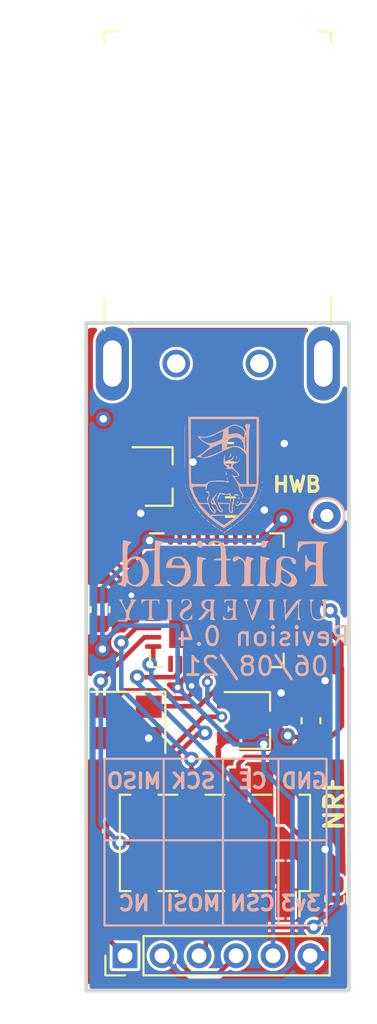
<source format=kicad_pcb>
(kicad_pcb (version 20171130) (host pcbnew "(5.1.9)-1")

  (general
    (thickness 1.6)
    (drawings 23)
    (tracks 239)
    (zones 0)
    (modules 14)
    (nets 40)
  )

  (page A4)
  (layers
    (0 Top signal)
    (31 Bottom signal)
    (32 B.Adhes user hide)
    (33 F.Adhes user hide)
    (34 B.Paste user)
    (35 F.Paste user hide)
    (36 B.SilkS user)
    (37 F.SilkS user)
    (38 B.Mask user hide)
    (39 F.Mask user hide)
    (40 Dwgs.User user)
    (41 Cmts.User user)
    (42 Eco1.User user)
    (43 Eco2.User user)
    (44 Edge.Cuts user)
    (45 Margin user)
    (46 B.CrtYd user)
    (47 F.CrtYd user)
    (48 B.Fab user hide)
    (49 F.Fab user)
  )

  (setup
    (last_trace_width 0.25)
    (trace_clearance 0.1524)
    (zone_clearance 0.000001)
    (zone_45_only no)
    (trace_min 0.127)
    (via_size 0.8)
    (via_drill 0.4)
    (via_min_size 0.4)
    (via_min_drill 0.3)
    (uvia_size 0.3)
    (uvia_drill 0.1)
    (uvias_allowed no)
    (uvia_min_size 0.2)
    (uvia_min_drill 0.1)
    (edge_width 0.05)
    (segment_width 0.2)
    (pcb_text_width 0.3)
    (pcb_text_size 1.5 1.5)
    (mod_edge_width 0.12)
    (mod_text_size 1 1)
    (mod_text_width 0.15)
    (pad_size 1.524 1.524)
    (pad_drill 0.762)
    (pad_to_mask_clearance 0)
    (aux_axis_origin 0 0)
    (visible_elements 7FFFFFFF)
    (pcbplotparams
      (layerselection 0x031ff_ffffffff)
      (usegerberextensions false)
      (usegerberattributes true)
      (usegerberadvancedattributes true)
      (creategerberjobfile true)
      (excludeedgelayer true)
      (linewidth 0.100000)
      (plotframeref false)
      (viasonmask false)
      (mode 1)
      (useauxorigin false)
      (hpglpennumber 1)
      (hpglpenspeed 20)
      (hpglpendiameter 15.000000)
      (psnegative false)
      (psa4output false)
      (plotreference true)
      (plotvalue true)
      (plotinvisibletext false)
      (padsonsilk false)
      (subtractmaskfromsilk false)
      (outputformat 1)
      (mirror false)
      (drillshape 0)
      (scaleselection 1)
      (outputdirectory "Fab Outputs/"))
  )

  (net 0 "")
  (net 1 +5V)
  (net 2 +3V3)
  (net 3 "Net-(U1-Pad42)")
  (net 4 "Net-(U1-Pad41)")
  (net 5 "Net-(U1-Pad40)")
  (net 6 "Net-(U1-Pad39)")
  (net 7 "Net-(U1-Pad38)")
  (net 8 "Net-(U1-Pad37)")
  (net 9 "Net-(U1-Pad36)")
  (net 10 "Net-(U1-Pad32)")
  (net 11 "Net-(U1-Pad31)")
  (net 12 /CSN_D10)
  (net 13 /CE_D9)
  (net 14 "Net-(U1-Pad28)")
  (net 15 "Net-(U1-Pad27)")
  (net 16 "Net-(U1-Pad26)")
  (net 17 "Net-(U1-Pad17)")
  (net 18 "Net-(U1-Pad16)")
  (net 19 /RST)
  (net 20 "Net-(U1-Pad12)")
  (net 21 /MISO)
  (net 22 /MOSI)
  (net 23 /SCK)
  (net 24 "Net-(U1-Pad8)")
  (net 25 "Net-(C3-Pad2)")
  (net 26 "Net-(U1-Pad1)")
  (net 27 /D+)
  (net 28 /D-)
  (net 29 Earth)
  (net 30 "Net-(TP1-Pad1)")
  (net 31 /d+)
  (net 32 /d-)
  (net 33 "Net-(U1-Pad25)")
  (net 34 "Net-(U1-Pad22)")
  (net 35 "Net-(U1-Pad21)")
  (net 36 "Net-(U1-Pad20)")
  (net 37 "Net-(U1-Pad19)")
  (net 38 "Net-(U1-Pad18)")
  (net 39 "Net-(J1-Pad7)")

  (net_class Default "This is the default net class."
    (clearance 0.1524)
    (trace_width 0.25)
    (via_dia 0.8)
    (via_drill 0.4)
    (uvia_dia 0.3)
    (uvia_drill 0.1)
    (add_net +3V3)
    (add_net +5V)
    (add_net /CE_D9)
    (add_net /CSN_D10)
    (add_net /D+)
    (add_net /D-)
    (add_net /MISO)
    (add_net /MOSI)
    (add_net /RST)
    (add_net /SCK)
    (add_net /d+)
    (add_net /d-)
    (add_net Earth)
    (add_net "Net-(C3-Pad2)")
    (add_net "Net-(J1-Pad7)")
    (add_net "Net-(TP1-Pad1)")
    (add_net "Net-(U1-Pad1)")
    (add_net "Net-(U1-Pad12)")
    (add_net "Net-(U1-Pad16)")
    (add_net "Net-(U1-Pad17)")
    (add_net "Net-(U1-Pad18)")
    (add_net "Net-(U1-Pad19)")
    (add_net "Net-(U1-Pad20)")
    (add_net "Net-(U1-Pad21)")
    (add_net "Net-(U1-Pad22)")
    (add_net "Net-(U1-Pad25)")
    (add_net "Net-(U1-Pad26)")
    (add_net "Net-(U1-Pad27)")
    (add_net "Net-(U1-Pad28)")
    (add_net "Net-(U1-Pad31)")
    (add_net "Net-(U1-Pad32)")
    (add_net "Net-(U1-Pad36)")
    (add_net "Net-(U1-Pad37)")
    (add_net "Net-(U1-Pad38)")
    (add_net "Net-(U1-Pad39)")
    (add_net "Net-(U1-Pad40)")
    (add_net "Net-(U1-Pad41)")
    (add_net "Net-(U1-Pad42)")
    (add_net "Net-(U1-Pad8)")
  )

  (module ffldU:ffldU (layer Bottom) (tedit 0) (tstamp 60C095A9)
    (at 251 110.2 180)
    (fp_text reference G*** (at 0 0) (layer B.SilkS) hide
      (effects (font (size 1.524 1.524) (thickness 0.3)) (justify mirror))
    )
    (fp_text value LOGO (at 0.75 0) (layer B.SilkS) hide
      (effects (font (size 1.524 1.524) (thickness 0.3)) (justify mirror))
    )
    (fp_poly (pts (xy -5.362803 -4.408529) (xy -5.318633 -4.421309) (xy -5.340389 -4.445893) (xy -5.344584 -4.44839)
      (xy -5.380828 -4.482778) (xy -5.403221 -4.546063) (xy -5.414794 -4.655629) (xy -5.418578 -4.82886)
      (xy -5.418667 -4.873219) (xy -5.413831 -5.054035) (xy -5.400919 -5.209831) (xy -5.382322 -5.315801)
      (xy -5.37376 -5.338809) (xy -5.279858 -5.437314) (xy -5.15275 -5.477322) (xy -5.017809 -5.461466)
      (xy -4.900408 -5.392379) (xy -4.829071 -5.282278) (xy -4.803123 -5.15673) (xy -4.788199 -4.982218)
      (xy -4.785213 -4.793842) (xy -4.795083 -4.6267) (xy -4.809756 -4.542517) (xy -4.85765 -4.460761)
      (xy -4.904428 -4.431011) (xy -4.909504 -4.420318) (xy -4.844987 -4.413626) (xy -4.783667 -4.412488)
      (xy -4.687539 -4.416047) (xy -4.65344 -4.425128) (xy -4.66725 -4.431848) (xy -4.703978 -4.453035)
      (xy -4.726335 -4.504371) (xy -4.737648 -4.602811) (xy -4.741247 -4.76531) (xy -4.741334 -4.809297)
      (xy -4.757457 -5.100719) (xy -4.806141 -5.315385) (xy -4.887861 -5.454888) (xy -4.946634 -5.499925)
      (xy -5.100716 -5.542162) (xy -5.272422 -5.530717) (xy -5.419517 -5.468994) (xy -5.430273 -5.460957)
      (xy -5.478665 -5.41755) (xy -5.510716 -5.366406) (xy -5.530601 -5.289377) (xy -5.542495 -5.168315)
      (xy -5.550574 -4.985074) (xy -5.552398 -4.930182) (xy -5.56252 -4.714097) (xy -5.577691 -4.569604)
      (xy -5.600001 -4.483679) (xy -5.630334 -4.44404) (xy -5.64334 -4.419563) (xy -5.581096 -4.407008)
      (xy -5.482167 -4.404602) (xy -5.362803 -4.408529)) (layer B.SilkS) (width 0.01))
    (fp_poly (pts (xy -4.097619 -4.409804) (xy -4.041579 -4.431878) (xy -3.979024 -4.4833) (xy -3.898042 -4.575143)
      (xy -3.786721 -4.718478) (xy -3.70397 -4.82902) (xy -3.386667 -5.255374) (xy -3.386667 -4.853291)
      (xy -3.388609 -4.663121) (xy -3.396315 -4.541523) (xy -3.412604 -4.472452) (xy -3.440299 -4.439863)
      (xy -3.46075 -4.431848) (xy -3.470947 -4.419307) (xy -3.410346 -4.410223) (xy -3.3655 -4.408225)
      (xy -3.263192 -4.412207) (xy -3.242526 -4.431072) (xy -3.254477 -4.440896) (xy -3.282857 -4.48755)
      (xy -3.305619 -4.593199) (xy -3.324042 -4.766446) (xy -3.339143 -5.010609) (xy -3.3655 -5.543388)
      (xy -4.064 -4.594902) (xy -4.064 -5.024423) (xy -4.060063 -5.244069) (xy -4.047643 -5.387164)
      (xy -4.025828 -5.461485) (xy -4.011084 -5.475296) (xy -4.010941 -5.490082) (xy -4.078268 -5.499247)
      (xy -4.098774 -5.499991) (xy -4.189422 -5.498215) (xy -4.208435 -5.479391) (xy -4.172858 -5.436809)
      (xy -4.139799 -5.382587) (xy -4.119294 -5.28942) (xy -4.109134 -5.141343) (xy -4.106982 -4.960559)
      (xy -4.109785 -4.749102) (xy -4.119918 -4.606477) (xy -4.14116 -4.516925) (xy -4.177288 -4.464687)
      (xy -4.23208 -4.434002) (xy -4.233334 -4.433523) (xy -4.241047 -4.41687) (xy -4.178731 -4.406768)
      (xy -4.159054 -4.406008) (xy -4.097619 -4.409804)) (layer B.SilkS) (width 0.01))
    (fp_poly (pts (xy -2.624667 -4.408864) (xy -2.51226 -4.413777) (xy -2.457457 -4.422837) (xy -2.465917 -4.431848)
      (xy -2.497704 -4.449085) (xy -2.518954 -4.490665) (xy -2.531716 -4.570977) (xy -2.538037 -4.704409)
      (xy -2.539962 -4.90535) (xy -2.54 -4.952576) (xy -2.537038 -5.187652) (xy -2.527562 -5.346956)
      (xy -2.510684 -5.439197) (xy -2.487084 -5.472607) (xy -2.493039 -5.486222) (xy -2.565967 -5.500732)
      (xy -2.63659 -5.508296) (xy -2.752996 -5.514455) (xy -2.795673 -5.505136) (xy -2.774509 -5.478156)
      (xy -2.774173 -5.477911) (xy -2.744394 -5.438596) (xy -2.724911 -5.362998) (xy -2.713917 -5.236692)
      (xy -2.709601 -5.045253) (xy -2.709334 -4.961019) (xy -2.711068 -4.750855) (xy -2.717773 -4.609724)
      (xy -2.731701 -4.522039) (xy -2.755106 -4.47221) (xy -2.783417 -4.44839) (xy -2.807155 -4.423816)
      (xy -2.765126 -4.411256) (xy -2.648679 -4.408558) (xy -2.624667 -4.408864)) (layer B.SilkS) (width 0.01))
    (fp_poly (pts (xy -1.148608 -4.40638) (xy -1.120992 -4.42193) (xy -1.153636 -4.455583) (xy -1.20179 -4.524484)
      (xy -1.269655 -4.670295) (xy -1.355257 -4.888086) (xy -1.456618 -5.172926) (xy -1.535403 -5.408083)
      (xy -1.573514 -5.500429) (xy -1.60724 -5.544942) (xy -1.610559 -5.545666) (xy -1.635116 -5.508099)
      (xy -1.68079 -5.405408) (xy -1.741385 -5.25261) (xy -1.810707 -5.064722) (xy -1.821531 -5.034282)
      (xy -1.894842 -4.835384) (xy -1.96398 -4.662606) (xy -2.021564 -4.533445) (xy -2.060216 -4.465397)
      (xy -2.062599 -4.462782) (xy -2.087723 -4.427094) (xy -2.060526 -4.409807) (xy -1.967248 -4.405493)
      (xy -1.918608 -4.406008) (xy -1.812452 -4.411673) (xy -1.762419 -4.42255) (xy -1.767417 -4.430703)
      (xy -1.812267 -4.485824) (xy -1.820334 -4.530671) (xy -1.806228 -4.608084) (xy -1.7697 -4.736136)
      (xy -1.719433 -4.889819) (xy -1.66411 -5.044126) (xy -1.612413 -5.174048) (xy -1.573026 -5.254579)
      (xy -1.565421 -5.264834) (xy -1.539052 -5.2433) (xy -1.495416 -5.155917) (xy -1.44142 -5.017981)
      (xy -1.40292 -4.905) (xy -1.345074 -4.721578) (xy -1.31273 -4.601439) (xy -1.303692 -4.527858)
      (xy -1.315767 -4.48411) (xy -1.343962 -4.455583) (xy -1.376699 -4.421751) (xy -1.348633 -4.406317)
      (xy -1.248834 -4.402666) (xy -1.148608 -4.40638)) (layer B.SilkS) (width 0.01))
    (fp_poly (pts (xy 0.885423 -4.411157) (xy 1.022979 -4.439245) (xy 1.107934 -4.494982) (xy 1.155727 -4.585131)
      (xy 1.164242 -4.616165) (xy 1.157088 -4.72209) (xy 1.104236 -4.833922) (xy 1.025483 -4.921029)
      (xy 0.946544 -4.953) (xy 0.922865 -4.980295) (xy 0.958098 -5.058021) (xy 1.048253 -5.179938)
      (xy 1.189336 -5.339806) (xy 1.20392 -5.355339) (xy 1.343497 -5.503333) (xy 1.224411 -5.503333)
      (xy 1.148956 -5.489683) (xy 1.07588 -5.439006) (xy 0.987599 -5.336713) (xy 0.931019 -5.259916)
      (xy 0.838548 -5.139405) (xy 0.759977 -5.052355) (xy 0.711522 -5.016622) (xy 0.709948 -5.0165)
      (xy 0.669912 -5.05367) (xy 0.652575 -5.149533) (xy 0.66021 -5.280614) (xy 0.676517 -5.361734)
      (xy 0.693675 -5.447823) (xy 0.673019 -5.488672) (xy 0.595175 -5.506007) (xy 0.543159 -5.511272)
      (xy 0.442622 -5.517005) (xy 0.415241 -5.505199) (xy 0.441847 -5.478871) (xy 0.472083 -5.440268)
      (xy 0.491871 -5.367409) (xy 0.503093 -5.245556) (xy 0.507633 -5.059972) (xy 0.508 -4.961019)
      (xy 0.506265 -4.750855) (xy 0.502796 -4.677833) (xy 0.654716 -4.677833) (xy 0.656678 -4.828234)
      (xy 0.671361 -4.911557) (xy 0.708063 -4.945322) (xy 0.776082 -4.94705) (xy 0.796412 -4.944842)
      (xy 0.910435 -4.891987) (xy 0.972331 -4.815416) (xy 1.013305 -4.723182) (xy 1.004807 -4.647984)
      (xy 0.972043 -4.582583) (xy 0.89305 -4.491793) (xy 0.781543 -4.466166) (xy 0.707278 -4.470996)
      (xy 0.670063 -4.500043) (xy 0.656815 -4.575139) (xy 0.654716 -4.677833) (xy 0.502796 -4.677833)
      (xy 0.49956 -4.609724) (xy 0.485632 -4.522039) (xy 0.462228 -4.47221) (xy 0.433916 -4.44839)
      (xy 0.416819 -4.425842) (xy 0.464525 -4.411885) (xy 0.584839 -4.405111) (xy 0.679825 -4.403953)
      (xy 0.885423 -4.411157)) (layer B.SilkS) (width 0.01))
    (fp_poly (pts (xy 2.009243 -4.378722) (xy 2.118115 -4.398934) (xy 2.19075 -4.410429) (xy 2.227917 -4.452707)
      (xy 2.240983 -4.547305) (xy 2.236077 -4.628615) (xy 2.222277 -4.63259) (xy 2.203385 -4.591696)
      (xy 2.12907 -4.483724) (xy 2.027475 -4.423516) (xy 1.921882 -4.415002) (xy 1.835569 -4.46211)
      (xy 1.801028 -4.523801) (xy 1.792918 -4.631885) (xy 1.849424 -4.726379) (xy 1.978787 -4.818705)
      (xy 2.035762 -4.849073) (xy 2.210695 -4.966998) (xy 2.310668 -5.101416) (xy 2.332744 -5.244712)
      (xy 2.273984 -5.389273) (xy 2.25425 -5.415264) (xy 2.151314 -5.488218) (xy 2.011343 -5.527618)
      (xy 1.873873 -5.525765) (xy 1.809414 -5.50188) (xy 1.730341 -5.475744) (xy 1.692998 -5.482373)
      (xy 1.665728 -5.463774) (xy 1.654281 -5.376072) (xy 1.654342 -5.347081) (xy 1.661395 -5.26114)
      (xy 1.67508 -5.238677) (xy 1.680896 -5.249333) (xy 1.747654 -5.360015) (xy 1.846859 -5.452834)
      (xy 1.948388 -5.501262) (xy 1.969318 -5.503333) (xy 2.066416 -5.47315) (xy 2.138993 -5.417384)
      (xy 2.190085 -5.307743) (xy 2.16685 -5.190123) (xy 2.075799 -5.081723) (xy 1.991817 -5.028512)
      (xy 1.815862 -4.918977) (xy 1.716111 -4.800603) (xy 1.684114 -4.66297) (xy 1.684269 -4.649296)
      (xy 1.723226 -4.502324) (xy 1.819454 -4.405516) (xy 1.956268 -4.372763) (xy 2.009243 -4.378722)) (layer B.SilkS) (width 0.01))
    (fp_poly (pts (xy 3.006828 -4.41029) (xy 3.059296 -4.421258) (xy 3.04472 -4.443924) (xy 3.037416 -4.44839)
      (xy 3.004412 -4.478604) (xy 2.982758 -4.533706) (xy 2.970201 -4.629285) (xy 2.964489 -4.78093)
      (xy 2.963333 -4.961019) (xy 2.965225 -5.172942) (xy 2.972405 -5.316242) (xy 2.987126 -5.406912)
      (xy 3.011641 -5.46094) (xy 3.037416 -5.486736) (xy 3.087016 -5.5282) (xy 3.090333 -5.537203)
      (xy 3.037941 -5.529242) (xy 2.937377 -5.517315) (xy 2.921 -5.515536) (xy 2.772833 -5.499639)
      (xy 2.785784 -4.975879) (xy 2.79018 -4.756123) (xy 2.789417 -4.60672) (xy 2.781832 -4.513431)
      (xy 2.76576 -4.462016) (xy 2.739539 -4.438235) (xy 2.722284 -4.432304) (xy 2.717491 -4.421217)
      (xy 2.782761 -4.412583) (xy 2.878666 -4.408864) (xy 3.006828 -4.41029)) (layer B.SilkS) (width 0.01))
    (fp_poly (pts (xy 4.402042 -4.54025) (xy 4.401418 -4.677833) (xy 4.348152 -4.572) (xy 4.281181 -4.491923)
      (xy 4.169082 -4.456392) (xy 4.137109 -4.453027) (xy 3.979333 -4.439889) (xy 3.979333 -4.927174)
      (xy 3.981064 -5.142572) (xy 3.987604 -5.288317) (xy 4.000976 -5.379377) (xy 4.023199 -5.430722)
      (xy 4.050511 -5.454292) (xy 4.072729 -5.479383) (xy 4.026655 -5.496719) (xy 3.905633 -5.509313)
      (xy 3.781024 -5.516551) (xy 3.727742 -5.511076) (xy 3.73271 -5.486818) (xy 3.772357 -5.447461)
      (xy 3.809362 -5.404326) (xy 3.832557 -5.346364) (xy 3.844298 -5.255945) (xy 3.846945 -5.115443)
      (xy 3.843152 -4.918294) (xy 3.831166 -4.466166) (xy 3.67671 -4.453283) (xy 3.569641 -4.453153)
      (xy 3.512607 -4.4883) (xy 3.478969 -4.559117) (xy 3.435684 -4.677833) (xy 3.432342 -4.54025)
      (xy 3.429 -4.402666) (xy 4.402666 -4.402666) (xy 4.402042 -4.54025)) (layer B.SilkS) (width 0.01))
    (fp_poly (pts (xy -0.087351 -4.519083) (xy -0.09137 -4.597248) (xy -0.104469 -4.595831) (xy -0.12832 -4.54025)
      (xy -0.167802 -4.479451) (xy -0.239152 -4.45142) (xy -0.35847 -4.445) (xy -0.550334 -4.445)
      (xy -0.550334 -4.680777) (xy -0.547635 -4.814743) (xy -0.534114 -4.883285) (xy -0.501634 -4.905605)
      (xy -0.456144 -4.903027) (xy -0.367699 -4.857168) (xy -0.308601 -4.783666) (xy -0.278351 -4.730535)
      (xy -0.262285 -4.732338) (xy -0.255866 -4.799652) (xy -0.254625 -4.909502) (xy -0.255786 -5.039248)
      (xy -0.263989 -5.096358) (xy -0.284937 -5.092851) (xy -0.319901 -5.047086) (xy -0.397934 -4.976163)
      (xy -0.468068 -4.953) (xy -0.521721 -4.967803) (xy -0.545629 -5.026721) (xy -0.550334 -5.125116)
      (xy -0.535952 -5.297994) (xy -0.486428 -5.40286) (xy -0.39219 -5.452415) (xy -0.297245 -5.461)
      (xy -0.163761 -5.443925) (xy -0.079274 -5.384525) (xy -0.065901 -5.366913) (xy 0 -5.272827)
      (xy 0 -5.503333) (xy -0.41275 -5.502046) (xy -0.605867 -5.498932) (xy -0.721116 -5.49047)
      (xy -0.765179 -5.475782) (xy -0.751417 -5.457609) (xy -0.718157 -5.427082) (xy -0.696435 -5.371374)
      (xy -0.683941 -5.274752) (xy -0.678366 -5.121483) (xy -0.677334 -4.953) (xy -0.679125 -4.744782)
      (xy -0.686037 -4.605451) (xy -0.70038 -4.519274) (xy -0.724465 -4.470517) (xy -0.751417 -4.44839)
      (xy -0.765289 -4.426906) (xy -0.714029 -4.413049) (xy -0.590477 -4.405747) (xy -0.455084 -4.403953)
      (xy -0.084667 -4.402666) (xy -0.087351 -4.519083)) (layer B.SilkS) (width 0.01))
    (fp_poly (pts (xy 4.971267 -4.408979) (xy 5.012343 -4.425599) (xy 4.996924 -4.44312) (xy 4.968691 -4.47548)
      (xy 4.970874 -4.531541) (xy 5.007269 -4.629799) (xy 5.057625 -4.738805) (xy 5.123096 -4.868103)
      (xy 5.17678 -4.960277) (xy 5.207 -4.995333) (xy 5.237316 -4.96013) (xy 5.291038 -4.867852)
      (xy 5.356374 -4.738805) (xy 5.420143 -4.598062) (xy 5.446928 -4.513019) (xy 5.440524 -4.46518)
      (xy 5.417075 -4.44312) (xy 5.397623 -4.41665) (xy 5.453418 -4.405058) (xy 5.503333 -4.403963)
      (xy 5.587103 -4.411284) (xy 5.609182 -4.42944) (xy 5.602824 -4.435064) (xy 5.561281 -4.484676)
      (xy 5.493015 -4.58974) (xy 5.410489 -4.730655) (xy 5.38117 -4.783666) (xy 5.268896 -5.020923)
      (xy 5.212526 -5.215117) (xy 5.21292 -5.360445) (xy 5.270941 -5.451104) (xy 5.281083 -5.457609)
      (xy 5.30751 -5.483187) (xy 5.268622 -5.4966) (xy 5.155199 -5.500741) (xy 5.1435 -5.500758)
      (xy 5.024149 -5.497193) (xy 4.980021 -5.484571) (xy 5.001896 -5.46) (xy 5.005916 -5.457609)
      (xy 5.068217 -5.374585) (xy 5.076986 -5.235369) (xy 5.033231 -5.04853) (xy 4.937964 -4.822634)
      (xy 4.929012 -4.804833) (xy 4.848274 -4.656157) (xy 4.772468 -4.533985) (xy 4.716071 -4.461344)
      (xy 4.709461 -4.455583) (xy 4.680915 -4.42435) (xy 4.708811 -4.408475) (xy 4.805355 -4.403407)
      (xy 4.849658 -4.403314) (xy 4.971267 -4.408979)) (layer B.SilkS) (width 0.01))
    (fp_poly (pts (xy -3.178091 -2.08373) (xy -3.103414 -2.111876) (xy -3.02967 -2.166873) (xy -3.024535 -2.171267)
      (xy -2.899834 -2.278392) (xy -2.878667 -2.872835) (xy -2.86627 -3.14376) (xy -2.849357 -3.338652)
      (xy -2.825032 -3.466129) (xy -2.790402 -3.534808) (xy -2.742572 -3.553308) (xy -2.678647 -3.530247)
      (xy -2.661338 -3.519954) (xy -2.597989 -3.491549) (xy -2.585905 -3.510379) (xy -2.618607 -3.561759)
      (xy -2.689616 -3.631002) (xy -2.721363 -3.656026) (xy -2.812878 -3.71063) (xy -2.891613 -3.710244)
      (xy -2.945174 -3.689332) (xy -3.034628 -3.624379) (xy -3.078334 -3.55498) (xy -3.118549 -3.481266)
      (xy -3.171824 -3.485618) (xy -3.198891 -3.518074) (xy -3.261031 -3.56983) (xy -3.372859 -3.629589)
      (xy -3.50233 -3.683265) (xy -3.617398 -3.716775) (xy -3.661834 -3.721538) (xy -3.768916 -3.701392)
      (xy -3.838737 -3.67501) (xy -3.922265 -3.603811) (xy -3.980691 -3.510391) (xy -4.006839 -3.415059)
      (xy -3.995365 -3.344418) (xy -3.707253 -3.344418) (xy -3.643141 -3.471548) (xy -3.625708 -3.49014)
      (xy -3.542504 -3.560214) (xy -3.470598 -3.573629) (xy -3.399481 -3.552824) (xy -3.285085 -3.496022)
      (xy -3.206828 -3.440658) (xy -3.163942 -3.378711) (xy -3.14069 -3.27711) (xy -3.132792 -3.11525)
      (xy -3.132667 -3.083772) (xy -3.135721 -2.939515) (xy -3.143742 -2.835727) (xy -3.155024 -2.794067)
      (xy -3.15552 -2.794) (xy -3.226352 -2.817106) (xy -3.335306 -2.874818) (xy -3.453699 -2.949725)
      (xy -3.552848 -3.024417) (xy -3.584612 -3.054463) (xy -3.687725 -3.205199) (xy -3.707253 -3.344418)
      (xy -3.995365 -3.344418) (xy -3.991594 -3.321209) (xy -3.951954 -3.230195) (xy -3.896525 -3.141224)
      (xy -3.814381 -3.060287) (xy -3.688171 -2.973247) (xy -3.513667 -2.873136) (xy -3.347091 -2.780174)
      (xy -3.241024 -2.712846) (xy -3.180996 -2.657464) (xy -3.152534 -2.600341) (xy -3.141166 -2.52779)
      (xy -3.140502 -2.52022) (xy -3.15266 -2.342729) (xy -3.224838 -2.224887) (xy -3.357407 -2.166252)
      (xy -3.44596 -2.159) (xy -3.591291 -2.173221) (xy -3.678411 -2.227739) (xy -3.730726 -2.340332)
      (xy -3.74216 -2.383998) (xy -3.790589 -2.470105) (xy -3.861637 -2.497946) (xy -3.926908 -2.468672)
      (xy -3.958004 -2.383436) (xy -3.958167 -2.375235) (xy -3.918645 -2.256053) (xy -3.802519 -2.165868)
      (xy -3.613451 -2.106737) (xy -3.441156 -2.085029) (xy -3.281429 -2.076694) (xy -3.178091 -2.08373)) (layer B.SilkS) (width 0.01))
    (fp_poly (pts (xy 2.675522 -2.122855) (xy 2.846801 -2.214177) (xy 2.977614 -2.347792) (xy 3.050066 -2.516489)
      (xy 3.05676 -2.561166) (xy 3.069166 -2.688166) (xy 2.550583 -2.700052) (xy 2.032 -2.711939)
      (xy 2.032236 -2.848219) (xy 2.060274 -3.078163) (xy 2.136711 -3.282891) (xy 2.25126 -3.447657)
      (xy 2.393638 -3.557717) (xy 2.553558 -3.598327) (xy 2.55546 -3.598333) (xy 2.699642 -3.570791)
      (xy 2.84176 -3.479248) (xy 2.856026 -3.466947) (xy 2.953686 -3.397668) (xy 3.003877 -3.39139)
      (xy 2.999668 -3.436786) (xy 2.934128 -3.522527) (xy 2.906612 -3.549631) (xy 2.723047 -3.666088)
      (xy 2.501608 -3.713891) (xy 2.257769 -3.690133) (xy 2.21692 -3.679268) (xy 2.079969 -3.606178)
      (xy 1.941919 -3.479527) (xy 1.826811 -3.3266) (xy 1.758689 -3.174683) (xy 1.754067 -3.15398)
      (xy 1.737982 -2.890592) (xy 1.782878 -2.635259) (xy 1.834278 -2.517087) (xy 2.075533 -2.517087)
      (xy 2.110896 -2.559019) (xy 2.2127 -2.575463) (xy 2.389238 -2.574608) (xy 2.423583 -2.573462)
      (xy 2.772833 -2.561166) (xy 2.759076 -2.434166) (xy 2.713677 -2.279474) (xy 2.616102 -2.191099)
      (xy 2.462935 -2.166205) (xy 2.437739 -2.167559) (xy 2.310162 -2.191594) (xy 2.221956 -2.256258)
      (xy 2.170965 -2.32401) (xy 2.09832 -2.44148) (xy 2.075533 -2.517087) (xy 1.834278 -2.517087)
      (xy 1.881734 -2.407983) (xy 2.027526 -2.228768) (xy 2.097826 -2.174749) (xy 2.28314 -2.09593)
      (xy 2.48167 -2.081035) (xy 2.675522 -2.122855)) (layer B.SilkS) (width 0.01))
    (fp_poly (pts (xy 5.385731 -1.215523) (xy 5.398843 -1.259457) (xy 5.407942 -1.340775) (xy 5.413752 -1.469145)
      (xy 5.416995 -1.654238) (xy 5.418391 -1.905721) (xy 5.418666 -2.193188) (xy 5.419765 -2.565804)
      (xy 5.423488 -2.861991) (xy 5.430475 -3.089964) (xy 5.441368 -3.257937) (xy 5.456807 -3.374126)
      (xy 5.477431 -3.446744) (xy 5.503882 -3.484007) (xy 5.519936 -3.492077) (xy 5.639221 -3.530531)
      (xy 5.679756 -3.5612) (xy 5.640506 -3.593433) (xy 5.520436 -3.636578) (xy 5.503333 -3.642046)
      (xy 5.2705 -3.71612) (xy 5.233218 -3.595791) (xy 5.195936 -3.475463) (xy 5.054886 -3.583047)
      (xy 4.873952 -3.674158) (xy 4.659575 -3.710791) (xy 4.494528 -3.697037) (xy 4.408366 -3.655732)
      (xy 4.297962 -3.573452) (xy 4.236661 -3.516995) (xy 4.088408 -3.311893) (xy 4.008653 -3.071931)
      (xy 4.007873 -3.050545) (xy 4.322845 -3.050545) (xy 4.355667 -3.253152) (xy 4.423887 -3.409586)
      (xy 4.429891 -3.41796) (xy 4.568966 -3.553543) (xy 4.723346 -3.617123) (xy 4.878554 -3.605502)
      (xy 4.99107 -3.542013) (xy 5.078496 -3.423677) (xy 5.135076 -3.236778) (xy 5.161954 -2.976671)
      (xy 5.164666 -2.83836) (xy 5.16284 -2.653492) (xy 5.153909 -2.530698) (xy 5.132694 -2.447409)
      (xy 5.094016 -2.381056) (xy 5.046812 -2.324767) (xy 4.906252 -2.221218) (xy 4.746687 -2.18818)
      (xy 4.590736 -2.227338) (xy 4.509813 -2.284766) (xy 4.418904 -2.418875) (xy 4.356249 -2.608087)
      (xy 4.323634 -2.827084) (xy 4.322845 -3.050545) (xy 4.007873 -3.050545) (xy 3.999254 -2.814476)
      (xy 4.062073 -2.556897) (xy 4.120722 -2.434234) (xy 4.261618 -2.247177) (xy 4.436267 -2.133488)
      (xy 4.642929 -2.085708) (xy 4.791377 -2.08271) (xy 4.906387 -2.115481) (xy 5.005916 -2.17501)
      (xy 5.164666 -2.283448) (xy 5.164666 -1.911815) (xy 5.159607 -1.702946) (xy 5.140205 -1.559965)
      (xy 5.100124 -1.464475) (xy 5.033029 -1.398077) (xy 4.97598 -1.363922) (xy 4.935448 -1.335104)
      (xy 4.952411 -1.311359) (xy 5.037813 -1.283127) (xy 5.081814 -1.271473) (xy 5.213414 -1.236912)
      (xy 5.319447 -1.208226) (xy 5.344583 -1.201127) (xy 5.367885 -1.199302) (xy 5.385731 -1.215523)) (layer B.SilkS) (width 0.01))
    (fp_poly (pts (xy -4.048588 -1.466408) (xy -4.027432 -1.646861) (xy -4.024569 -1.757276) (xy -4.040552 -1.8104)
      (xy -4.064 -1.820333) (xy -4.098718 -1.784982) (xy -4.106334 -1.738027) (xy -4.132855 -1.652019)
      (xy -4.197777 -1.549865) (xy -4.208501 -1.536944) (xy -4.264975 -1.478634) (xy -4.32639 -1.442065)
      (xy -4.414678 -1.420942) (xy -4.551768 -1.408966) (xy -4.674168 -1.40324) (xy -5.037667 -1.388311)
      (xy -5.037667 -2.424147) (xy -4.858183 -2.400074) (xy -4.688264 -2.346262) (xy -4.575037 -2.244195)
      (xy -4.529985 -2.104679) (xy -4.529667 -2.09081) (xy -4.514566 -2.013524) (xy -4.487334 -1.989666)
      (xy -4.468233 -2.030146) (xy -4.454255 -2.144372) (xy -4.446383 -2.321527) (xy -4.445 -2.455333)
      (xy -4.44868 -2.665445) (xy -4.459065 -2.819203) (xy -4.47517 -2.905789) (xy -4.487334 -2.921)
      (xy -4.522521 -2.885807) (xy -4.529667 -2.842042) (xy -4.554855 -2.754788) (xy -4.615626 -2.653821)
      (xy -4.617406 -2.651542) (xy -4.705397 -2.571211) (xy -4.820461 -2.541614) (xy -4.871406 -2.54)
      (xy -5.037667 -2.54) (xy -5.037667 -3.002642) (xy -5.033137 -3.241703) (xy -5.016353 -3.408527)
      (xy -4.982523 -3.515217) (xy -4.926857 -3.573872) (xy -4.844563 -3.596594) (xy -4.80181 -3.598333)
      (xy -4.723711 -3.613211) (xy -4.699 -3.640666) (xy -4.739581 -3.659503) (xy -4.854505 -3.673365)
      (xy -5.03355 -3.681363) (xy -5.185834 -3.683) (xy -5.381087 -3.67979) (xy -5.537845 -3.671018)
      (xy -5.640203 -3.657972) (xy -5.672667 -3.64361) (xy -5.636709 -3.607542) (xy -5.578477 -3.590694)
      (xy -5.517127 -3.573529) (xy -5.469484 -3.535442) (xy -5.43386 -3.466918) (xy -5.408568 -3.358442)
      (xy -5.391922 -3.200498) (xy -5.382234 -2.983572) (xy -5.377816 -2.698147) (xy -5.376958 -2.454169)
      (xy -5.378266 -2.11812) (xy -5.383908 -1.857409) (xy -5.395688 -1.662749) (xy -5.415408 -1.524849)
      (xy -5.444873 -1.434419) (xy -5.485886 -1.38217) (xy -5.540249 -1.358813) (xy -5.590401 -1.354666)
      (xy -5.657877 -1.336476) (xy -5.672667 -1.312333) (xy -5.631251 -1.29643) (xy -5.510554 -1.284006)
      (xy -5.3159 -1.275341) (xy -5.052614 -1.270718) (xy -4.874088 -1.27) (xy -4.075509 -1.27)
      (xy -4.048588 -1.466408)) (layer B.SilkS) (width 0.01))
    (fp_poly (pts (xy -2.022437 -2.799912) (xy -2.017846 -3.065483) (xy -2.012593 -3.258807) (xy -2.004969 -3.392296)
      (xy -1.993267 -3.478364) (xy -1.975779 -3.529423) (xy -1.950798 -3.557887) (xy -1.916616 -3.576168)
      (xy -1.915584 -3.576621) (xy -1.837267 -3.620512) (xy -1.834042 -3.651965) (xy -1.908487 -3.672019)
      (xy -2.06318 -3.68171) (xy -2.180167 -3.683) (xy -2.342769 -3.678721) (xy -2.46713 -3.667305)
      (xy -2.533819 -3.650877) (xy -2.54 -3.64361) (xy -2.504065 -3.607431) (xy -2.446486 -3.590694)
      (xy -2.382757 -3.565187) (xy -2.338748 -3.502182) (xy -2.311287 -3.389554) (xy -2.297199 -3.215179)
      (xy -2.293358 -3.005666) (xy -2.297275 -2.721341) (xy -2.312139 -2.512503) (xy -2.339694 -2.370471)
      (xy -2.381681 -2.286569) (xy -2.439841 -2.252116) (xy -2.44475 -2.251305) (xy -2.525912 -2.226925)
      (xy -2.528962 -2.193892) (xy -2.458751 -2.16046) (xy -2.38125 -2.143266) (xy -2.248547 -2.118378)
      (xy -2.136729 -2.093113) (xy -2.12827 -2.090851) (xy -2.03404 -2.064991) (xy -2.022437 -2.799912)) (layer B.SilkS) (width 0.01))
    (fp_poly (pts (xy -0.636901 -2.102636) (xy -0.548723 -2.171908) (xy -0.51505 -2.262024) (xy -0.516955 -2.280068)
      (xy -0.562649 -2.34727) (xy -0.642587 -2.359508) (xy -0.725499 -2.315455) (xy -0.747132 -2.289854)
      (xy -0.837602 -2.213241) (xy -0.942474 -2.219694) (xy -1.060267 -2.309117) (xy -1.061538 -2.310464)
      (xy -1.103366 -2.359384) (xy -1.131963 -2.412194) (xy -1.149835 -2.485181) (xy -1.159488 -2.59463)
      (xy -1.16343 -2.756826) (xy -1.164167 -2.977214) (xy -1.163503 -3.203982) (xy -1.159975 -3.360593)
      (xy -1.151277 -3.461557) (xy -1.135103 -3.521383) (xy -1.109148 -3.55458) (xy -1.071106 -3.575657)
      (xy -1.068917 -3.576621) (xy -0.990601 -3.620512) (xy -0.987375 -3.651965) (xy -1.06182 -3.672019)
      (xy -1.216514 -3.68171) (xy -1.3335 -3.683) (xy -1.496104 -3.6789) (xy -1.620465 -3.66796)
      (xy -1.687154 -3.652218) (xy -1.693334 -3.645255) (xy -1.65743 -3.608093) (xy -1.586375 -3.580666)
      (xy -1.479416 -3.553821) (xy -1.491125 -2.931686) (xy -1.496116 -2.690449) (xy -1.50209 -2.520033)
      (xy -1.511429 -2.406607) (xy -1.526513 -2.336335) (xy -1.549723 -2.295386) (xy -1.583442 -2.269925)
      (xy -1.60716 -2.257596) (xy -1.671613 -2.215704) (xy -1.658724 -2.18938) (xy -1.649494 -2.186049)
      (xy -1.568302 -2.16022) (xy -1.453562 -2.123544) (xy -1.442146 -2.119888) (xy -1.325402 -2.097916)
      (xy -1.259023 -2.132369) (xy -1.231177 -2.233595) (xy -1.228036 -2.307166) (xy -1.227109 -2.434166)
      (xy -1.145272 -2.310021) (xy -1.004398 -2.160011) (xy -0.832728 -2.084077) (xy -0.754441 -2.075833)
      (xy -0.636901 -2.102636)) (layer B.SilkS) (width 0.01))
    (fp_poly (pts (xy 0.648578 -1.269248) (xy 0.676958 -1.28227) (xy 0.768633 -1.359582) (xy 0.800063 -1.454023)
      (xy 0.763351 -1.539079) (xy 0.716409 -1.553663) (xy 0.651581 -1.507028) (xy 0.600631 -1.449535)
      (xy 0.476014 -1.341285) (xy 0.351878 -1.310794) (xy 0.239277 -1.358735) (xy 0.18275 -1.424052)
      (xy 0.138013 -1.528699) (xy 0.114053 -1.683397) (xy 0.107691 -1.857969) (xy 0.105833 -2.180166)
      (xy 0.306916 -2.193069) (xy 0.445058 -2.211871) (xy 0.501407 -2.239243) (xy 0.476991 -2.266169)
      (xy 0.372836 -2.283628) (xy 0.296333 -2.286) (xy 0.084666 -2.286) (xy 0.08529 -2.82575)
      (xy 0.089256 -3.09797) (xy 0.102846 -3.297105) (xy 0.129685 -3.43452) (xy 0.173394 -3.521582)
      (xy 0.237599 -3.56966) (xy 0.325923 -3.590119) (xy 0.329048 -3.590432) (xy 0.42236 -3.610247)
      (xy 0.465343 -3.640587) (xy 0.465666 -3.643348) (xy 0.426021 -3.659648) (xy 0.317793 -3.672579)
      (xy 0.15704 -3.680773) (xy 0 -3.683) (xy -0.210112 -3.67932) (xy -0.363871 -3.668935)
      (xy -0.450456 -3.65283) (xy -0.465667 -3.640666) (xy -0.430347 -3.605857) (xy -0.384024 -3.598333)
      (xy -0.305005 -3.588759) (xy -0.24775 -3.552521) (xy -0.20891 -3.478339) (xy -0.185134 -3.354936)
      (xy -0.173073 -3.171035) (xy -0.169375 -2.915357) (xy -0.169334 -2.875642) (xy -0.169334 -2.286)
      (xy -0.296334 -2.286) (xy -0.385505 -2.273737) (xy -0.423324 -2.244193) (xy -0.423334 -2.243666)
      (xy -0.386548 -2.213943) (xy -0.297914 -2.201336) (xy -0.296334 -2.201333) (xy -0.224876 -2.197635)
      (xy -0.186751 -2.172951) (xy -0.171123 -2.106899) (xy -0.167158 -1.979095) (xy -0.166944 -1.957916)
      (xy -0.145397 -1.700571) (xy -0.083411 -1.508006) (xy 0.023681 -1.368266) (xy 0.080343 -1.324382)
      (xy 0.258143 -1.248695) (xy 0.460075 -1.229433) (xy 0.648578 -1.269248)) (layer B.SilkS) (width 0.01))
    (fp_poly (pts (xy 1.370355 -2.107742) (xy 1.383586 -2.160927) (xy 1.391557 -2.259243) (xy 1.395567 -2.414284)
      (xy 1.396915 -2.637643) (xy 1.397 -2.751596) (xy 1.399379 -3.045012) (xy 1.407877 -3.263952)
      (xy 1.424527 -3.418511) (xy 1.451368 -3.518781) (xy 1.490434 -3.574854) (xy 1.543763 -3.596826)
      (xy 1.567822 -3.598333) (xy 1.6358 -3.616345) (xy 1.651 -3.640666) (xy 1.611204 -3.661282)
      (xy 1.501751 -3.675882) (xy 1.337543 -3.682711) (xy 1.291166 -3.683) (xy 1.128558 -3.679492)
      (xy 1.004194 -3.670131) (xy 0.93751 -3.656661) (xy 0.931333 -3.650705) (xy 0.965383 -3.611068)
      (xy 1.026583 -3.576621) (xy 1.06455 -3.555891) (xy 1.091208 -3.523284) (xy 1.108957 -3.464712)
      (xy 1.120196 -3.366088) (xy 1.127323 -3.213323) (xy 1.132739 -2.99233) (xy 1.133642 -2.947981)
      (xy 1.136521 -2.686223) (xy 1.131183 -2.497496) (xy 1.1149 -2.370342) (xy 1.084944 -2.293301)
      (xy 1.038588 -2.254917) (xy 0.973104 -2.24373) (xy 0.965984 -2.243666) (xy 0.904743 -2.232176)
      (xy 0.91165 -2.204553) (xy 0.974409 -2.171071) (xy 1.080725 -2.142003) (xy 1.089615 -2.140375)
      (xy 1.215015 -2.115926) (xy 1.313618 -2.093005) (xy 1.322916 -2.09039) (xy 1.350565 -2.088094)
      (xy 1.370355 -2.107742)) (layer B.SilkS) (width 0.01))
    (fp_poly (pts (xy 3.650533 -1.224118) (xy 3.662742 -1.277182) (xy 3.672077 -1.37007) (xy 3.679129 -1.511566)
      (xy 3.684492 -1.710455) (xy 3.688757 -1.975522) (xy 3.692517 -2.315552) (xy 3.692906 -2.355813)
      (xy 3.696342 -2.70204) (xy 3.699818 -2.973195) (xy 3.70417 -3.17887) (xy 3.710235 -3.328654)
      (xy 3.71885 -3.43214) (xy 3.730851 -3.498918) (xy 3.747075 -3.53858) (xy 3.76836 -3.560715)
      (xy 3.795541 -3.574917) (xy 3.799416 -3.576621) (xy 3.877733 -3.620512) (xy 3.880958 -3.651965)
      (xy 3.806513 -3.672019) (xy 3.65182 -3.68171) (xy 3.534833 -3.683) (xy 3.359595 -3.678318)
      (xy 3.2355 -3.665441) (xy 3.177449 -3.646122) (xy 3.175 -3.640666) (xy 3.21039 -3.606069)
      (xy 3.258177 -3.598333) (xy 3.343866 -3.564233) (xy 3.385177 -3.516449) (xy 3.399114 -3.448224)
      (xy 3.410413 -3.310802) (xy 3.419038 -3.119612) (xy 3.424953 -2.890084) (xy 3.42812 -2.637646)
      (xy 3.428504 -2.37773) (xy 3.426068 -2.125763) (xy 3.420776 -1.897175) (xy 3.41259 -1.707396)
      (xy 3.401476 -1.571856) (xy 3.389914 -1.511375) (xy 3.326194 -1.423366) (xy 3.258655 -1.384469)
      (xy 3.192904 -1.351394) (xy 3.203843 -1.312736) (xy 3.284486 -1.275851) (xy 3.382027 -1.254485)
      (xy 3.50696 -1.230876) (xy 3.60288 -1.206574) (xy 3.615122 -1.202322) (xy 3.634857 -1.202093)
      (xy 3.650533 -1.224118)) (layer B.SilkS) (width 0.01))
    (fp_poly (pts (xy -2.096595 -1.283651) (xy -2.069071 -1.328145) (xy -2.048468 -1.443223) (xy -2.08321 -1.538627)
      (xy -2.155006 -1.597604) (xy -2.245568 -1.603401) (xy -2.319867 -1.557866) (xy -2.36228 -1.475334)
      (xy -2.370667 -1.418166) (xy -2.340942 -1.307534) (xy -2.26856 -1.243225) (xy -2.178714 -1.232757)
      (xy -2.096595 -1.283651)) (layer B.SilkS) (width 0.01))
    (fp_poly (pts (xy 1.338741 -1.272663) (xy 1.390616 -1.363551) (xy 1.397 -1.418166) (xy 1.367016 -1.528583)
      (xy 1.293915 -1.59322) (xy 1.202969 -1.603589) (xy 1.119451 -1.551203) (xy 1.0978 -1.518645)
      (xy 1.071748 -1.408624) (xy 1.095403 -1.328145) (xy 1.165943 -1.24744) (xy 1.255453 -1.231453)
      (xy 1.338741 -1.272663)) (layer B.SilkS) (width 0.01))
    (fp_poly (pts (xy -0.091208 -0.73679) (xy -0.046118 -0.776143) (xy -0.042334 -0.785665) (xy -0.062424 -0.803064)
      (xy -0.104252 -0.764076) (xy -0.109876 -0.755459) (xy -0.114866 -0.72649) (xy -0.091208 -0.73679)) (layer B.SilkS) (width 0.01))
    (fp_poly (pts (xy 0.169333 -0.653187) (xy 0.136881 -0.687187) (xy 0.084666 -0.719666) (xy 0.019214 -0.746917)
      (xy 0 -0.743812) (xy 0.032451 -0.709812) (xy 0.084666 -0.677333) (xy 0.150119 -0.650082)
      (xy 0.169333 -0.653187)) (layer B.SilkS) (width 0.01))
    (fp_poly (pts (xy -0.476661 -0.49375) (xy -0.396764 -0.539312) (xy -0.338667 -0.576524) (xy -0.217509 -0.661442)
      (xy -0.168754 -0.708281) (xy -0.180673 -0.719666) (xy -0.219124 -0.698152) (xy -0.303201 -0.643773)
      (xy -0.350007 -0.612307) (xy -0.444691 -0.543903) (xy -0.5011 -0.4953) (xy -0.508 -0.484706)
      (xy -0.476661 -0.49375)) (layer B.SilkS) (width 0.01))
    (fp_poly (pts (xy 0.283051 -0.577678) (xy 0.275166 -0.592666) (xy 0.235279 -0.633095) (xy 0.227836 -0.635)
      (xy 0.224948 -0.607654) (xy 0.232833 -0.592666) (xy 0.27272 -0.552238) (xy 0.280163 -0.550333)
      (xy 0.283051 -0.577678)) (layer B.SilkS) (width 0.01))
    (fp_poly (pts (xy 1.852634 3.608917) (xy 1.848503 3.155834) (xy 1.8442 2.779124) (xy 1.839361 2.470498)
      (xy 1.833625 2.221661) (xy 1.826629 2.024323) (xy 1.818008 1.87019) (xy 1.807401 1.750972)
      (xy 1.794443 1.658376) (xy 1.778774 1.58411) (xy 1.761375 1.524) (xy 1.56468 1.053122)
      (xy 1.293616 0.614288) (xy 0.956068 0.219483) (xy 0.815334 0.086455) (xy 0.701816 -0.009436)
      (xy 0.558469 -0.122962) (xy 0.401098 -0.242553) (xy 0.245504 -0.356639) (xy 0.107491 -0.453649)
      (xy 0.002861 -0.522015) (xy -0.052581 -0.550165) (xy -0.05442 -0.550333) (xy -0.094744 -0.527299)
      (xy -0.188723 -0.464982) (xy -0.321297 -0.373559) (xy -0.441806 -0.28859) (xy -0.78144 -0.020771)
      (xy -0.933675 0.123822) (xy -0.740834 0.123822) (xy -0.5715 -0.022126) (xy -0.466046 -0.105026)
      (xy -0.380617 -0.158201) (xy -0.34925 -0.168703) (xy -0.299983 -0.189978) (xy -0.296334 -0.201861)
      (xy -0.265274 -0.239207) (xy -0.193351 -0.296696) (xy -0.112445 -0.351154) (xy -0.054441 -0.379407)
      (xy -0.051428 -0.379873) (xy -0.011385 -0.360462) (xy 0.06937 -0.311827) (xy 0.075572 -0.307894)
      (xy 0.161754 -0.250566) (xy 0.211062 -0.213144) (xy 0.211666 -0.212525) (xy 0.256246 -0.177779)
      (xy 0.347136 -0.113244) (xy 0.414603 -0.066922) (xy 0.52235 0.009885) (xy 0.598206 0.070803)
      (xy 0.618185 0.091709) (xy 0.585739 0.103388) (xy 0.482082 0.113241) (xy 0.32066 0.120589)
      (xy 0.11492 0.124756) (xy -0.050419 0.125411) (xy -0.740834 0.123822) (xy -0.933675 0.123822)
      (xy -1.095088 0.277132) (xy -1.366785 0.58792) (xy -1.580569 0.894397) (xy -1.642925 1.005426)
      (xy -1.712062 1.140858) (xy -1.769808 1.264171) (xy -1.81719 1.384386) (xy -1.855234 1.510522)
      (xy -1.884969 1.651599) (xy -1.907422 1.816637) (xy -1.923619 2.014657) (xy -1.93459 2.254679)
      (xy -1.94136 2.545722) (xy -1.944958 2.896807) (xy -1.946412 3.316954) (xy -1.946708 3.672417)
      (xy -1.947289 5.334) (xy -1.820334 5.334) (xy -1.820334 1.820334) (xy -1.397 1.820334)
      (xy -1.397 3.335867) (xy -1.397986 3.781398) (xy -1.400405 4.072085) (xy -1.267025 4.072085)
      (xy -1.265151 3.83417) (xy -1.256579 3.671498) (xy -1.241579 3.587495) (xy -1.227667 3.577167)
      (xy -1.209274 3.628936) (xy -1.203692 3.67767) (xy -1.154615 3.67767) (xy -0.990058 3.78942)
      (xy -0.867714 3.859892) (xy -0.752912 3.88662) (xy -0.613834 3.882463) (xy -0.467746 3.864771)
      (xy -0.342314 3.841591) (xy -0.303447 3.831034) (xy -0.245503 3.816025) (xy -0.220464 3.834016)
      (xy -0.22047 3.834629) (xy 0.042333 3.834629) (xy 0.042333 3.641886) (xy 0.29737 3.513143)
      (xy 0.480956 3.430342) (xy 0.681422 3.355503) (xy 0.871009 3.297748) (xy 1.021955 3.2662)
      (xy 1.058333 3.263101) (xy 1.151684 3.283037) (xy 1.177275 3.296125) (xy 1.201408 3.33318)
      (xy 1.155004 3.382343) (xy 1.134942 3.396168) (xy 1.036407 3.470291) (xy 0.927082 3.564132)
      (xy 0.91723 3.573265) (xy 0.815693 3.649696) (xy 0.662696 3.744099) (xy 0.484951 3.841929)
      (xy 0.30917 3.92864) (xy 0.162068 3.989687) (xy 0.137583 3.997803) (xy 0.079376 4.009084)
      (xy 0.051482 3.982488) (xy 0.042864 3.89911) (xy 0.042333 3.834629) (xy -0.22047 3.834629)
      (xy -0.221211 3.903193) (xy -0.235239 4.005239) (xy -0.261898 4.143742) (xy -0.305416 4.22674)
      (xy -0.388452 4.280051) (xy -0.514749 4.323694) (xy -0.718838 4.350805) (xy -0.891372 4.30236)
      (xy -1.023706 4.184309) (xy -1.107195 4.002605) (xy -1.126411 3.902585) (xy -1.154615 3.67767)
      (xy -1.203692 3.67767) (xy -1.195761 3.746909) (xy -1.188787 3.912682) (xy -1.188309 4.013582)
      (xy -1.193249 4.200536) (xy -1.204041 4.362521) (xy -1.218811 4.475975) (xy -1.227667 4.5085)
      (xy -1.243681 4.508349) (xy -1.25586 4.427915) (xy -1.263815 4.271511) (xy -1.267025 4.072085)
      (xy -1.400405 4.072085) (xy -1.401023 4.146283) (xy -1.406236 4.434518) (xy -1.40919 4.519342)
      (xy -1.174887 4.519342) (xy -1.166926 4.465987) (xy -1.137881 4.311161) (xy -1.038215 4.418702)
      (xy -0.93524 4.502739) (xy -0.827191 4.554192) (xy -0.82681 4.554288) (xy -0.67412 4.566354)
      (xy -0.49429 4.543987) (xy -0.370417 4.507573) (xy -0.325258 4.500702) (xy -0.303219 4.53875)
      (xy -0.296522 4.63934) (xy -0.296403 4.662392) (xy -0.021302 4.662392) (xy -0.017873 4.572226)
      (xy -0.005128 4.457989) (xy 0.013349 4.34917) (xy 0.033973 4.275257) (xy 0.041189 4.262919)
      (xy 0.114691 4.214626) (xy 0.24322 4.157097) (xy 0.399278 4.100008) (xy 0.555365 4.053037)
      (xy 0.683981 4.025861) (xy 0.723898 4.022672) (xy 0.901945 4.061141) (xy 1.047755 4.145871)
      (xy 1.151248 4.224418) (xy 1.223242 4.285677) (xy 1.240493 4.304621) (xy 1.213519 4.32247)
      (xy 1.122182 4.335204) (xy 0.996654 4.339889) (xy 0.853299 4.346112) (xy 0.726922 4.369288)
      (xy 0.589396 4.417491) (xy 0.412589 4.498796) (xy 0.369906 4.519806) (xy 0.212074 4.597036)
      (xy 0.084633 4.657556) (xy 0.005204 4.693093) (xy -0.011829 4.699) (xy -0.021302 4.662392)
      (xy -0.296403 4.662392) (xy -0.296334 4.675465) (xy -0.301483 4.79851) (xy -0.328443 4.867426)
      (xy -0.394487 4.912626) (xy -0.443141 4.933994) (xy -0.579909 4.981476) (xy -0.692844 4.988268)
      (xy -0.817742 4.952219) (xy -0.92134 4.905258) (xy -1.080124 4.802423) (xy -1.162131 4.67827)
      (xy -1.174887 4.519342) (xy -1.40919 4.519342) (xy -1.413746 4.650103) (xy -1.423676 4.797034)
      (xy -1.436149 4.87931) (xy -1.444955 4.899355) (xy -1.476324 4.974497) (xy -1.440868 5.042854)
      (xy -1.354329 5.078908) (xy -1.333501 5.080001) (xy -1.239068 5.052929) (xy -1.192739 4.988728)
      (xy -1.210256 4.912912) (xy -1.222046 4.899355) (xy -1.259 4.822408) (xy -1.269531 4.74345)
      (xy -1.266603 4.679442) (xy -1.248884 4.670585) (xy -1.201794 4.721364) (xy -1.156627 4.778198)
      (xy -0.990919 4.928246) (xy -0.788866 5.018094) (xy -0.641457 5.037667) (xy -0.544457 5.018108)
      (xy -0.402993 4.966523) (xy -0.245732 4.893553) (xy -0.227347 4.883964) (xy -0.034928 4.782359)
      (xy 0.18328 4.667257) (xy 0.368265 4.569779) (xy 0.627445 4.455293) (xy 0.873855 4.38767)
      (xy 1.089981 4.370361) (xy 1.23825 4.398336) (xy 1.319921 4.419546) (xy 1.354654 4.408603)
      (xy 1.354666 4.408113) (xy 1.321648 4.341709) (xy 1.236272 4.249722) (xy 1.119056 4.149668)
      (xy 0.990516 4.059063) (xy 0.871392 3.995517) (xy 0.759878 3.945491) (xy 0.689766 3.906036)
      (xy 0.677492 3.893076) (xy 0.708322 3.842952) (xy 0.788966 3.758593) (xy 0.901075 3.655984)
      (xy 1.026301 3.551113) (xy 1.146296 3.459966) (xy 1.24271 3.398531) (xy 1.248517 3.395548)
      (xy 1.417534 3.310793) (xy 1.23036 3.260393) (xy 1.080284 3.232559) (xy 0.92706 3.234173)
      (xy 0.755827 3.268944) (xy 0.551722 3.340582) (xy 0.299884 3.452796) (xy 0.13382 3.534064)
      (xy -0.072071 3.634228) (xy -0.262403 3.721707) (xy -0.418889 3.78845) (xy -0.523241 3.826406)
      (xy -0.539604 3.830571) (xy -0.74038 3.830418) (xy -0.93578 3.750345) (xy -1.114875 3.594917)
      (xy -1.121153 3.587656) (xy -1.27 3.413761) (xy -1.27 1.820334) (xy -1.083472 1.820334)
      (xy -0.977006 1.825372) (xy -0.902394 1.851421) (xy -0.833642 1.914884) (xy -0.744759 2.032164)
      (xy -0.742241 2.035667) (xy -0.66207 2.15128) (xy -0.629938 2.212137) (xy -0.64168 2.23014)
      (xy -0.676802 2.222669) (xy -0.769994 2.222746) (xy -0.853171 2.26484) (xy -0.889 2.329851)
      (xy -0.860625 2.374364) (xy -0.786595 2.457406) (xy -0.693489 2.550699) (xy -0.583871 2.663561)
      (xy -0.530452 2.743579) (xy -0.52221 2.809387) (xy -0.52756 2.83127) (xy -0.595732 2.91587)
      (xy -0.679789 2.949008) (xy -0.788196 2.989821) (xy -0.856301 3.042519) (xy -0.888965 3.087798)
      (xy -0.867137 3.077215) (xy -0.8292 3.048) (xy -0.762879 3.009661) (xy -0.731425 3.034536)
      (xy -0.730548 3.037039) (xy -0.700995 3.063213) (xy -0.647307 3.024021) (xy -0.572118 2.980023)
      (xy -0.52622 2.979774) (xy -0.480846 2.961621) (xy -0.457595 2.865792) (xy -0.432378 2.768789)
      (xy -0.393227 2.743353) (xy -0.356687 2.793064) (xy -0.345407 2.84152) (xy -0.325539 2.900133)
      (xy -0.298164 2.881628) (xy -0.257271 2.850619) (xy -0.188321 2.876828) (xy -0.175007 2.884948)
      (xy -0.099482 2.944841) (xy -0.101945 2.987387) (xy -0.185244 3.019667) (xy -0.233202 3.029696)
      (xy -0.377895 3.077466) (xy -0.500328 3.153801) (xy -0.577311 3.241592) (xy -0.592043 3.29449)
      (xy -0.580196 3.323436) (xy -0.544628 3.273086) (xy -0.537664 3.259667) (xy -0.465004 3.177083)
      (xy -0.394981 3.152467) (xy -0.288389 3.125361) (xy -0.239547 3.095906) (xy -0.159746 3.058383)
      (xy -0.109268 3.095494) (xy -0.093169 3.200759) (xy -0.099404 3.275567) (xy -0.109114 3.373948)
      (xy -0.099962 3.391676) (xy -0.085773 3.3655) (xy -0.062102 3.271766) (xy -0.047296 3.13721)
      (xy -0.045309 3.084619) (xy -0.051454 2.953936) (xy -0.083183 2.875024) (xy -0.148167 2.81906)
      (xy -0.226406 2.753652) (xy -0.25193 2.703551) (xy -0.220621 2.685038) (xy -0.179917 2.693489)
      (xy -0.131637 2.705134) (xy -0.158715 2.679399) (xy -0.169334 2.671694) (xy -0.253099 2.647155)
      (xy -0.367894 2.650815) (xy -0.372017 2.651545) (xy -0.460705 2.658643) (xy -0.536045 2.633191)
      (xy -0.625377 2.562442) (xy -0.683655 2.506276) (xy -0.790592 2.384231) (xy -0.824043 2.303026)
      (xy -0.784099 2.2632) (xy -0.670848 2.265289) (xy -0.644305 2.269852) (xy -0.490879 2.298635)
      (xy -0.630229 2.122692) (xy -0.711075 2.012025) (xy -0.765507 1.921322) (xy -0.778228 1.887812)
      (xy -0.810765 1.802222) (xy -0.830447 1.771688) (xy -0.862674 1.691962) (xy -0.882039 1.575602)
      (xy -0.882656 1.566334) (xy -0.921556 1.421059) (xy -0.981221 1.349653) (xy -1.042096 1.282334)
      (xy -1.052024 1.192219) (xy -1.043632 1.137987) (xy -1.031775 1.051393) (xy -1.045273 1.041796)
      (xy -1.057745 1.058334) (xy -1.098219 1.187299) (xy -1.069849 1.317165) (xy -1.016 1.385656)
      (xy -0.951038 1.483244) (xy -0.931334 1.575742) (xy -0.931334 1.693334) (xy -1.779614 1.693334)
      (xy -1.750965 1.576917) (xy -1.707052 1.433229) (xy -1.650231 1.292451) (xy -1.591259 1.177051)
      (xy -1.54089 1.109499) (xy -1.523007 1.100667) (xy -1.493587 1.077959) (xy -1.498142 1.065926)
      (xy -1.492732 1.009932) (xy -1.451125 0.918911) (xy -1.443696 0.90635) (xy -1.388814 0.830269)
      (xy -1.326446 0.796887) (xy -1.224501 0.793452) (xy -1.16926 0.797303) (xy -1.049856 0.810859)
      (xy -0.99606 0.834049) (xy -0.988837 0.878493) (xy -0.994499 0.903963) (xy -0.993502 0.928714)
      (xy -0.963326 0.885388) (xy -0.942909 0.847221) (xy -0.868509 0.738979) (xy -0.793153 0.688058)
      (xy -0.732236 0.700868) (xy -0.706981 0.749001) (xy -0.690677 0.802375) (xy -0.683905 0.773872)
      (xy -0.682245 0.750089) (xy -0.707699 0.673482) (xy -0.778442 0.647423) (xy -0.866653 0.67976)
      (xy -0.883327 0.693366) (xy -0.954196 0.729026) (xy -1.058514 0.752858) (xy -1.16961 0.763004)
      (xy -1.260811 0.757605) (xy -1.305444 0.734803) (xy -1.305278 0.722773) (xy -1.272288 0.674412)
      (xy -1.197276 0.58096) (xy -1.094767 0.46034) (xy -1.065137 0.42644) (xy -0.839108 0.169334)
      (xy 0.702698 0.169334) (xy 0.975765 0.455084) (xy 1.248833 0.740834) (xy 1.064073 0.754088)
      (xy 0.909341 0.758063) (xy 0.816924 0.735448) (xy 0.766049 0.675922) (xy 0.741044 0.593629)
      (xy 0.696459 0.473896) (xy 0.627301 0.371886) (xy 0.547823 0.297109) (xy 0.472276 0.259078)
      (xy 0.414914 0.267303) (xy 0.389989 0.331296) (xy 0.390707 0.359834) (xy 0.414727 0.439498)
      (xy 0.450205 0.465667) (xy 0.499548 0.501147) (xy 0.543463 0.582084) (xy 0.573286 0.642909)
      (xy 0.588943 0.635029) (xy 0.589324 0.630126) (xy 0.566839 0.551497) (xy 0.507749 0.453892)
      (xy 0.503173 0.44798) (xy 0.450057 0.3651) (xy 0.437526 0.311563) (xy 0.43984 0.308049)
      (xy 0.488371 0.310151) (xy 0.557695 0.368781) (xy 0.631431 0.464395) (xy 0.693202 0.577448)
      (xy 0.715117 0.636509) (xy 0.765398 0.804334) (xy 1.03207 0.804334) (xy 1.179446 0.807124)
      (xy 1.265864 0.821241) (xy 1.314991 0.855301) (xy 1.350493 0.917923) (xy 1.351786 0.92075)
      (xy 1.387044 1.007824) (xy 1.397298 1.053601) (xy 1.41946 1.08681) (xy 1.436615 1.098987)
      (xy 1.474368 1.15181) (xy 1.525505 1.257879) (xy 1.578993 1.389367) (xy 1.623805 1.518449)
      (xy 1.64891 1.617301) (xy 1.651 1.63982) (xy 1.624099 1.668014) (xy 1.536788 1.685142)
      (xy 1.379153 1.692676) (xy 1.291166 1.693334) (xy 0.931333 1.693334) (xy 0.92708 1.576917)
      (xy 0.921903 1.514583) (xy 0.910212 1.5246) (xy 0.887164 1.612119) (xy 0.884883 1.621779)
      (xy 0.83479 1.792046) (xy 0.776177 1.893061) (xy 0.69831 1.94021) (xy 0.657509 1.947628)
      (xy 0.481594 1.959236) (xy 0.280041 1.96313) (xy 0.080477 1.959767) (xy -0.089469 1.949607)
      (xy -0.201042 1.933396) (xy -0.291818 1.915056) (xy -0.320474 1.92987) (xy -0.30969 1.973589)
      (xy -0.280345 2.015031) (xy -0.265209 2.002127) (xy -0.224306 1.976638) (xy -0.123402 1.990589)
      (xy -0.094987 1.998064) (xy 0.031233 2.01691) (xy 0.199797 2.021978) (xy 0.336741 2.015067)
      (xy 0.492146 2.001332) (xy 0.621279 1.991121) (xy 0.689143 1.986981) (xy 0.770243 1.95188)
      (xy 0.815743 1.902462) (xy 0.849429 1.863915) (xy 0.903883 1.839587) (xy 0.996698 1.826337)
      (xy 1.14547 1.821022) (xy 1.275653 1.820334) (xy 1.471749 1.822777) (xy 1.598589 1.83168)
      (xy 1.671485 1.849403) (xy 1.705747 1.878308) (xy 1.70997 1.887296) (xy 1.715604 1.943172)
      (xy 1.720811 2.074263) (xy 1.725453 2.27112) (xy 1.729391 2.524291) (xy 1.732488 2.824328)
      (xy 1.734606 3.161778) (xy 1.735605 3.527192) (xy 1.735666 3.64413) (xy 1.735666 5.334)
      (xy -1.820334 5.334) (xy -1.947289 5.334) (xy -1.947334 5.461) (xy 1.868252 5.461)
      (xy 1.852634 3.608917)) (layer B.SilkS) (width 0.01))
    (fp_poly (pts (xy 0.619798 -0.329014) (xy 0.575285 -0.376486) (xy 0.500132 -0.439007) (xy 0.419241 -0.498146)
      (xy 0.357516 -0.535474) (xy 0.338666 -0.537073) (xy 0.369204 -0.50249) (xy 0.446558 -0.43667)
      (xy 0.494078 -0.39951) (xy 0.578118 -0.340074) (xy 0.620376 -0.319743) (xy 0.619798 -0.329014)) (layer B.SilkS) (width 0.01))
    (fp_poly (pts (xy -0.65509 -0.351951) (xy -0.624417 -0.3756) (xy -0.565787 -0.427822) (xy -0.550334 -0.449683)
      (xy -0.570926 -0.462354) (xy -0.627203 -0.407973) (xy -0.6404 -0.391583) (xy -0.677012 -0.341439)
      (xy -0.65509 -0.351951)) (layer B.SilkS) (width 0.01))
    (fp_poly (pts (xy -0.814917 -0.228811) (xy -0.734927 -0.303869) (xy -0.723379 -0.33656) (xy -0.734273 -0.338666)
      (xy -0.768845 -0.310118) (xy -0.829523 -0.243416) (xy -0.910167 -0.148166) (xy -0.814917 -0.228811)) (layer B.SilkS) (width 0.01))
    (fp_poly (pts (xy 0.87161 -0.111247) (xy 0.817201 -0.176607) (xy 0.804333 -0.1905) (xy 0.731904 -0.261699)
      (xy 0.6863 -0.295822) (xy 0.683741 -0.296333) (xy 0.694722 -0.269752) (xy 0.749131 -0.204392)
      (xy 0.762 -0.1905) (xy 0.834428 -0.1193) (xy 0.880032 -0.085177) (xy 0.882591 -0.084666)
      (xy 0.87161 -0.111247)) (layer B.SilkS) (width 0.01))
    (fp_poly (pts (xy -1.17475 0.086113) (xy -1.045542 -0.037873) (xy -0.969276 -0.114814) (xy -0.936613 -0.155022)
      (xy -0.938215 -0.168804) (xy -0.943363 -0.169333) (xy -0.975982 -0.140932) (xy -1.051872 -0.065533)
      (xy -1.156329 0.042159) (xy -1.18678 0.074084) (xy -1.418167 0.3175) (xy -1.17475 0.086113)) (layer B.SilkS) (width 0.01))
    (fp_poly (pts (xy 1.167944 0.142753) (xy 1.113534 0.077393) (xy 1.100666 0.0635) (xy 1.028237 -0.007699)
      (xy 0.982633 -0.041822) (xy 0.980074 -0.042333) (xy 0.991055 -0.015752) (xy 1.045465 0.049608)
      (xy 1.058333 0.0635) (xy 1.130762 0.1347) (xy 1.176366 0.168823) (xy 1.178925 0.169334)
      (xy 1.167944 0.142753)) (layer B.SilkS) (width 0.01))
    (fp_poly (pts (xy 1.421944 0.439086) (xy 1.367534 0.373726) (xy 1.354666 0.359834) (xy 1.282237 0.288634)
      (xy 1.236633 0.254511) (xy 1.234074 0.254) (xy 1.245055 0.280581) (xy 1.299465 0.345942)
      (xy 1.312333 0.359834) (xy 1.384762 0.431033) (xy 1.430366 0.465157) (xy 1.432925 0.465667)
      (xy 1.421944 0.439086)) (layer B.SilkS) (width 0.01))
    (fp_poly (pts (xy -1.54409 0.494715) (xy -1.513417 0.471067) (xy -1.447602 0.409277) (xy -1.447889 0.381696)
      (xy -1.455317 0.381) (xy -1.490654 0.40993) (xy -1.5294 0.455084) (xy -1.566012 0.505227)
      (xy -1.54409 0.494715)) (layer B.SilkS) (width 0.01))
    (fp_poly (pts (xy 1.553048 0.612757) (xy 1.529399 0.582084) (xy 1.467609 0.516269) (xy 1.440028 0.516555)
      (xy 1.439333 0.523984) (xy 1.468262 0.559321) (xy 1.513416 0.598067) (xy 1.56356 0.634679)
      (xy 1.553048 0.612757)) (layer B.SilkS) (width 0.01))
    (fp_poly (pts (xy -1.67109 0.664049) (xy -1.640417 0.6404) (xy -1.581787 0.588178) (xy -1.566334 0.566317)
      (xy -1.586926 0.553646) (xy -1.643203 0.608027) (xy -1.6564 0.624417) (xy -1.693012 0.674561)
      (xy -1.67109 0.664049)) (layer B.SilkS) (width 0.01))
    (fp_poly (pts (xy 1.637718 0.734655) (xy 1.629833 0.719667) (xy 1.589946 0.679239) (xy 1.582503 0.677334)
      (xy 1.579614 0.704679) (xy 1.5875 0.719667) (xy 1.627387 0.760096) (xy 1.63483 0.762)
      (xy 1.637718 0.734655)) (layer B.SilkS) (width 0.01))
    (fp_poly (pts (xy -1.693334 0.740834) (xy -1.7145 0.719667) (xy -1.735667 0.740834) (xy -1.7145 0.762)
      (xy -1.693334 0.740834)) (layer B.SilkS) (width 0.01))
    (fp_poly (pts (xy -1.784541 0.871876) (xy -1.739095 0.829251) (xy -1.748417 0.804746) (xy -1.754335 0.804334)
      (xy -1.790142 0.834402) (xy -1.80321 0.853208) (xy -1.808199 0.882177) (xy -1.784541 0.871876)) (layer B.SilkS) (width 0.01))
    (fp_poly (pts (xy 1.693333 0.8255) (xy 1.672166 0.804334) (xy 1.651 0.8255) (xy 1.672166 0.846667)
      (xy 1.693333 0.8255)) (layer B.SilkS) (width 0.01))
    (fp_poly (pts (xy 1.735666 0.910167) (xy 1.7145 0.889) (xy 1.693333 0.910167) (xy 1.7145 0.931334)
      (xy 1.735666 0.910167)) (layer B.SilkS) (width 0.01))
    (fp_poly (pts (xy -1.820334 0.9525) (xy -1.8415 0.931334) (xy -1.862667 0.9525) (xy -1.8415 0.973667)
      (xy -1.820334 0.9525)) (layer B.SilkS) (width 0.01))
    (fp_poly (pts (xy 1.778 0.994834) (xy 1.756833 0.973667) (xy 1.735666 0.994834) (xy 1.756833 1.016)
      (xy 1.778 0.994834)) (layer B.SilkS) (width 0.01))
    (fp_poly (pts (xy -1.862667 1.037167) (xy -1.883834 1.016) (xy -1.905 1.037167) (xy -1.883834 1.058334)
      (xy -1.862667 1.037167)) (layer B.SilkS) (width 0.01))
    (fp_poly (pts (xy 1.820333 1.0795) (xy 1.799166 1.058334) (xy 1.778 1.0795) (xy 1.799166 1.100667)
      (xy 1.820333 1.0795)) (layer B.SilkS) (width 0.01))
    (fp_poly (pts (xy -1.905 1.121834) (xy -1.926167 1.100667) (xy -1.947334 1.121834) (xy -1.926167 1.143)
      (xy -1.905 1.121834)) (layer B.SilkS) (width 0.01))
    (fp_poly (pts (xy 1.862666 1.164167) (xy 1.8415 1.143) (xy 1.820333 1.164167) (xy 1.8415 1.185334)
      (xy 1.862666 1.164167)) (layer B.SilkS) (width 0.01))
    (fp_poly (pts (xy -1.947334 1.248834) (xy -1.9685 1.227667) (xy -1.989667 1.248834) (xy -1.9685 1.27)
      (xy -1.947334 1.248834)) (layer B.SilkS) (width 0.01))
    (fp_poly (pts (xy 1.905 1.248834) (xy 1.883833 1.227667) (xy 1.862666 1.248834) (xy 1.883833 1.27)
      (xy 1.905 1.248834)) (layer B.SilkS) (width 0.01))
    (fp_poly (pts (xy -1.989667 1.3335) (xy -2.010834 1.312334) (xy -2.032 1.3335) (xy -2.010834 1.354667)
      (xy -1.989667 1.3335)) (layer B.SilkS) (width 0.01))
    (fp_poly (pts (xy 1.947333 1.375834) (xy 1.926166 1.354667) (xy 1.905 1.375834) (xy 1.926166 1.397)
      (xy 1.947333 1.375834)) (layer B.SilkS) (width 0.01))
    (fp_poly (pts (xy -2.046112 1.509889) (xy -2.041045 1.45965) (xy -2.046112 1.453445) (xy -2.071279 1.459256)
      (xy -2.074334 1.481667) (xy -2.058845 1.516512) (xy -2.046112 1.509889)) (layer B.SilkS) (width 0.01))
    (fp_poly (pts (xy 1.975555 1.552223) (xy 1.980622 1.501983) (xy 1.975555 1.495778) (xy 1.950388 1.501589)
      (xy 1.947333 1.524) (xy 1.962822 1.558846) (xy 1.975555 1.552223)) (layer B.SilkS) (width 0.01))
    (fp_poly (pts (xy -2.088445 1.679223) (xy -2.083378 1.628983) (xy -2.088445 1.622778) (xy -2.113612 1.628589)
      (xy -2.116667 1.651) (xy -2.101178 1.685846) (xy -2.088445 1.679223)) (layer B.SilkS) (width 0.01))
    (fp_poly (pts (xy 2.017888 1.721556) (xy 2.022955 1.671316) (xy 2.017888 1.665112) (xy 1.992721 1.670923)
      (xy 1.989666 1.693334) (xy 2.005155 1.728179) (xy 2.017888 1.721556)) (layer B.SilkS) (width 0.01))
    (fp_poly (pts (xy -2.130082 1.955271) (xy -2.125035 1.889109) (xy -2.133424 1.874132) (xy -2.152665 1.886758)
      (xy -2.155658 1.929695) (xy -2.14532 1.974866) (xy -2.130082 1.955271)) (layer B.SilkS) (width 0.01))
    (fp_poly (pts (xy 2.060901 4.95984) (xy 2.063288 4.825381) (xy 2.063707 4.794251) (xy 2.067022 4.436255)
      (xy 2.068608 4.028634) (xy 2.068465 3.606408) (xy 2.066592 3.204601) (xy 2.063707 2.910417)
      (xy 2.061297 2.76192) (xy 2.059044 2.694462) (xy 2.056996 2.704416) (xy 2.055199 2.788156)
      (xy 2.0537 2.942054) (xy 2.052548 3.162484) (xy 2.051788 3.445818) (xy 2.051469 3.788429)
      (xy 2.051462 3.852334) (xy 2.051702 4.204665) (xy 2.052389 4.498336) (xy 2.053478 4.72972)
      (xy 2.054921 4.895189) (xy 2.056671 4.991117) (xy 2.05868 5.013876) (xy 2.060901 4.95984)) (layer B.SilkS) (width 0.01))
    (fp_poly (pts (xy -2.116667 5.693834) (xy -2.137834 5.672667) (xy -2.159 5.693834) (xy -2.137834 5.715)
      (xy -2.116667 5.693834)) (layer B.SilkS) (width 0.01))
    (fp_poly (pts (xy 0.315835 1.338528) (xy 0.395207 1.253397) (xy 0.438065 1.2065) (xy 0.557737 1.060563)
      (xy 0.618965 0.944252) (xy 0.633102 0.861214) (xy 0.626669 0.770577) (xy 0.592782 0.743483)
      (xy 0.544756 0.751193) (xy 0.455272 0.736264) (xy 0.367998 0.665746) (xy 0.308696 0.565374)
      (xy 0.297274 0.503978) (xy 0.261002 0.41527) (xy 0.177378 0.335719) (xy 0.080723 0.296786)
      (xy 0.070749 0.296334) (xy 0.017286 0.328793) (xy -0.000308 0.397698) (xy 0.023788 0.460341)
      (xy 0.046528 0.474121) (xy 0.09305 0.52053) (xy 0.144879 0.61328) (xy 0.150317 0.625815)
      (xy 0.207579 0.762) (xy -0.34793 0.762) (xy -0.328367 0.60325) (xy -0.324422 0.470702)
      (xy -0.340819 0.358333) (xy -0.343854 0.34925) (xy -0.39955 0.274209) (xy -0.472504 0.255085)
      (xy -0.52758 0.293765) (xy -0.537178 0.358116) (xy -0.530173 0.467832) (xy -0.52583 0.49816)
      (xy -0.519174 0.632087) (xy -0.555882 0.718202) (xy -0.566875 0.73016) (xy -0.605246 0.787167)
      (xy -0.597088 0.811515) (xy -0.58447 0.856821) (xy -0.593376 0.957114) (xy -0.607838 1.029801)
      (xy -0.639804 1.150643) (xy -0.672606 1.207259) (xy -0.723607 1.218462) (xy -0.774476 1.210355)
      (xy -0.851189 1.204283) (xy -0.870898 1.222689) (xy -0.870564 1.22325) (xy -0.815514 1.258417)
      (xy -0.741508 1.280233) (xy -0.667896 1.282743) (xy -0.624892 1.239819) (xy -0.59424 1.147704)
      (xy -0.526292 0.86848) (xy -0.486705 0.647591) (xy -0.476768 0.493182) (xy -0.482983 0.444772)
      (xy -0.488096 0.358795) (xy -0.468424 0.319205) (xy -0.417726 0.323635) (xy -0.381718 0.394275)
      (xy -0.366232 0.513131) (xy -0.37116 0.619338) (xy -0.392012 0.804334) (xy -0.069006 0.804334)
      (xy 0.119494 0.81036) (xy 0.226168 0.82864) (xy 0.254 0.853723) (xy 0.268286 0.885134)
      (xy 0.276981 0.880131) (xy 0.275261 0.830294) (xy 0.242279 0.734263) (xy 0.189778 0.618771)
      (xy 0.129506 0.510553) (xy 0.090126 0.454824) (xy 0.052669 0.386446) (xy 0.056444 0.352778)
      (xy 0.102262 0.357227) (xy 0.170076 0.403894) (xy 0.230417 0.467768) (xy 0.254 0.520463)
      (xy 0.274761 0.576756) (xy 0.328449 0.679144) (xy 0.383639 0.772827) (xy 0.411506 0.823894)
      (xy 0.484389 0.823894) (xy 0.518234 0.804556) (xy 0.527677 0.804334) (xy 0.581036 0.839709)
      (xy 0.592666 0.889) (xy 0.58439 0.957902) (xy 0.572989 0.973667) (xy 0.540192 0.941261)
      (xy 0.508 0.889) (xy 0.484389 0.823894) (xy 0.411506 0.823894) (xy 0.449833 0.894125)
      (xy 0.487214 0.990376) (xy 0.489743 1.031509) (xy 0.453698 1.093818) (xy 0.389621 1.196168)
      (xy 0.355566 1.248834) (xy 0.301129 1.333622) (xy 0.286181 1.364395) (xy 0.315835 1.338528)) (layer B.SilkS) (width 0.01))
    (fp_poly (pts (xy -0.805623 0.900525) (xy -0.789726 0.86966) (xy -0.778893 0.81001) (xy -0.807331 0.821587)
      (xy -0.827241 0.849484) (xy -0.840254 0.90489) (xy -0.834969 0.914809) (xy -0.805623 0.900525)) (layer B.SilkS) (width 0.01))
    (fp_poly (pts (xy 0.204416 1.312239) (xy 0.237751 1.233315) (xy 0.250049 1.195917) (xy 0.28956 1.076371)
      (xy 0.320686 0.98484) (xy 0.324641 0.973667) (xy 0.322101 0.954011) (xy 0.285873 0.994834)
      (xy 0.228075 1.102683) (xy 0.195866 1.196485) (xy 0.16513 1.277774) (xy 0.109464 1.294086)
      (xy 0.051967 1.281152) (xy -0.072637 1.259185) (xy -0.214263 1.250731) (xy -0.218723 1.250773)
      (xy -0.373945 1.252713) (xy -0.373945 1.067329) (xy -0.379125 0.948879) (xy -0.39215 0.870276)
      (xy -0.398639 0.85725) (xy -0.411362 0.882309) (xy -0.420278 0.972036) (xy -0.423334 1.095101)
      (xy -0.421728 1.237532) (xy -0.412519 1.311178) (xy -0.389117 1.331915) (xy -0.344934 1.315619)
      (xy -0.334174 1.309929) (xy -0.23704 1.283735) (xy -0.101719 1.298928) (xy -0.061428 1.30844)
      (xy 0.078198 1.341358) (xy 0.159022 1.345439) (xy 0.204416 1.312239)) (layer B.SilkS) (width 0.01))
    (fp_poly (pts (xy 0.791325 1.452295) (xy 0.839379 1.421662) (xy 0.877512 1.427739) (xy 0.923006 1.432228)
      (xy 0.914612 1.404195) (xy 0.848785 1.358485) (xy 0.823001 1.354667) (xy 0.777596 1.321263)
      (xy 0.762474 1.245751) (xy 0.777877 1.165181) (xy 0.821445 1.117532) (xy 0.859622 1.064382)
      (xy 0.867885 0.973076) (xy 0.845764 0.884838) (xy 0.824424 0.855864) (xy 0.808574 0.862031)
      (xy 0.818277 0.901802) (xy 0.816481 0.992498) (xy 0.777942 1.081532) (xy 0.732517 1.19765)
      (xy 0.74151 1.343897) (xy 0.765042 1.431728) (xy 0.78611 1.459707) (xy 0.791325 1.452295)) (layer B.SilkS) (width 0.01))
    (fp_poly (pts (xy -0.845977 1.121407) (xy -0.821556 1.070673) (xy -0.827308 1.055409) (xy -0.868175 1.017872)
      (xy -0.888172 1.060625) (xy -0.889 1.081999) (xy -0.868172 1.1256) (xy -0.845977 1.121407)) (layer B.SilkS) (width 0.01))
    (fp_poly (pts (xy -1.397 1.0795) (xy -1.418167 1.058334) (xy -1.439334 1.0795) (xy -1.418167 1.100667)
      (xy -1.397 1.0795)) (layer B.SilkS) (width 0.01))
    (fp_poly (pts (xy -1.143 1.0795) (xy -1.164167 1.058334) (xy -1.185334 1.0795) (xy -1.164167 1.100667)
      (xy -1.143 1.0795)) (layer B.SilkS) (width 0.01))
    (fp_poly (pts (xy -0.691445 1.086556) (xy -0.697256 1.061389) (xy -0.719667 1.058334) (xy -0.754512 1.073823)
      (xy -0.747889 1.086556) (xy -0.69765 1.091623) (xy -0.691445 1.086556)) (layer B.SilkS) (width 0.01))
    (fp_poly (pts (xy -0.254 1.0795) (xy -0.275167 1.058334) (xy -0.296334 1.0795) (xy -0.275167 1.100667)
      (xy -0.254 1.0795)) (layer B.SilkS) (width 0.01))
    (fp_poly (pts (xy 0.169333 1.0795) (xy 0.148166 1.058334) (xy 0.127 1.0795) (xy 0.148166 1.100667)
      (xy 0.169333 1.0795)) (layer B.SilkS) (width 0.01))
    (fp_poly (pts (xy 1.354666 1.0795) (xy 1.3335 1.058334) (xy 1.312333 1.0795) (xy 1.3335 1.100667)
      (xy 1.354666 1.0795)) (layer B.SilkS) (width 0.01))
    (fp_poly (pts (xy -1.566334 1.418167) (xy -1.5875 1.397) (xy -1.608667 1.418167) (xy -1.5875 1.439334)
      (xy -1.566334 1.418167)) (layer B.SilkS) (width 0.01))
    (fp_poly (pts (xy -1.100667 1.418167) (xy -1.121834 1.397) (xy -1.143 1.418167) (xy -1.121834 1.439334)
      (xy -1.100667 1.418167)) (layer B.SilkS) (width 0.01))
    (fp_poly (pts (xy 1.524 1.418167) (xy 1.502833 1.397) (xy 1.481666 1.418167) (xy 1.502833 1.439334)
      (xy 1.524 1.418167)) (layer B.SilkS) (width 0.01))
    (fp_poly (pts (xy -0.225082 2.166938) (xy -0.220035 2.100776) (xy -0.228424 2.085799) (xy -0.247665 2.098425)
      (xy -0.250658 2.141362) (xy -0.24032 2.186533) (xy -0.225082 2.166938)) (layer B.SilkS) (width 0.01))
    (fp_poly (pts (xy -0.155304 2.455362) (xy -0.159218 2.390553) (xy -0.183149 2.304326) (xy -0.203006 2.2945)
      (xy -0.211655 2.364119) (xy -0.211667 2.368169) (xy -0.195168 2.447199) (xy -0.175449 2.472721)
      (xy -0.155304 2.455362)) (layer B.SilkS) (width 0.01))
    (fp_poly (pts (xy -0.508 2.518834) (xy -0.529167 2.497667) (xy -0.550334 2.518834) (xy -0.529167 2.54)
      (xy -0.508 2.518834)) (layer B.SilkS) (width 0.01))
    (fp_poly (pts (xy -0.903112 3.203223) (xy -0.898045 3.152983) (xy -0.903112 3.146778) (xy -0.928279 3.152589)
      (xy -0.931334 3.175) (xy -0.915845 3.209846) (xy -0.903112 3.203223)) (layer B.SilkS) (width 0.01))
    (fp_poly (pts (xy -0.732819 3.33375) (xy -0.726235 3.226384) (xy -0.732819 3.185584) (xy -0.745089 3.172409)
      (xy -0.75177 3.230945) (xy -0.752179 3.259667) (xy -0.747765 3.336685) (xy -0.736777 3.345762)
      (xy -0.732819 3.33375)) (layer B.SilkS) (width 0.01))
    (fp_poly (pts (xy -0.448926 3.483629) (xy -0.413331 3.420602) (xy -0.39986 3.390845) (xy -0.361786 3.288228)
      (xy -0.353317 3.235245) (xy -0.371778 3.242522) (xy -0.41449 3.320686) (xy -0.416457 3.32498)
      (xy -0.45259 3.42258) (xy -0.46401 3.483909) (xy -0.448926 3.483629)) (layer B.SilkS) (width 0.01))
  )

  (module Connector_PinHeader_2.00mm:PinHeader_1x06_P2.00mm_Vertical (layer Top) (tedit 59FED667) (tstamp 60B4D78C)
    (at 245.71025 133.8326 90)
    (descr "Through hole straight pin header, 1x06, 2.00mm pitch, single row")
    (tags "Through hole pin header THT 1x06 2.00mm single row")
    (path /60B764B4)
    (fp_text reference J3 (at 0 -2.06 90) (layer Dwgs.User)
      (effects (font (size 1 1) (thickness 0.15)))
    )
    (fp_text value ISP_Header_NoPop (at -2.8448 4.86075 180) (layer F.Fab)
      (effects (font (size 1 1) (thickness 0.15)))
    )
    (fp_line (start -0.5 -1) (end 1 -1) (layer F.Fab) (width 0.1))
    (fp_line (start 1 -1) (end 1 11) (layer F.Fab) (width 0.1))
    (fp_line (start 1 11) (end -1 11) (layer F.Fab) (width 0.1))
    (fp_line (start -1 11) (end -1 -0.5) (layer F.Fab) (width 0.1))
    (fp_line (start -1 -0.5) (end -0.5 -1) (layer F.Fab) (width 0.1))
    (fp_line (start -1.06 11.06) (end 1.06 11.06) (layer F.SilkS) (width 0.12))
    (fp_line (start -1.06 1) (end -1.06 11.06) (layer F.SilkS) (width 0.12))
    (fp_line (start 1.06 1) (end 1.06 11.06) (layer F.SilkS) (width 0.12))
    (fp_line (start -1.06 1) (end 1.06 1) (layer F.SilkS) (width 0.12))
    (fp_line (start -1.06 0) (end -1.06 -1.06) (layer F.SilkS) (width 0.12))
    (fp_line (start -1.06 -1.06) (end 0 -1.06) (layer F.SilkS) (width 0.12))
    (fp_line (start -1.5 -1.5) (end -1.5 11.5) (layer F.CrtYd) (width 0.05))
    (fp_line (start -1.5 11.5) (end 1.5 11.5) (layer F.CrtYd) (width 0.05))
    (fp_line (start 1.5 11.5) (end 1.5 -1.5) (layer F.CrtYd) (width 0.05))
    (fp_line (start 1.5 -1.5) (end -1.5 -1.5) (layer F.CrtYd) (width 0.05))
    (fp_text user %R (at 0 5) (layer F.Fab)
      (effects (font (size 1 1) (thickness 0.15)))
    )
    (pad 6 thru_hole oval (at 0 10 90) (size 1.35 1.35) (drill 0.8) (layers *.Cu *.Mask)
      (net 29 Earth))
    (pad 5 thru_hole oval (at 0 8 90) (size 1.35 1.35) (drill 0.8) (layers *.Cu *.Mask)
      (net 19 /RST))
    (pad 4 thru_hole oval (at 0 6 90) (size 1.35 1.35) (drill 0.8) (layers *.Cu *.Mask)
      (net 22 /MOSI))
    (pad 3 thru_hole oval (at 0 4 90) (size 1.35 1.35) (drill 0.8) (layers *.Cu *.Mask)
      (net 23 /SCK))
    (pad 2 thru_hole oval (at 0 2 90) (size 1.35 1.35) (drill 0.8) (layers *.Cu *.Mask)
      (net 1 +5V))
    (pad 1 thru_hole rect (at 0 0 90) (size 1.35 1.35) (drill 0.8) (layers *.Cu *.Mask)
      (net 21 /MISO))
    (model ${KISYS3DMOD}/Connector_PinHeader_2.00mm.3dshapes/PinHeader_1x06_P2.00mm_Vertical.wrl
      (at (xyz 0 0 0))
      (scale (xyz 1 1 1))
      (rotate (xyz 0 0 0))
    )
  )

  (module ffldU:smdNRFHeaderNoSMA (layer Top) (tedit 60809106) (tstamp 600F099C)
    (at 250.571 127.742 270)
    (descr "surface-mounted straight socket strip, 2x04, 2.54mm pitch, double cols (from Kicad 4.0.7), script generated")
    (tags "Surface mounted socket strip SMD 2x04 2.54mm double row")
    (path /F64B94FE)
    (attr smd)
    (fp_text reference J1 (at 0 -6.58 90) (layer Dwgs.User)
      (effects (font (size 1 1) (thickness 0.15)))
    )
    (fp_text value 4p-2.54 (at 0.058 6.571 90) (layer Dwgs.User)
      (effects (font (size 1 1) (thickness 0.15)))
    )
    (fp_line (start -4.55 5.6) (end -4.55 -5.6) (layer F.CrtYd) (width 0.05))
    (fp_line (start 4.5 5.6) (end -4.55 5.6) (layer F.CrtYd) (width 0.05))
    (fp_line (start 4.5 -5.6) (end 4.5 5.6) (layer F.CrtYd) (width 0.05))
    (fp_line (start -4.55 -5.6) (end 4.5 -5.6) (layer F.CrtYd) (width 0.05))
    (fp_line (start 3.92 4.13) (end 2.54 4.13) (layer F.Fab) (width 0.1))
    (fp_line (start 3.92 3.49) (end 3.92 4.13) (layer F.Fab) (width 0.1))
    (fp_line (start 2.54 3.49) (end 3.92 3.49) (layer F.Fab) (width 0.1))
    (fp_line (start -3.92 4.13) (end -3.92 3.49) (layer F.Fab) (width 0.1))
    (fp_line (start -2.54 4.13) (end -3.92 4.13) (layer F.Fab) (width 0.1))
    (fp_line (start -3.92 3.49) (end -2.54 3.49) (layer F.Fab) (width 0.1))
    (fp_line (start 3.92 1.59) (end 2.54 1.59) (layer F.Fab) (width 0.1))
    (fp_line (start 3.92 0.95) (end 3.92 1.59) (layer F.Fab) (width 0.1))
    (fp_line (start 2.54 0.95) (end 3.92 0.95) (layer F.Fab) (width 0.1))
    (fp_line (start -3.92 1.59) (end -3.92 0.95) (layer F.Fab) (width 0.1))
    (fp_line (start -2.54 1.59) (end -3.92 1.59) (layer F.Fab) (width 0.1))
    (fp_line (start -3.92 0.95) (end -2.54 0.95) (layer F.Fab) (width 0.1))
    (fp_line (start 3.92 -0.95) (end 2.54 -0.95) (layer F.Fab) (width 0.1))
    (fp_line (start 3.92 -1.59) (end 3.92 -0.95) (layer F.Fab) (width 0.1))
    (fp_line (start 2.54 -1.59) (end 3.92 -1.59) (layer F.Fab) (width 0.1))
    (fp_line (start -3.92 -0.95) (end -3.92 -1.59) (layer F.Fab) (width 0.1))
    (fp_line (start -2.54 -0.95) (end -3.92 -0.95) (layer F.Fab) (width 0.1))
    (fp_line (start -3.92 -1.59) (end -2.54 -1.59) (layer F.Fab) (width 0.1))
    (fp_line (start 3.92 -3.49) (end 2.54 -3.49) (layer F.Fab) (width 0.1))
    (fp_line (start 3.92 -4.13) (end 3.92 -3.49) (layer F.Fab) (width 0.1))
    (fp_line (start 2.54 -4.13) (end 3.92 -4.13) (layer F.Fab) (width 0.1))
    (fp_line (start -3.92 -3.49) (end -3.92 -4.13) (layer F.Fab) (width 0.1))
    (fp_line (start -2.54 -3.49) (end -3.92 -3.49) (layer F.Fab) (width 0.1))
    (fp_line (start -3.92 -4.13) (end -2.54 -4.13) (layer F.Fab) (width 0.1))
    (fp_line (start -2.54 5.08) (end -2.54 -5.08) (layer F.Fab) (width 0.1))
    (fp_line (start 2.54 5.08) (end -2.54 5.08) (layer F.Fab) (width 0.1))
    (fp_line (start 2.54 -4.08) (end 2.54 5.08) (layer F.Fab) (width 0.1))
    (fp_line (start 1.54 -5.08) (end 2.54 -4.08) (layer F.Fab) (width 0.1))
    (fp_line (start -2.54 -5.08) (end 1.54 -5.08) (layer F.Fab) (width 0.1))
    (fp_line (start 2.6 -4.57) (end 3.96 -4.57) (layer F.SilkS) (width 0.12))
    (fp_line (start -2.6 4.57) (end -2.6 5.14) (layer F.SilkS) (width 0.12))
    (fp_line (start -2.6 2.03) (end -2.6 3.05) (layer F.SilkS) (width 0.12))
    (fp_line (start -2.6 -0.51) (end -2.6 0.51) (layer F.SilkS) (width 0.12))
    (fp_line (start -2.6 -3.05) (end -2.6 -2.03) (layer F.SilkS) (width 0.12))
    (fp_line (start -2.6 -5.14) (end -2.6 -4.57) (layer F.SilkS) (width 0.12))
    (fp_line (start -2.6 5.14) (end 2.6 5.14) (layer F.SilkS) (width 0.12))
    (fp_line (start 2.6 4.57) (end 2.6 5.14) (layer F.SilkS) (width 0.12))
    (fp_line (start 2.6 2.03) (end 2.6 3.05) (layer F.SilkS) (width 0.12))
    (fp_line (start 2.6 -0.51) (end 2.6 0.51) (layer F.SilkS) (width 0.12))
    (fp_line (start 2.6 -3.05) (end 2.6 -2.03) (layer F.SilkS) (width 0.12))
    (fp_line (start 2.6 -5.14) (end 2.6 -4.57) (layer F.SilkS) (width 0.12))
    (fp_line (start -2.6 -5.14) (end 2.6 -5.14) (layer F.SilkS) (width 0.12))
    (fp_text user %R (at 0 0) (layer F.Fab)
      (effects (font (size 1 1) (thickness 0.15)))
    )
    (pad 8 smd rect (at -2.52 3.81 270) (size 3 1) (layers Top F.Paste F.Mask)
      (net 21 /MISO))
    (pad 7 smd rect (at 2.52 3.81 270) (size 3 1) (layers Top F.Paste F.Mask)
      (net 39 "Net-(J1-Pad7)"))
    (pad 6 smd rect (at -2.52 1.27 270) (size 3 1) (layers Top F.Paste F.Mask)
      (net 23 /SCK))
    (pad 5 smd rect (at 2.52 1.27 270) (size 3 1) (layers Top F.Paste F.Mask)
      (net 22 /MOSI))
    (pad 4 smd rect (at -2.52 -1.27 270) (size 3 1) (layers Top F.Paste F.Mask)
      (net 13 /CE_D9))
    (pad 3 smd rect (at 2.52 -1.27 270) (size 3 1) (layers Top F.Paste F.Mask)
      (net 12 /CSN_D10))
    (pad 2 smd rect (at -2.52 -3.81 270) (size 3 1) (layers Top F.Paste F.Mask)
      (net 29 Earth))
    (pad 1 smd rect (at 2.52 -3.81 270) (size 3 1) (layers Top F.Paste F.Mask)
      (net 2 +3V3))
    (model ${KISYS3DMOD}/Connector_PinSocket_2.54mm.3dshapes/PinSocket_2x04_P2.54mm_Vertical_SMD.wrl
      (at (xyz 0 0 0))
      (scale (xyz 1 1 1))
      (rotate (xyz 0 0 0))
    )
    (model ${KIPRJMOD}/3d/nRF24L01+_enhanced.stp
      (offset (xyz 11.75 -1.7 10.3))
      (scale (xyz 1 1 1))
      (rotate (xyz -90 0 0))
    )
  )

  (module Capacitor_SMD:C_0603_1608Metric (layer Top) (tedit 5F68FEEE) (tstamp 600F098E)
    (at 244.36324 115.14582 270)
    (descr "Capacitor SMD 0603 (1608 Metric), square (rectangular) end terminal, IPC_7351 nominal, (Body size source: IPC-SM-782 page 76, https://www.pcb-3d.com/wordpress/wp-content/uploads/ipc-sm-782a_amendment_1_and_2.pdf), generated with kicad-footprint-generator")
    (tags capacitor)
    (path /17EDDDCF)
    (attr smd)
    (fp_text reference C3 (at 0 -1.43 90) (layer Dwgs.User)
      (effects (font (size 1 1) (thickness 0.15)))
    )
    (fp_text value 1uF (at 0 1.43 90) (layer F.Fab)
      (effects (font (size 1 1) (thickness 0.15)))
    )
    (fp_line (start 1.48 0.73) (end -1.48 0.73) (layer F.CrtYd) (width 0.05))
    (fp_line (start 1.48 -0.73) (end 1.48 0.73) (layer F.CrtYd) (width 0.05))
    (fp_line (start -1.48 -0.73) (end 1.48 -0.73) (layer F.CrtYd) (width 0.05))
    (fp_line (start -1.48 0.73) (end -1.48 -0.73) (layer F.CrtYd) (width 0.05))
    (fp_line (start -0.14058 0.51) (end 0.14058 0.51) (layer F.SilkS) (width 0.12))
    (fp_line (start -0.14058 -0.51) (end 0.14058 -0.51) (layer F.SilkS) (width 0.12))
    (fp_line (start 0.8 0.4) (end -0.8 0.4) (layer F.Fab) (width 0.1))
    (fp_line (start 0.8 -0.4) (end 0.8 0.4) (layer F.Fab) (width 0.1))
    (fp_line (start -0.8 -0.4) (end 0.8 -0.4) (layer F.Fab) (width 0.1))
    (fp_line (start -0.8 0.4) (end -0.8 -0.4) (layer F.Fab) (width 0.1))
    (fp_text user %R (at 0 0 90) (layer F.Fab)
      (effects (font (size 0.4 0.4) (thickness 0.06)))
    )
    (pad 2 smd roundrect (at 0.775 0 270) (size 0.9 0.95) (layers Top F.Paste F.Mask) (roundrect_rratio 0.25)
      (net 25 "Net-(C3-Pad2)"))
    (pad 1 smd roundrect (at -0.775 0 270) (size 0.9 0.95) (layers Top F.Paste F.Mask) (roundrect_rratio 0.25)
      (net 29 Earth))
    (model ${KISYS3DMOD}/Capacitor_SMD.3dshapes/C_0603_1608Metric.wrl
      (at (xyz 0 0 0))
      (scale (xyz 1 1 1))
      (rotate (xyz 0 0 0))
    )
  )

  (module Capacitor_SMD:C_0603_1608Metric (layer Top) (tedit 5F68FEEE) (tstamp 6059FCD5)
    (at 255.75768 121.1453 270)
    (descr "Capacitor SMD 0603 (1608 Metric), square (rectangular) end terminal, IPC_7351 nominal, (Body size source: IPC-SM-782 page 76, https://www.pcb-3d.com/wordpress/wp-content/uploads/ipc-sm-782a_amendment_1_and_2.pdf), generated with kicad-footprint-generator")
    (tags capacitor)
    (path /6058297D)
    (attr smd)
    (fp_text reference C2 (at 0 -1.43 90) (layer Dwgs.User)
      (effects (font (size 1 1) (thickness 0.15)))
    )
    (fp_text value 1uF (at 0 1.43 90) (layer F.Fab)
      (effects (font (size 1 1) (thickness 0.15)))
    )
    (fp_line (start 1.48 0.73) (end -1.48 0.73) (layer F.CrtYd) (width 0.05))
    (fp_line (start 1.48 -0.73) (end 1.48 0.73) (layer F.CrtYd) (width 0.05))
    (fp_line (start -1.48 -0.73) (end 1.48 -0.73) (layer F.CrtYd) (width 0.05))
    (fp_line (start -1.48 0.73) (end -1.48 -0.73) (layer F.CrtYd) (width 0.05))
    (fp_line (start -0.14058 0.51) (end 0.14058 0.51) (layer F.SilkS) (width 0.12))
    (fp_line (start -0.14058 -0.51) (end 0.14058 -0.51) (layer F.SilkS) (width 0.12))
    (fp_line (start 0.8 0.4) (end -0.8 0.4) (layer F.Fab) (width 0.1))
    (fp_line (start 0.8 -0.4) (end 0.8 0.4) (layer F.Fab) (width 0.1))
    (fp_line (start -0.8 -0.4) (end 0.8 -0.4) (layer F.Fab) (width 0.1))
    (fp_line (start -0.8 0.4) (end -0.8 -0.4) (layer F.Fab) (width 0.1))
    (fp_text user %R (at 0 0 90) (layer F.Fab)
      (effects (font (size 0.4 0.4) (thickness 0.06)))
    )
    (pad 2 smd roundrect (at 0.775 0 270) (size 0.9 0.95) (layers Top F.Paste F.Mask) (roundrect_rratio 0.25)
      (net 1 +5V))
    (pad 1 smd roundrect (at -0.775 0 270) (size 0.9 0.95) (layers Top F.Paste F.Mask) (roundrect_rratio 0.25)
      (net 29 Earth))
    (model ${KISYS3DMOD}/Capacitor_SMD.3dshapes/C_0603_1608Metric.wrl
      (at (xyz 0 0 0))
      (scale (xyz 1 1 1))
      (rotate (xyz 0 0 0))
    )
  )

  (module ffldU:XKB-U217-04XN-4XV81 (layer Top) (tedit 607B39EA) (tstamp 6024504B)
    (at 250.7255 101.8667 180)
    (descr http://www.cui.com/product/resource/up2-ah-th.pdf)
    (path /604D59DF)
    (fp_text reference J2 (at 0.1 -3.975) (layer Dwgs.User)
      (effects (font (size 1 1) (thickness 0.15)))
    )
    (fp_text value "USB-A " (at 0.25 18.775) (layer F.Fab)
      (effects (font (size 1 1) (thickness 0.15)))
    )
    (fp_line (start -7.1 2.9) (end 7.1 2.9) (layer F.CrtYd) (width 0.05))
    (fp_line (start 7.1 2.9) (end 7.1 -3.25) (layer F.CrtYd) (width 0.05))
    (fp_line (start -7.1 2.9) (end -7.1 -3.25) (layer F.CrtYd) (width 0.05))
    (fp_line (start -7.1 -3.25) (end 7.1 -3.25) (layer F.CrtYd) (width 0.05))
    (fp_line (start -6 -1) (end -6 17.8) (layer F.Fab) (width 0.1))
    (fp_line (start 6 -1) (end 6 17.8) (layer F.Fab) (width 0.1))
    (fp_line (start -6 17.8) (end 6 17.8) (layer F.Fab) (width 0.1))
    (fp_line (start -6 -1) (end 6 -1) (layer F.Fab) (width 0.1))
    (fp_line (start 6.125 17.925) (end 6.125 17.325) (layer F.SilkS) (width 0.1))
    (fp_line (start 5.4 17.925) (end 6.125 17.925) (layer F.SilkS) (width 0.1))
    (fp_line (start -6.125 17.925) (end -6.125 17.375) (layer F.SilkS) (width 0.1))
    (fp_line (start -5.425 17.925) (end -6.125 17.925) (layer F.SilkS) (width 0.1))
    (fp_line (start 6.125 1.8) (end 6.125 2.575) (layer F.SilkS) (width 0.1))
    (fp_line (start -6.125 1.8) (end -6.125 3.575) (layer F.SilkS) (width 0.1))
    (fp_line (start 6.125 2.55) (end 6.125 3.5) (layer F.SilkS) (width 0.1))
    (fp_text user %R (at 0.025 1.825) (layer F.Fab)
      (effects (font (size 1 1) (thickness 0.15)))
    )
    (pad 1 smd rect (at 3.5 -2.6 180) (size 1.2 2) (layers Top F.Paste F.Mask)
      (net 1 +5V))
    (pad 2 smd rect (at 1 -2.6 180) (size 1.2 2) (layers Top F.Paste F.Mask)
      (net 28 /D-))
    (pad 3 smd rect (at -1 -2.6 180) (size 1.2 2) (layers Top F.Paste F.Mask)
      (net 27 /D+))
    (pad 4 smd rect (at -3.5 -2.6 180) (size 1.2 2) (layers Top F.Paste F.Mask)
      (net 29 Earth))
    (pad SH thru_hole circle (at 2.25 0 180) (size 1.5 1.5) (drill 1) (layers *.Cu *.Mask))
    (pad SH thru_hole circle (at -2.25 0 180) (size 1.5 1.5) (drill 1) (layers *.Cu *.Mask))
    (pad SH thru_hole oval (at 5.7 0 180) (size 1.8 4) (drill oval 1 2.5) (layers *.Cu *.Mask))
    (pad SH thru_hole oval (at -5.7 0 180) (size 1.8 4) (drill oval 1 2.5) (layers *.Cu *.Mask))
    (model ${KIPRJMOD}/3d/a-usb_a-lp-smt-c.stp
      (offset (xyz 0 -17.5 -1.5))
      (scale (xyz 1 1 1))
      (rotate (xyz 90 180 180))
    )
  )

  (module Package_TO_SOT_SMD:TSOT-23 (layer Top) (tedit 5A02FF57) (tstamp 6059FE51)
    (at 252.59728 121.1097)
    (descr "3-pin TSOT23 package, http://www.analog.com.tw/pdf/All_In_One.pdf")
    (tags TSOT-23)
    (path /6056ABAC)
    (attr smd)
    (fp_text reference U2 (at 0 -2.45) (layer Dwgs.User)
      (effects (font (size 1 1) (thickness 0.15)))
    )
    (fp_text value "3.3v Linear Reg" (at 0 2.5) (layer F.Fab)
      (effects (font (size 1 1) (thickness 0.15)))
    )
    (fp_line (start 2.17 1.7) (end -2.17 1.7) (layer F.CrtYd) (width 0.05))
    (fp_line (start 2.17 1.7) (end 2.17 -1.7) (layer F.CrtYd) (width 0.05))
    (fp_line (start -2.17 -1.7) (end -2.17 1.7) (layer F.CrtYd) (width 0.05))
    (fp_line (start -2.17 -1.7) (end 2.17 -1.7) (layer F.CrtYd) (width 0.05))
    (fp_line (start 0.88 -1.45) (end 0.88 1.45) (layer F.Fab) (width 0.1))
    (fp_line (start 0.88 1.45) (end -0.88 1.45) (layer F.Fab) (width 0.1))
    (fp_line (start -0.88 -1) (end -0.88 1.45) (layer F.Fab) (width 0.1))
    (fp_line (start 0.88 -1.45) (end -0.43 -1.45) (layer F.Fab) (width 0.1))
    (fp_line (start -0.88 -1) (end -0.43 -1.45) (layer F.Fab) (width 0.1))
    (fp_line (start 0.93 -1.51) (end -1.5 -1.51) (layer F.SilkS) (width 0.12))
    (fp_line (start 0.95 -1.5) (end 0.95 -0.5) (layer F.SilkS) (width 0.12))
    (fp_line (start 0.95 1.55) (end -0.9 1.55) (layer F.SilkS) (width 0.12))
    (fp_line (start 0.95 0.5) (end 0.95 1.55) (layer F.SilkS) (width 0.12))
    (fp_text user %R (at 0 0 90) (layer F.Fab)
      (effects (font (size 0.5 0.5) (thickness 0.075)))
    )
    (pad 3 smd rect (at 1.31 0) (size 1.22 0.65) (layers Top F.Paste F.Mask)
      (net 1 +5V))
    (pad 2 smd rect (at -1.31 0.95) (size 1.22 0.65) (layers Top F.Paste F.Mask)
      (net 2 +3V3))
    (pad 1 smd rect (at -1.31 -0.95) (size 1.22 0.65) (layers Top F.Paste F.Mask)
      (net 29 Earth))
    (model ${KISYS3DMOD}/Package_TO_SOT_SMD.3dshapes/TSOT-23.wrl
      (at (xyz 0 0 0))
      (scale (xyz 1 1 1))
      (rotate (xyz 0 0 0))
    )
  )

  (module Package_DFN_QFN:QFN-44-1EP_7x7mm_P0.5mm_EP5.15x5.15mm (layer Top) (tedit 5DC5F6A5) (tstamp 60232203)
    (at 250.6726 114.6429)
    (descr "QFN, 44 Pin (http://www.analog.com/media/en/package-pcb-resources/package/pkg_pdf/ltc-legacy-qfn/QFN_44_05-08-1763.pdf), generated with kicad-footprint-generator ipc_noLead_generator.py")
    (tags "QFN NoLead")
    (path /B2F9C8E2)
    (attr smd)
    (fp_text reference U1 (at 5.53212 -2.40792) (layer Dwgs.User)
      (effects (font (size 1 1) (thickness 0.15)))
    )
    (fp_text value ATMEGA32U4MU (at 0 4.82) (layer F.Fab)
      (effects (font (size 1 1) (thickness 0.15)))
    )
    (fp_line (start 4.12 -4.12) (end -4.12 -4.12) (layer F.CrtYd) (width 0.05))
    (fp_line (start 4.12 4.12) (end 4.12 -4.12) (layer F.CrtYd) (width 0.05))
    (fp_line (start -4.12 4.12) (end 4.12 4.12) (layer F.CrtYd) (width 0.05))
    (fp_line (start -4.12 -4.12) (end -4.12 4.12) (layer F.CrtYd) (width 0.05))
    (fp_line (start -3.5 -2.5) (end -2.5 -3.5) (layer F.Fab) (width 0.1))
    (fp_line (start -3.5 3.5) (end -3.5 -2.5) (layer F.Fab) (width 0.1))
    (fp_line (start 3.5 3.5) (end -3.5 3.5) (layer F.Fab) (width 0.1))
    (fp_line (start 3.5 -3.5) (end 3.5 3.5) (layer F.Fab) (width 0.1))
    (fp_line (start -2.5 -3.5) (end 3.5 -3.5) (layer F.Fab) (width 0.1))
    (fp_line (start -2.885 -3.61) (end -3.61 -3.61) (layer F.SilkS) (width 0.12))
    (fp_line (start 3.61 3.61) (end 3.61 2.885) (layer F.SilkS) (width 0.12))
    (fp_line (start 2.885 3.61) (end 3.61 3.61) (layer F.SilkS) (width 0.12))
    (fp_line (start -3.61 3.61) (end -3.61 2.885) (layer F.SilkS) (width 0.12))
    (fp_line (start -2.885 3.61) (end -3.61 3.61) (layer F.SilkS) (width 0.12))
    (fp_line (start 3.61 -3.61) (end 3.61 -2.885) (layer F.SilkS) (width 0.12))
    (fp_line (start 2.885 -3.61) (end 3.61 -3.61) (layer F.SilkS) (width 0.12))
    (fp_text user %R (at 0 0) (layer F.Fab)
      (effects (font (size 1 1) (thickness 0.15)))
    )
    (pad "" smd roundrect (at 1.935 1.935) (size 1.04 1.04) (layers F.Paste) (roundrect_rratio 0.2403846153846154))
    (pad "" smd roundrect (at 1.935 0.645) (size 1.04 1.04) (layers F.Paste) (roundrect_rratio 0.2403846153846154))
    (pad "" smd roundrect (at 1.935 -0.645) (size 1.04 1.04) (layers F.Paste) (roundrect_rratio 0.2403846153846154))
    (pad "" smd roundrect (at 1.935 -1.935) (size 1.04 1.04) (layers F.Paste) (roundrect_rratio 0.2403846153846154))
    (pad "" smd roundrect (at 0.645 1.935) (size 1.04 1.04) (layers F.Paste) (roundrect_rratio 0.2403846153846154))
    (pad "" smd roundrect (at 0.645 0.645) (size 1.04 1.04) (layers F.Paste) (roundrect_rratio 0.2403846153846154))
    (pad "" smd roundrect (at 0.645 -0.645) (size 1.04 1.04) (layers F.Paste) (roundrect_rratio 0.2403846153846154))
    (pad "" smd roundrect (at 0.645 -1.935) (size 1.04 1.04) (layers F.Paste) (roundrect_rratio 0.2403846153846154))
    (pad "" smd roundrect (at -0.645 1.935) (size 1.04 1.04) (layers F.Paste) (roundrect_rratio 0.2403846153846154))
    (pad "" smd roundrect (at -0.645 0.645) (size 1.04 1.04) (layers F.Paste) (roundrect_rratio 0.2403846153846154))
    (pad "" smd roundrect (at -0.645 -0.645) (size 1.04 1.04) (layers F.Paste) (roundrect_rratio 0.2403846153846154))
    (pad "" smd roundrect (at -0.645 -1.935) (size 1.04 1.04) (layers F.Paste) (roundrect_rratio 0.2403846153846154))
    (pad "" smd roundrect (at -1.935 1.935) (size 1.04 1.04) (layers F.Paste) (roundrect_rratio 0.2403846153846154))
    (pad "" smd roundrect (at -1.935 0.645) (size 1.04 1.04) (layers F.Paste) (roundrect_rratio 0.2403846153846154))
    (pad "" smd roundrect (at -1.935 -0.645) (size 1.04 1.04) (layers F.Paste) (roundrect_rratio 0.2403846153846154))
    (pad "" smd roundrect (at -1.935 -1.935) (size 1.04 1.04) (layers F.Paste) (roundrect_rratio 0.2403846153846154))
    (pad 45 smd rect (at 0 0) (size 5.15 5.15) (layers Top F.Mask))
    (pad 44 smd roundrect (at -2.5 -3.4375) (size 0.25 0.875) (layers Top F.Paste F.Mask) (roundrect_rratio 0.25)
      (net 1 +5V))
    (pad 43 smd roundrect (at -2 -3.4375) (size 0.25 0.875) (layers Top F.Paste F.Mask) (roundrect_rratio 0.25)
      (net 29 Earth))
    (pad 42 smd roundrect (at -1.5 -3.4375) (size 0.25 0.875) (layers Top F.Paste F.Mask) (roundrect_rratio 0.25)
      (net 3 "Net-(U1-Pad42)"))
    (pad 41 smd roundrect (at -1 -3.4375) (size 0.25 0.875) (layers Top F.Paste F.Mask) (roundrect_rratio 0.25)
      (net 4 "Net-(U1-Pad41)"))
    (pad 40 smd roundrect (at -0.5 -3.4375) (size 0.25 0.875) (layers Top F.Paste F.Mask) (roundrect_rratio 0.25)
      (net 5 "Net-(U1-Pad40)"))
    (pad 39 smd roundrect (at 0 -3.4375) (size 0.25 0.875) (layers Top F.Paste F.Mask) (roundrect_rratio 0.25)
      (net 6 "Net-(U1-Pad39)"))
    (pad 38 smd roundrect (at 0.5 -3.4375) (size 0.25 0.875) (layers Top F.Paste F.Mask) (roundrect_rratio 0.25)
      (net 7 "Net-(U1-Pad38)"))
    (pad 37 smd roundrect (at 1 -3.4375) (size 0.25 0.875) (layers Top F.Paste F.Mask) (roundrect_rratio 0.25)
      (net 8 "Net-(U1-Pad37)"))
    (pad 36 smd roundrect (at 1.5 -3.4375) (size 0.25 0.875) (layers Top F.Paste F.Mask) (roundrect_rratio 0.25)
      (net 9 "Net-(U1-Pad36)"))
    (pad 35 smd roundrect (at 2 -3.4375) (size 0.25 0.875) (layers Top F.Paste F.Mask) (roundrect_rratio 0.25)
      (net 29 Earth))
    (pad 34 smd roundrect (at 2.5 -3.4375) (size 0.25 0.875) (layers Top F.Paste F.Mask) (roundrect_rratio 0.25)
      (net 1 +5V))
    (pad 33 smd roundrect (at 3.4375 -2.5) (size 0.875 0.25) (layers Top F.Paste F.Mask) (roundrect_rratio 0.25)
      (net 30 "Net-(TP1-Pad1)"))
    (pad 32 smd roundrect (at 3.4375 -2) (size 0.875 0.25) (layers Top F.Paste F.Mask) (roundrect_rratio 0.25)
      (net 10 "Net-(U1-Pad32)"))
    (pad 31 smd roundrect (at 3.4375 -1.5) (size 0.875 0.25) (layers Top F.Paste F.Mask) (roundrect_rratio 0.25)
      (net 11 "Net-(U1-Pad31)"))
    (pad 30 smd roundrect (at 3.4375 -1) (size 0.875 0.25) (layers Top F.Paste F.Mask) (roundrect_rratio 0.25)
      (net 12 /CSN_D10))
    (pad 29 smd roundrect (at 3.4375 -0.5) (size 0.875 0.25) (layers Top F.Paste F.Mask) (roundrect_rratio 0.25)
      (net 13 /CE_D9))
    (pad 28 smd roundrect (at 3.4375 0) (size 0.875 0.25) (layers Top F.Paste F.Mask) (roundrect_rratio 0.25)
      (net 14 "Net-(U1-Pad28)"))
    (pad 27 smd roundrect (at 3.4375 0.5) (size 0.875 0.25) (layers Top F.Paste F.Mask) (roundrect_rratio 0.25)
      (net 15 "Net-(U1-Pad27)"))
    (pad 26 smd roundrect (at 3.4375 1) (size 0.875 0.25) (layers Top F.Paste F.Mask) (roundrect_rratio 0.25)
      (net 16 "Net-(U1-Pad26)"))
    (pad 25 smd roundrect (at 3.4375 1.5) (size 0.875 0.25) (layers Top F.Paste F.Mask) (roundrect_rratio 0.25)
      (net 33 "Net-(U1-Pad25)"))
    (pad 24 smd roundrect (at 3.4375 2) (size 0.875 0.25) (layers Top F.Paste F.Mask) (roundrect_rratio 0.25)
      (net 1 +5V))
    (pad 23 smd roundrect (at 3.4375 2.5) (size 0.875 0.25) (layers Top F.Paste F.Mask) (roundrect_rratio 0.25)
      (net 29 Earth))
    (pad 22 smd roundrect (at 2.5 3.4375) (size 0.25 0.875) (layers Top F.Paste F.Mask) (roundrect_rratio 0.25)
      (net 34 "Net-(U1-Pad22)"))
    (pad 21 smd roundrect (at 2 3.4375) (size 0.25 0.875) (layers Top F.Paste F.Mask) (roundrect_rratio 0.25)
      (net 35 "Net-(U1-Pad21)"))
    (pad 20 smd roundrect (at 1.5 3.4375) (size 0.25 0.875) (layers Top F.Paste F.Mask) (roundrect_rratio 0.25)
      (net 36 "Net-(U1-Pad20)"))
    (pad 19 smd roundrect (at 1 3.4375) (size 0.25 0.875) (layers Top F.Paste F.Mask) (roundrect_rratio 0.25)
      (net 37 "Net-(U1-Pad19)"))
    (pad 18 smd roundrect (at 0.5 3.4375) (size 0.25 0.875) (layers Top F.Paste F.Mask) (roundrect_rratio 0.25)
      (net 38 "Net-(U1-Pad18)"))
    (pad 17 smd roundrect (at 0 3.4375) (size 0.25 0.875) (layers Top F.Paste F.Mask) (roundrect_rratio 0.25)
      (net 17 "Net-(U1-Pad17)"))
    (pad 16 smd roundrect (at -0.5 3.4375) (size 0.25 0.875) (layers Top F.Paste F.Mask) (roundrect_rratio 0.25)
      (net 18 "Net-(U1-Pad16)"))
    (pad 15 smd roundrect (at -1 3.4375) (size 0.25 0.875) (layers Top F.Paste F.Mask) (roundrect_rratio 0.25)
      (net 29 Earth))
    (pad 14 smd roundrect (at -1.5 3.4375) (size 0.25 0.875) (layers Top F.Paste F.Mask) (roundrect_rratio 0.25)
      (net 1 +5V))
    (pad 13 smd roundrect (at -2 3.4375) (size 0.25 0.875) (layers Top F.Paste F.Mask) (roundrect_rratio 0.25)
      (net 19 /RST))
    (pad 12 smd roundrect (at -2.5 3.4375) (size 0.25 0.875) (layers Top F.Paste F.Mask) (roundrect_rratio 0.25)
      (net 20 "Net-(U1-Pad12)"))
    (pad 11 smd roundrect (at -3.4375 2.5) (size 0.875 0.25) (layers Top F.Paste F.Mask) (roundrect_rratio 0.25)
      (net 21 /MISO))
    (pad 10 smd roundrect (at -3.4375 2) (size 0.875 0.25) (layers Top F.Paste F.Mask) (roundrect_rratio 0.25)
      (net 22 /MOSI))
    (pad 9 smd roundrect (at -3.4375 1.5) (size 0.875 0.25) (layers Top F.Paste F.Mask) (roundrect_rratio 0.25)
      (net 23 /SCK))
    (pad 8 smd roundrect (at -3.4375 1) (size 0.875 0.25) (layers Top F.Paste F.Mask) (roundrect_rratio 0.25)
      (net 24 "Net-(U1-Pad8)"))
    (pad 7 smd roundrect (at -3.4375 0.5) (size 0.875 0.25) (layers Top F.Paste F.Mask) (roundrect_rratio 0.25)
      (net 1 +5V))
    (pad 6 smd roundrect (at -3.4375 0) (size 0.875 0.25) (layers Top F.Paste F.Mask) (roundrect_rratio 0.25)
      (net 25 "Net-(C3-Pad2)"))
    (pad 5 smd roundrect (at -3.4375 -0.5) (size 0.875 0.25) (layers Top F.Paste F.Mask) (roundrect_rratio 0.25)
      (net 29 Earth))
    (pad 4 smd roundrect (at -3.4375 -1) (size 0.875 0.25) (layers Top F.Paste F.Mask) (roundrect_rratio 0.25)
      (net 31 /d+))
    (pad 3 smd roundrect (at -3.4375 -1.5) (size 0.875 0.25) (layers Top F.Paste F.Mask) (roundrect_rratio 0.25)
      (net 32 /d-))
    (pad 2 smd roundrect (at -3.4375 -2) (size 0.875 0.25) (layers Top F.Paste F.Mask) (roundrect_rratio 0.25)
      (net 1 +5V))
    (pad 1 smd roundrect (at -3.4375 -2.5) (size 0.875 0.25) (layers Top F.Paste F.Mask) (roundrect_rratio 0.25)
      (net 26 "Net-(U1-Pad1)"))
    (model ${KISYS3DMOD}/Package_DFN_QFN.3dshapes/QFN-44-1EP_7x7mm_P0.5mm_EP5.15x5.15mm.wrl
      (at (xyz 0 0 0))
      (scale (xyz 1 1 1))
      (rotate (xyz 0 0 0))
    )
  )

  (module Resistor_SMD:R_0603_1608Metric (layer Top) (tedit 5F68FEEE) (tstamp 60398975)
    (at 251.397 109.6137)
    (descr "Resistor SMD 0603 (1608 Metric), square (rectangular) end terminal, IPC_7351 nominal, (Body size source: IPC-SM-782 page 72, https://www.pcb-3d.com/wordpress/wp-content/uploads/ipc-sm-782a_amendment_1_and_2.pdf), generated with kicad-footprint-generator")
    (tags resistor)
    (path /603EFDE8)
    (attr smd)
    (fp_text reference R2 (at 2.3368 0.0508) (layer Dwgs.User)
      (effects (font (size 1 1) (thickness 0.15)))
    )
    (fp_text value 22R (at 0 1.43) (layer F.Fab)
      (effects (font (size 1 1) (thickness 0.15)))
    )
    (fp_line (start 1.48 0.73) (end -1.48 0.73) (layer F.CrtYd) (width 0.05))
    (fp_line (start 1.48 -0.73) (end 1.48 0.73) (layer F.CrtYd) (width 0.05))
    (fp_line (start -1.48 -0.73) (end 1.48 -0.73) (layer F.CrtYd) (width 0.05))
    (fp_line (start -1.48 0.73) (end -1.48 -0.73) (layer F.CrtYd) (width 0.05))
    (fp_line (start -0.237258 0.5225) (end 0.237258 0.5225) (layer F.SilkS) (width 0.12))
    (fp_line (start -0.237258 -0.5225) (end 0.237258 -0.5225) (layer F.SilkS) (width 0.12))
    (fp_line (start 0.8 0.4125) (end -0.8 0.4125) (layer F.Fab) (width 0.1))
    (fp_line (start 0.8 -0.4125) (end 0.8 0.4125) (layer F.Fab) (width 0.1))
    (fp_line (start -0.8 -0.4125) (end 0.8 -0.4125) (layer F.Fab) (width 0.1))
    (fp_line (start -0.8 0.4125) (end -0.8 -0.4125) (layer F.Fab) (width 0.1))
    (fp_text user %R (at 0 0) (layer F.Fab)
      (effects (font (size 0.4 0.4) (thickness 0.06)))
    )
    (pad 2 smd roundrect (at 0.825 0) (size 0.8 0.95) (layers Top F.Paste F.Mask) (roundrect_rratio 0.25)
      (net 28 /D-))
    (pad 1 smd roundrect (at -0.825 0) (size 0.8 0.95) (layers Top F.Paste F.Mask) (roundrect_rratio 0.25)
      (net 32 /d-))
    (model ${KISYS3DMOD}/Resistor_SMD.3dshapes/R_0603_1608Metric.wrl
      (at (xyz 0 0 0))
      (scale (xyz 1 1 1))
      (rotate (xyz 0 0 0))
    )
  )

  (module Resistor_SMD:R_0603_1608Metric (layer Top) (tedit 5F68FEEE) (tstamp 60BAFD3B)
    (at 251.3203 106.68)
    (descr "Resistor SMD 0603 (1608 Metric), square (rectangular) end terminal, IPC_7351 nominal, (Body size source: IPC-SM-782 page 72, https://www.pcb-3d.com/wordpress/wp-content/uploads/ipc-sm-782a_amendment_1_and_2.pdf), generated with kicad-footprint-generator")
    (tags resistor)
    (path /603EF2BE)
    (attr smd)
    (fp_text reference R1 (at 2.477 0.0508) (layer Dwgs.User)
      (effects (font (size 1 1) (thickness 0.15)))
    )
    (fp_text value 22R (at 0 1.43) (layer F.Fab)
      (effects (font (size 1 1) (thickness 0.15)))
    )
    (fp_line (start 1.48 0.73) (end -1.48 0.73) (layer F.CrtYd) (width 0.05))
    (fp_line (start 1.48 -0.73) (end 1.48 0.73) (layer F.CrtYd) (width 0.05))
    (fp_line (start -1.48 -0.73) (end 1.48 -0.73) (layer F.CrtYd) (width 0.05))
    (fp_line (start -1.48 0.73) (end -1.48 -0.73) (layer F.CrtYd) (width 0.05))
    (fp_line (start -0.237258 0.5225) (end 0.237258 0.5225) (layer F.SilkS) (width 0.12))
    (fp_line (start -0.237258 -0.5225) (end 0.237258 -0.5225) (layer F.SilkS) (width 0.12))
    (fp_line (start 0.8 0.4125) (end -0.8 0.4125) (layer F.Fab) (width 0.1))
    (fp_line (start 0.8 -0.4125) (end 0.8 0.4125) (layer F.Fab) (width 0.1))
    (fp_line (start -0.8 -0.4125) (end 0.8 -0.4125) (layer F.Fab) (width 0.1))
    (fp_line (start -0.8 0.4125) (end -0.8 -0.4125) (layer F.Fab) (width 0.1))
    (fp_text user %R (at -0.0127 -0.0381) (layer F.Fab)
      (effects (font (size 0.4 0.4) (thickness 0.06)))
    )
    (pad 2 smd roundrect (at 0.825 0) (size 0.8 0.95) (layers Top F.Paste F.Mask) (roundrect_rratio 0.25)
      (net 27 /D+))
    (pad 1 smd roundrect (at -0.825 0) (size 0.8 0.95) (layers Top F.Paste F.Mask) (roundrect_rratio 0.25)
      (net 31 /d+))
    (model ${KISYS3DMOD}/Resistor_SMD.3dshapes/R_0603_1608Metric.wrl
      (at (xyz 0 0 0))
      (scale (xyz 1 1 1))
      (rotate (xyz 0 0 0))
    )
  )

  (module Crystal:Crystal_SMD_3225-4Pin_3.2x2.5mm (layer Top) (tedit 5A0FD1B2) (tstamp 6039207C)
    (at 245.8896 121.23838 180)
    (descr "SMD Crystal SERIES SMD3225/4 http://www.txccrystal.com/images/pdf/7m-accuracy.pdf, 3.2x2.5mm^2 package")
    (tags "SMD SMT crystal")
    (path /60398FD8)
    (attr smd)
    (fp_text reference Y1 (at 0.9066 -3.29782) (layer Dwgs.User)
      (effects (font (size 1 1) (thickness 0.15)))
    )
    (fp_text value " XXDBBCNAOF-16" (at 0 2.45) (layer F.Fab)
      (effects (font (size 1 1) (thickness 0.15)))
    )
    (fp_line (start 2.1 -1.7) (end -2.1 -1.7) (layer F.CrtYd) (width 0.05))
    (fp_line (start 2.1 1.7) (end 2.1 -1.7) (layer F.CrtYd) (width 0.05))
    (fp_line (start -2.1 1.7) (end 2.1 1.7) (layer F.CrtYd) (width 0.05))
    (fp_line (start -2.1 -1.7) (end -2.1 1.7) (layer F.CrtYd) (width 0.05))
    (fp_line (start -2 1.65) (end 2 1.65) (layer F.SilkS) (width 0.12))
    (fp_line (start -2 -1.65) (end -2 1.65) (layer F.SilkS) (width 0.12))
    (fp_line (start -1.6 0.25) (end -0.6 1.25) (layer F.Fab) (width 0.1))
    (fp_line (start 1.6 -1.25) (end -1.6 -1.25) (layer F.Fab) (width 0.1))
    (fp_line (start 1.6 1.25) (end 1.6 -1.25) (layer F.Fab) (width 0.1))
    (fp_line (start -1.6 1.25) (end 1.6 1.25) (layer F.Fab) (width 0.1))
    (fp_line (start -1.6 -1.25) (end -1.6 1.25) (layer F.Fab) (width 0.1))
    (fp_text user %R (at 0 0) (layer F.Fab)
      (effects (font (size 0.7 0.7) (thickness 0.105)))
    )
    (pad 4 smd rect (at -1.1 -0.85 180) (size 1.4 1.2) (layers Top F.Paste F.Mask)
      (net 29 Earth))
    (pad 3 smd rect (at 1.1 -0.85 180) (size 1.4 1.2) (layers Top F.Paste F.Mask)
      (net 18 "Net-(U1-Pad16)"))
    (pad 2 smd rect (at 1.1 0.85 180) (size 1.4 1.2) (layers Top F.Paste F.Mask)
      (net 29 Earth))
    (pad 1 smd rect (at -1.1 0.85 180) (size 1.4 1.2) (layers Top F.Paste F.Mask)
      (net 17 "Net-(U1-Pad17)"))
    (model ${KISYS3DMOD}/Crystal.3dshapes/Crystal_SMD_3225-4Pin_3.2x2.5mm.wrl
      (at (xyz 0 0 0))
      (scale (xyz 1 1 1))
      (rotate (xyz 0 0 0))
    )
  )

  (module Package_TO_SOT_SMD:SOT-23 (layer Top) (tedit 5A02FF57) (tstamp 60248860)
    (at 247.523 107.9627)
    (descr "SOT-23, Standard")
    (tags SOT-23)
    (path /6042A505)
    (attr smd)
    (fp_text reference D3 (at 0.70688 2.26572) (layer Dwgs.User)
      (effects (font (size 1 1) (thickness 0.15)))
    )
    (fp_text value 511-ESDAVLC6-2BLY (at 0 2.5) (layer F.Fab)
      (effects (font (size 1 1) (thickness 0.15)))
    )
    (fp_line (start 0.76 1.58) (end -0.7 1.58) (layer F.SilkS) (width 0.12))
    (fp_line (start 0.76 -1.58) (end -1.4 -1.58) (layer F.SilkS) (width 0.12))
    (fp_line (start -1.7 1.75) (end -1.7 -1.75) (layer F.CrtYd) (width 0.05))
    (fp_line (start 1.7 1.75) (end -1.7 1.75) (layer F.CrtYd) (width 0.05))
    (fp_line (start 1.7 -1.75) (end 1.7 1.75) (layer F.CrtYd) (width 0.05))
    (fp_line (start -1.7 -1.75) (end 1.7 -1.75) (layer F.CrtYd) (width 0.05))
    (fp_line (start 0.76 -1.58) (end 0.76 -0.65) (layer F.SilkS) (width 0.12))
    (fp_line (start 0.76 1.58) (end 0.76 0.65) (layer F.SilkS) (width 0.12))
    (fp_line (start -0.7 1.52) (end 0.7 1.52) (layer F.Fab) (width 0.1))
    (fp_line (start 0.7 -1.52) (end 0.7 1.52) (layer F.Fab) (width 0.1))
    (fp_line (start -0.7 -0.95) (end -0.15 -1.52) (layer F.Fab) (width 0.1))
    (fp_line (start -0.15 -1.52) (end 0.7 -1.52) (layer F.Fab) (width 0.1))
    (fp_line (start -0.7 -0.95) (end -0.7 1.5) (layer F.Fab) (width 0.1))
    (fp_text user %R (at 0 0 90) (layer F.Fab)
      (effects (font (size 0.5 0.5) (thickness 0.075)))
    )
    (pad 3 smd rect (at 1 0) (size 0.9 0.8) (layers Top F.Paste F.Mask)
      (net 29 Earth))
    (pad 2 smd rect (at -1 0.95) (size 0.9 0.8) (layers Top F.Paste F.Mask)
      (net 32 /d-))
    (pad 1 smd rect (at -1 -0.95) (size 0.9 0.8) (layers Top F.Paste F.Mask)
      (net 31 /d+))
    (model ${KISYS3DMOD}/Package_TO_SOT_SMD.3dshapes/SOT-23.wrl
      (at (xyz 0 0 0))
      (scale (xyz 1 1 1))
      (rotate (xyz 0 0 0))
    )
  )

  (module TestPoint:TestPoint_THTPad_D1.5mm_Drill0.7mm (layer Bottom) (tedit 5A0F774F) (tstamp 60232294)
    (at 256.6162 110.0709)
    (descr "THT pad as test Point, diameter 1.5mm, hole diameter 0.7mm")
    (tags "test point THT pad")
    (path /602DAA2B)
    (attr virtual)
    (fp_text reference TP1 (at -0.127 -1.5875) (layer Dwgs.User)
      (effects (font (size 0.6 0.6) (thickness 0.15)))
    )
    (fp_text value TestPoint (at 0 -1.75) (layer B.Fab)
      (effects (font (size 1 1) (thickness 0.15)) (justify mirror))
    )
    (fp_circle (center 0 0) (end 0 -0.95) (layer B.SilkS) (width 0.12))
    (fp_circle (center 0 0) (end 1.25 0) (layer B.CrtYd) (width 0.05))
    (fp_text user %R (at 0 1.65) (layer B.Fab)
      (effects (font (size 1 1) (thickness 0.15)) (justify mirror))
    )
    (pad 1 thru_hole circle (at 0 0) (size 1.5 1.5) (drill 0.7) (layers *.Cu *.Mask)
      (net 30 "Net-(TP1-Pad1)"))
  )

  (module Capacitor_SMD:C_0603_1608Metric (layer Top) (tedit 5F68FEEE) (tstamp 600F0954)
    (at 257.048 130.7592 90)
    (descr "Capacitor SMD 0603 (1608 Metric), square (rectangular) end terminal, IPC_7351 nominal, (Body size source: IPC-SM-782 page 76, https://www.pcb-3d.com/wordpress/wp-content/uploads/ipc-sm-782a_amendment_1_and_2.pdf), generated with kicad-footprint-generator")
    (tags capacitor)
    (path /180D41D9)
    (attr smd)
    (fp_text reference C1 (at -3.1626 0.1016 90) (layer Dwgs.User)
      (effects (font (size 1 1) (thickness 0.15)))
    )
    (fp_text value 10uf (at 0 1.43 90) (layer F.Fab)
      (effects (font (size 1 1) (thickness 0.15)))
    )
    (fp_line (start 1.48 0.73) (end -1.48 0.73) (layer F.CrtYd) (width 0.05))
    (fp_line (start 1.48 -0.73) (end 1.48 0.73) (layer F.CrtYd) (width 0.05))
    (fp_line (start -1.48 -0.73) (end 1.48 -0.73) (layer F.CrtYd) (width 0.05))
    (fp_line (start -1.48 0.73) (end -1.48 -0.73) (layer F.CrtYd) (width 0.05))
    (fp_line (start -0.14058 0.51) (end 0.14058 0.51) (layer F.SilkS) (width 0.12))
    (fp_line (start -0.14058 -0.51) (end 0.14058 -0.51) (layer F.SilkS) (width 0.12))
    (fp_line (start 0.8 0.4) (end -0.8 0.4) (layer F.Fab) (width 0.1))
    (fp_line (start 0.8 -0.4) (end 0.8 0.4) (layer F.Fab) (width 0.1))
    (fp_line (start -0.8 -0.4) (end 0.8 -0.4) (layer F.Fab) (width 0.1))
    (fp_line (start -0.8 0.4) (end -0.8 -0.4) (layer F.Fab) (width 0.1))
    (fp_text user %R (at 0 0 90) (layer F.Fab)
      (effects (font (size 0.4 0.4) (thickness 0.06)))
    )
    (pad 2 smd roundrect (at 0.775 0 90) (size 0.9 0.95) (layers Top F.Paste F.Mask) (roundrect_rratio 0.25)
      (net 29 Earth))
    (pad 1 smd roundrect (at -0.775 0 90) (size 0.9 0.95) (layers Top F.Paste F.Mask) (roundrect_rratio 0.25)
      (net 2 +3V3))
    (model ${KISYS3DMOD}/Capacitor_SMD.3dshapes/C_0603_1608Metric.wrl
      (at (xyz 0 0 0))
      (scale (xyz 1 1 1))
      (rotate (xyz 0 0 0))
    )
  )

  (gr_text "Revision 0.4 \n06/08/21" (at 252.8 117.4) (layer B.SilkS)
    (effects (font (size 1 1) (thickness 0.15)) (justify mirror))
  )
  (gr_line (start 244.6 127.6) (end 256.6 127.6) (layer B.SilkS) (width 0.12))
  (gr_line (start 247.8 123.2) (end 247.8 132.2) (layer B.SilkS) (width 0.12))
  (gr_line (start 251 123.2) (end 251 132.2) (layer B.SilkS) (width 0.12))
  (gr_line (start 254 123.2) (end 254 132.2) (layer B.SilkS) (width 0.12))
  (gr_line (start 256.6 132.2) (end 256.6 123.2) (layer B.SilkS) (width 0.12) (tstamp 60C03064))
  (gr_line (start 244.6 132.2) (end 256.6 132.2) (layer B.SilkS) (width 0.12))
  (gr_line (start 244.6 123.2) (end 244.6 132.2) (layer B.SilkS) (width 0.12))
  (gr_line (start 256.6 123.2) (end 244.6 123.2) (layer B.SilkS) (width 0.12))
  (gr_text HWB (at 255 108.4) (layer F.SilkS) (tstamp 60C026C1)
    (effects (font (size 0.8 0.8) (thickness 0.18)))
  )
  (gr_text NC (at 246.2 131) (layer B.SilkS) (tstamp 60C026C1)
    (effects (font (size 0.8 0.8) (thickness 0.18)) (justify mirror))
  )
  (gr_text MOSI (at 249.4 131) (layer B.SilkS) (tstamp 60C026C1)
    (effects (font (size 0.8 0.8) (thickness 0.18)) (justify mirror))
  )
  (gr_text CSN (at 252.6 131) (layer B.SilkS) (tstamp 60C026C1)
    (effects (font (size 0.8 0.8) (thickness 0.18)) (justify mirror))
  )
  (gr_text 3v3 (at 255.2 131) (layer B.SilkS) (tstamp 60C026C1)
    (effects (font (size 0.8 0.8) (thickness 0.18)) (justify mirror))
  )
  (gr_text MISO (at 246.2 124.4) (layer B.SilkS) (tstamp 60C026C1)
    (effects (font (size 0.8 0.8) (thickness 0.18)) (justify mirror))
  )
  (gr_text SCK (at 249.4 124.4) (layer B.SilkS) (tstamp 60C026BC)
    (effects (font (size 0.8 0.8) (thickness 0.18)) (justify mirror))
  )
  (gr_text CE (at 252.6 124.4) (layer B.SilkS) (tstamp 60C026BC)
    (effects (font (size 0.8 0.8) (thickness 0.18)) (justify mirror))
  )
  (gr_text GND (at 255.4 124.4) (layer B.SilkS)
    (effects (font (size 0.8 0.8) (thickness 0.18)) (justify mirror))
  )
  (gr_text NRF (at 257 125.6 90) (layer F.SilkS)
    (effects (font (size 1 1) (thickness 0.2)))
  )
  (gr_line (start 243.6114 99.6823) (end 257.8091 99.6823) (layer Edge.Cuts) (width 0.2))
  (gr_line (start 243.6114 135.7122) (end 243.6114 99.6823) (layer Edge.Cuts) (width 0.2) (tstamp 1CD4D660))
  (gr_line (start 243.6114 135.7122) (end 257.81 135.7122) (layer Edge.Cuts) (width 0.2) (tstamp 1CD4F320))
  (gr_line (start 257.81 135.7122) (end 257.8091 99.6823) (layer Edge.Cuts) (width 0.2) (tstamp 1CD4E880))

  (via (at 254.50292 121.94794) (size 0.8) (drill 0.4) (layers Top Bottom) (net 1))
  (segment (start 255.75768 122.0203) (end 254.74044 122.0203) (width 0.25) (layer Top) (net 1))
  (segment (start 247.254394 111.2054) (end 248.1726 111.2054) (width 0.25) (layer Top) (net 1))
  (segment (start 246.52019 112.346196) (end 246.52019 111.939604) (width 0.25) (layer Top) (net 1))
  (segment (start 246.52019 111.939604) (end 247.041547 111.418247) (width 0.25) (layer Top) (net 1))
  (segment (start 246.816894 112.6429) (end 246.52019 112.346196) (width 0.25) (layer Top) (net 1))
  (segment (start 247.2351 112.6429) (end 246.816894 112.6429) (width 0.25) (layer Top) (net 1))
  (via (at 254.27432 110.25886) (size 0.8) (drill 0.4) (layers Top Bottom) (net 1))
  (segment (start 253.32778 111.2054) (end 254.27432 110.25886) (width 0.25) (layer Top) (net 1))
  (segment (start 253.1726 111.2054) (end 253.32778 111.2054) (width 0.25) (layer Top) (net 1))
  (segment (start 247.041547 111.418247) (end 247.254394 111.2054) (width 0.25) (layer Top) (net 1) (tstamp 605A1813))
  (via (at 247.041547 111.418247) (size 0.8) (drill 0.4) (layers Top Bottom) (net 1))
  (segment (start 253.90728 121.3523) (end 254.50292 121.94794) (width 0.25) (layer Top) (net 1))
  (segment (start 253.90728 121.1097) (end 253.90728 121.3523) (width 0.25) (layer Top) (net 1))
  (via (at 248.555513 119.351662) (size 0.6) (drill 0.3) (layers Top Bottom) (net 1))
  (segment (start 248.555513 119.184788) (end 248.555513 119.351662) (width 0.25) (layer Top) (net 1))
  (segment (start 249.1726 118.0804) (end 249.1726 118.567701) (width 0.25) (layer Top) (net 1))
  (segment (start 249.1726 118.567701) (end 248.555513 119.184788) (width 0.25) (layer Top) (net 1))
  (segment (start 254.1101 116.6429) (end 254.54712 116.6429) (width 0.25) (layer Top) (net 1))
  (segment (start 254.82501 120.19197) (end 253.90728 121.1097) (width 0.25) (layer Top) (net 1))
  (segment (start 254.82501 116.92079) (end 254.82501 120.19197) (width 0.25) (layer Top) (net 1))
  (segment (start 254.54712 116.6429) (end 254.82501 116.92079) (width 0.25) (layer Top) (net 1))
  (via (at 244.49024 117.2845) (size 0.8) (drill 0.4) (layers Top Bottom) (net 1))
  (via (at 253.20244 122.42546) (size 0.8) (drill 0.4) (layers Top Bottom) (net 1))
  (segment (start 253.20244 121.81454) (end 253.90728 121.1097) (width 0.25) (layer Top) (net 1))
  (segment (start 253.20244 122.42546) (end 253.20244 121.81454) (width 0.25) (layer Top) (net 1))
  (segment (start 244.49024 113.969554) (end 247.041547 111.418247) (width 0.25) (layer Bottom) (net 1))
  (segment (start 244.49024 117.2845) (end 244.49024 113.969554) (width 0.25) (layer Bottom) (net 1))
  (segment (start 253.114933 111.418247) (end 254.27432 110.25886) (width 0.25) (layer Bottom) (net 1))
  (segment (start 247.041547 111.418247) (end 253.114933 111.418247) (width 0.25) (layer Bottom) (net 1))
  (segment (start 247.2255 104.2127) (end 245.176998 104.2127) (width 0.25) (layer Top) (net 1))
  (segment (start 245.176998 104.2127) (end 244.5385 104.851198) (width 0.25) (layer Top) (net 1))
  (via (at 244.5385 104.851198) (size 0.8) (drill 0.4) (layers Top Bottom) (net 1))
  (segment (start 251.60986 122.42546) (end 253.20244 122.42546) (width 0.25) (layer Bottom) (net 1))
  (segment (start 248.555513 119.371113) (end 251.60986 122.42546) (width 0.25) (layer Bottom) (net 1))
  (segment (start 248.555513 119.351662) (end 248.555513 119.371113) (width 0.25) (layer Bottom) (net 1))
  (segment (start 248.662651 134.785001) (end 247.71025 133.8326) (width 0.25) (layer Bottom) (net 1))
  (segment (start 254.167403 134.785001) (end 248.662651 134.785001) (width 0.25) (layer Bottom) (net 1))
  (segment (start 254.757849 134.194555) (end 254.167403 134.785001) (width 0.25) (layer Bottom) (net 1))
  (segment (start 253.20244 123.873942) (end 254.757849 125.429351) (width 0.25) (layer Bottom) (net 1))
  (segment (start 254.757849 125.429351) (end 254.757849 134.194555) (width 0.25) (layer Bottom) (net 1))
  (segment (start 253.20244 122.42546) (end 253.20244 123.873942) (width 0.25) (layer Bottom) (net 1))
  (segment (start 245.213772 116.255804) (end 244.49024 116.979336) (width 0.25) (layer Top) (net 1))
  (segment (start 244.49024 116.979336) (end 244.49024 117.2845) (width 0.25) (layer Top) (net 1))
  (segment (start 245.617101 116.255804) (end 245.213772 116.255804) (width 0.25) (layer Top) (net 1))
  (segment (start 247.2351 115.1429) (end 246.730005 115.1429) (width 0.25) (layer Top) (net 1))
  (segment (start 244.49024 117.2845) (end 244.49024 116.949201) (width 0.25) (layer Bottom) (net 1))
  (segment (start 246.730005 115.1429) (end 245.617101 116.255804) (width 0.25) (layer Top) (net 1))
  (segment (start 244.49024 116.949201) (end 245.423668 116.015773) (width 0.25) (layer Bottom) (net 1))
  (segment (start 245.423668 116.015773) (end 248.555513 116.015773) (width 0.25) (layer Bottom) (net 1))
  (segment (start 248.555513 116.015773) (end 248.555513 119.351662) (width 0.25) (layer Bottom) (net 1))
  (segment (start 250.7488 126.6298) (end 254.381 130.262) (width 0.3) (layer Top) (net 2))
  (segment (start 250.7488 122.59818) (end 250.7488 126.6298) (width 0.3) (layer Top) (net 2))
  (segment (start 251.28728 122.0597) (end 250.7488 122.59818) (width 0.3) (layer Top) (net 2))
  (via (at 255.905 132.2832) (size 0.8) (drill 0.4) (layers Top Bottom) (net 12))
  (segment (start 252.1122 132.2832) (end 255.905 132.2832) (width 0.25) (layer Top) (net 12))
  (segment (start 251.841 130.262) (end 251.841 132.012) (width 0.25) (layer Top) (net 12))
  (segment (start 251.841 132.012) (end 252.1122 132.2832) (width 0.25) (layer Top) (net 12))
  (via (at 256.8 115.2) (size 0.8) (drill 0.4) (layers Top Bottom) (net 12))
  (segment (start 254.1101 113.6429) (end 255.2429 113.6429) (width 0.25) (layer Top) (net 12))
  (segment (start 255.2429 113.6429) (end 256.8 115.2) (width 0.25) (layer Top) (net 12))
  (segment (start 257.2 115.6) (end 256.8 115.2) (width 0.25) (layer Bottom) (net 12))
  (segment (start 255.905 132.2832) (end 257.2 130.9882) (width 0.25) (layer Bottom) (net 12))
  (segment (start 257.2 130.9882) (end 257.2 115.6) (width 0.25) (layer Bottom) (net 12))
  (segment (start 257.432157 118.338506) (end 257.432224 120.994692) (width 0.25) (layer Top) (net 13))
  (segment (start 257.432224 120.994692) (end 257.432224 121.431272) (width 0.25) (layer Top) (net 13))
  (segment (start 257.432224 121.431272) (end 255.760635 123.102861) (width 0.25) (layer Top) (net 13))
  (segment (start 251.841 123.472) (end 251.841 125.222) (width 0.25) (layer Top) (net 13))
  (segment (start 255.760635 123.102861) (end 252.210139 123.102861) (width 0.25) (layer Top) (net 13))
  (segment (start 252.210139 123.102861) (end 251.841 123.472) (width 0.25) (layer Top) (net 13))
  (segment (start 254.5476 114.1429) (end 257.402564 116.997864) (width 0.25) (layer Top) (net 13))
  (segment (start 254.1101 114.1429) (end 254.5476 114.1429) (width 0.25) (layer Top) (net 13))
  (segment (start 257.402564 116.997864) (end 257.402564 118.308913) (width 0.25) (layer Top) (net 13))
  (segment (start 257.402564 118.308913) (end 257.432157 118.338506) (width 0.25) (layer Top) (net 13))
  (segment (start 250.6726 118.0804) (end 250.6726 118.567701) (width 0.25) (layer Top) (net 17))
  (segment (start 246.9896 120.38838) (end 247.012773 120.365207) (width 0.25) (layer Top) (net 17))
  (segment (start 249.710749 120.365207) (end 250.838521 119.237435) (width 0.25) (layer Top) (net 17))
  (segment (start 247.012773 120.365207) (end 249.710749 120.365207) (width 0.25) (layer Top) (net 17))
  (segment (start 250.838521 119.237435) (end 250.838521 118.683821) (width 0.25) (layer Top) (net 17))
  (segment (start 250.838521 118.683821) (end 250.6726 118.5179) (width 0.25) (layer Top) (net 17))
  (segment (start 250.6726 118.5179) (end 250.6726 118.0804) (width 0.25) (layer Top) (net 17))
  (segment (start 250.1726 118.0804) (end 250.1726 118.498606) (width 0.25) (layer Top) (net 18))
  (via (at 250.163729 119.058946) (size 0.6) (drill 0.3) (layers Top Bottom) (net 18))
  (segment (start 250.1726 118.0804) (end 250.1726 119.0488) (width 0.25) (layer Top) (net 18))
  (segment (start 250.1726 119.0488) (end 250.1309 119.0905) (width 0.25) (layer Top) (net 18))
  (segment (start 249.945454 120.9371) (end 250.938082 120.9371) (width 0.25) (layer Top) (net 18))
  (via (at 250.938082 120.9371) (size 0.6) (drill 0.3) (layers Top Bottom) (net 18))
  (segment (start 250.163729 119.058946) (end 250.163729 120.162747) (width 0.25) (layer Bottom) (net 18))
  (segment (start 250.163729 120.162747) (end 250.938082 120.9371) (width 0.25) (layer Bottom) (net 18))
  (segment (start 247.916773 122.965781) (end 249.945454 120.9371) (width 0.25) (layer Top) (net 18))
  (segment (start 245.667001 122.965781) (end 244.7896 122.08838) (width 0.25) (layer Top) (net 18))
  (segment (start 247.916773 122.965781) (end 245.667001 122.965781) (width 0.25) (layer Top) (net 18))
  (segment (start 253.71025 133.8326) (end 253.71025 126.44572) (width 0.25) (layer Bottom) (net 19))
  (segment (start 246.380981 118.797187) (end 246.370899 118.787105) (width 0.25) (layer Top) (net 19))
  (segment (start 246.370899 119.106369) (end 246.370899 118.787105) (width 0.25) (layer Bottom) (net 19))
  (segment (start 248.6726 118.498606) (end 248.374019 118.797187) (width 0.25) (layer Top) (net 19))
  (via (at 246.370899 118.787105) (size 0.8) (drill 0.4) (layers Top Bottom) (net 19))
  (segment (start 248.6726 118.0804) (end 248.6726 118.498606) (width 0.25) (layer Top) (net 19))
  (segment (start 248.374019 118.797187) (end 246.380981 118.797187) (width 0.25) (layer Top) (net 19))
  (segment (start 253.71025 126.44572) (end 246.370899 119.106369) (width 0.25) (layer Bottom) (net 19))
  (via (at 250.033477 121.807067) (size 0.8) (drill 0.4) (layers Top Bottom) (net 21))
  (segment (start 248.145657 123.368189) (end 246.913789 123.368189) (width 0.25) (layer Top) (net 21))
  (segment (start 249.706779 121.807067) (end 248.145657 123.368189) (width 0.25) (layer Top) (net 21))
  (segment (start 250.033477 121.807067) (end 249.706779 121.807067) (width 0.25) (layer Top) (net 21))
  (segment (start 246.761 123.520978) (end 246.761 125.222) (width 0.25) (layer Top) (net 21))
  (segment (start 246.913789 123.368189) (end 246.761 123.520978) (width 0.25) (layer Top) (net 21))
  (segment (start 250.033477 121.807067) (end 247.130365 118.903955) (width 0.25) (layer Bottom) (net 21))
  (segment (start 247.2351 117.1429) (end 247.2351 117.917629) (width 0.25) (layer Top) (net 21))
  (via (at 247.046747 118.105982) (size 0.8) (drill 0.4) (layers Top Bottom) (net 21))
  (segment (start 247.130365 118.1896) (end 247.046747 118.105982) (width 0.25) (layer Bottom) (net 21))
  (segment (start 247.130365 118.903955) (end 247.130365 118.1896) (width 0.25) (layer Bottom) (net 21))
  (segment (start 247.2351 117.917629) (end 247.046747 118.105982) (width 0.25) (layer Top) (net 21))
  (segment (start 244.737399 126.662601) (end 244.737399 132.859749) (width 0.25) (layer Top) (net 21))
  (segment (start 246.178 125.222) (end 244.737399 126.662601) (width 0.25) (layer Top) (net 21))
  (segment (start 244.737399 132.859749) (end 245.71025 133.8326) (width 0.25) (layer Top) (net 21))
  (segment (start 246.761 125.222) (end 246.178 125.222) (width 0.25) (layer Top) (net 21))
  (segment (start 246.7756 127.7366) (end 245.4148 127.7366) (width 0.25) (layer Top) (net 22))
  (segment (start 249.301 130.262) (end 246.7756 127.7366) (width 0.25) (layer Top) (net 22))
  (via (at 245.4148 127.7366) (size 0.8) (drill 0.4) (layers Top Bottom) (net 22))
  (segment (start 250.757849 134.785001) (end 251.71025 133.8326) (width 0.25) (layer Top) (net 22))
  (segment (start 249.253097 134.785001) (end 250.757849 134.785001) (width 0.25) (layer Top) (net 22))
  (segment (start 248.757849 134.289753) (end 249.253097 134.785001) (width 0.25) (layer Top) (net 22))
  (segment (start 248.757849 132.555151) (end 248.757849 134.289753) (width 0.25) (layer Top) (net 22))
  (segment (start 249.301 132.012) (end 248.757849 132.555151) (width 0.25) (layer Top) (net 22))
  (segment (start 249.301 130.262) (end 249.301 132.012) (width 0.25) (layer Top) (net 22))
  (segment (start 245.4148 127.7366) (end 244.4 126.7218) (width 0.25) (layer Bottom) (net 22))
  (segment (start 247.2351 116.6429) (end 246.7571 116.6429) (width 0.25) (layer Top) (net 22))
  (via (at 244.4 119) (size 0.8) (drill 0.4) (layers Top Bottom) (net 22))
  (segment (start 246.7571 116.6429) (end 244.4 119) (width 0.25) (layer Top) (net 22))
  (segment (start 244.4 126.7218) (end 244.4 119) (width 0.25) (layer Bottom) (net 22))
  (segment (start 249.301 125.222) (end 249.301 123.2154) (width 0.25) (layer Top) (net 23))
  (via (at 249.301 123.2154) (size 0.8) (drill 0.4) (layers Top Bottom) (net 23))
  (segment (start 249.301 123.2154) (end 249.0978 123.0122) (width 0.25) (layer Bottom) (net 23))
  (segment (start 250.078401 133.464449) (end 249.71025 133.8326) (width 0.25) (layer Top) (net 23))
  (segment (start 250.078401 125.999401) (end 250.078401 133.464449) (width 0.25) (layer Top) (net 23))
  (segment (start 249.301 125.222) (end 250.078401 125.999401) (width 0.25) (layer Top) (net 23))
  (segment (start 249.301 123.2154) (end 245.508792 119.423192) (width 0.25) (layer Bottom) (net 23))
  (segment (start 245.508792 119.423192) (end 245.508792 116.933205) (width 0.25) (layer Bottom) (net 23))
  (segment (start 246.299097 116.1429) (end 245.508792 116.933205) (width 0.25) (layer Top) (net 23))
  (segment (start 247.2351 116.1429) (end 246.299097 116.1429) (width 0.25) (layer Top) (net 23))
  (via (at 245.508792 116.933205) (size 0.8) (drill 0.4) (layers Top Bottom) (net 23))
  (segment (start 247.2351 114.6429) (end 246.603386 114.6429) (width 0.25) (layer Top) (net 25))
  (segment (start 245.744396 115.50189) (end 244.88217 115.50189) (width 0.25) (layer Top) (net 25))
  (segment (start 244.88217 115.50189) (end 244.36324 116.02082) (width 0.25) (layer Top) (net 25))
  (segment (start 246.603386 114.6429) (end 245.744396 115.50189) (width 0.25) (layer Top) (net 25))
  (segment (start 252.1453 105.8667) (end 252.1453 106.68) (width 0.2) (layer Top) (net 27))
  (segment (start 250.9505 105.5475) (end 251.8261 105.5475) (width 0.2) (layer Top) (net 27))
  (segment (start 250.9505 105.2417) (end 250.9505 105.5475) (width 0.2) (layer Top) (net 27))
  (segment (start 251.8261 105.5475) (end 252.1453 105.8667) (width 0.2) (layer Top) (net 27))
  (segment (start 251.7255 104.4667) (end 250.9505 105.2417) (width 0.2) (layer Top) (net 27))
  (segment (start 252.222 109.6137) (end 252.222 108.633006) (width 0.2) (layer Top) (net 28))
  (segment (start 250.4694 105.2106) (end 249.7255 104.4667) (width 0.2) (layer Top) (net 28))
  (segment (start 250.4694 105.7028) (end 250.4694 105.2106) (width 0.2) (layer Top) (net 28))
  (segment (start 251.46789 107.878896) (end 252.222 108.633006) (width 0.2) (layer Top) (net 28))
  (segment (start 251.46789 106.50243) (end 251.46789 107.878896) (width 0.2) (layer Top) (net 28))
  (segment (start 250.89305 105.92759) (end 251.46789 106.50243) (width 0.2) (layer Top) (net 28))
  (segment (start 250.69419 105.92759) (end 250.89305 105.92759) (width 0.2) (layer Top) (net 28))
  (segment (start 250.4694 105.7028) (end 250.69419 105.92759) (width 0.2) (layer Top) (net 28))
  (segment (start 248.6726 110.7679) (end 248.6726 111.2054) (width 0.25) (layer Top) (net 29))
  (segment (start 247.85368 109.94898) (end 248.6726 110.7679) (width 0.25) (layer Top) (net 29))
  (via (at 253.238 109.77626) (size 0.8) (drill 0.4) (layers Top Bottom) (net 29))
  (segment (start 252.6726 110.34166) (end 253.238 109.77626) (width 0.25) (layer Top) (net 29))
  (segment (start 252.6726 111.2054) (end 252.6726 110.34166) (width 0.25) (layer Top) (net 29))
  (segment (start 249.302678 119.048031) (end 249.302678 119.262961) (width 0.25) (layer Top) (net 29))
  (segment (start 249.6726 118.678109) (end 249.302678 119.048031) (width 0.25) (layer Top) (net 29))
  (via (at 249.302678 119.262961) (size 0.6) (drill 0.3) (layers Top Bottom) (net 29))
  (segment (start 249.6726 118.0804) (end 249.6726 118.678109) (width 0.25) (layer Top) (net 29))
  (via (at 254.1476 119.64939) (size 0.8) (drill 0.4) (layers Top Bottom) (net 29))
  (segment (start 251.28728 120.1597) (end 253.63729 120.1597) (width 0.25) (layer Top) (net 29))
  (segment (start 253.63729 120.1597) (end 254.1476 119.64939) (width 0.25) (layer Top) (net 29))
  (segment (start 254.1101 117.1429) (end 254.1101 119.61189) (width 0.25) (layer Top) (net 29))
  (segment (start 254.1101 119.61189) (end 254.1476 119.64939) (width 0.25) (layer Top) (net 29))
  (segment (start 248.262171 119.94249) (end 249.047413 119.94249) (width 0.25) (layer Top) (net 29))
  (segment (start 249.047413 119.94249) (end 249.302678 119.687225) (width 0.25) (layer Top) (net 29))
  (segment (start 249.302678 119.687225) (end 249.302678 119.262961) (width 0.25) (layer Top) (net 29))
  (segment (start 245.667001 119.510979) (end 247.83066 119.510979) (width 0.25) (layer Top) (net 29))
  (segment (start 247.83066 119.510979) (end 248.262171 119.94249) (width 0.25) (layer Top) (net 29))
  (segment (start 244.7896 120.38838) (end 245.667001 119.510979) (width 0.25) (layer Top) (net 29))
  (segment (start 246.286802 114.1429) (end 246.052416 114.377286) (width 0.25) (layer Top) (net 29))
  (segment (start 247.2351 114.1429) (end 246.286802 114.1429) (width 0.25) (layer Top) (net 29))
  (segment (start 245.94595 114.27082) (end 246.052416 114.377286) (width 0.25) (layer Top) (net 29))
  (via (at 246.052416 114.377286) (size 0.6) (drill 0.3) (layers Top Bottom) (net 29))
  (segment (start 244.36324 114.27082) (end 245.94595 114.27082) (width 0.25) (layer Top) (net 29))
  (segment (start 246.4896 122.08838) (end 246.9896 122.08838) (width 0.25) (layer Top) (net 29))
  (via (at 246.9896 122.08838) (size 0.8) (drill 0.4) (layers Top Bottom) (net 29))
  (segment (start 244.7896 120.38838) (end 246.4896 122.08838) (width 0.25) (layer Top) (net 29))
  (segment (start 246.9896 122.08838) (end 246.9896 123.00966) (width 0.25) (layer Bottom) (net 29))
  (segment (start 246.5578 109.94898) (end 247.85368 109.94898) (width 0.25) (layer Top) (net 29) (tstamp 605A251D))
  (via (at 246.5578 109.94898) (size 0.8) (drill 0.4) (layers Top Bottom) (net 29))
  (via (at 254.3175 106.1847) (size 0.8) (drill 0.4) (layers Top Bottom) (net 29))
  (segment (start 254.2255 104.2127) (end 254.3175 104.3047) (width 0.25) (layer Top) (net 29))
  (segment (start 254.3175 104.3047) (end 254.3175 106.1847) (width 0.25) (layer Top) (net 29))
  (segment (start 256.6726 119.136333) (end 256.52259 118.986323) (width 0.25) (layer Top) (net 29))
  (via (at 256.52259 118.986323) (size 0.8) (drill 0.4) (layers Top Bottom) (net 29))
  (segment (start 257.048 128.61761) (end 256.52259 128.0922) (width 0.25) (layer Top) (net 29))
  (via (at 256.52259 128.0922) (size 0.8) (drill 0.4) (layers Top Bottom) (net 29))
  (segment (start 257.048 129.9842) (end 257.048 128.61761) (width 0.25) (layer Top) (net 29))
  (segment (start 255.8922 128.0922) (end 256.52259 128.0922) (width 0.25) (layer Top) (net 29))
  (segment (start 254.381 126.581) (end 255.8922 128.0922) (width 0.25) (layer Top) (net 29))
  (segment (start 254.381 125.222) (end 254.381 126.581) (width 0.25) (layer Top) (net 29))
  (segment (start 249.32418 107.1826) (end 249.3826 107.1826) (width 0.25) (layer Bottom) (net 29))
  (segment (start 246.5578 109.94898) (end 249.32418 107.1826) (width 0.25) (layer Bottom) (net 29))
  (segment (start 248.6025 107.9627) (end 249.3826 107.1826) (width 0.25) (layer Top) (net 29))
  (segment (start 248.523 107.9627) (end 248.6025 107.9627) (width 0.25) (layer Top) (net 29))
  (via (at 249.3826 107.1826) (size 0.8) (drill 0.4) (layers Top Bottom) (net 29))
  (segment (start 256.52259 118.986323) (end 256.52259 119.67741) (width 0.25) (layer Top) (net 29))
  (segment (start 256.52259 119.67741) (end 255.8 120.4) (width 0.25) (layer Top) (net 29))
  (segment (start 256.1821 110.0709) (end 256.6162 110.0709) (width 0.25) (layer Top) (net 30))
  (segment (start 254.1101 112.1429) (end 256.1821 110.0709) (width 0.25) (layer Top) (net 30))
  (segment (start 247.820599 108.310299) (end 246.523 107.0127) (width 0.2) (layer Top) (net 31))
  (segment (start 247.820599 108.564621) (end 247.820599 108.310299) (width 0.2) (layer Top) (net 31))
  (segment (start 247.871079 108.615101) (end 247.820599 108.564621) (width 0.2) (layer Top) (net 31))
  (segment (start 248.125401 108.615101) (end 247.871079 108.615101) (width 0.2) (layer Top) (net 31))
  (segment (start 250.19375 108.78545) (end 248.29575 108.78545) (width 0.2) (layer Top) (net 31))
  (segment (start 248.29575 108.78545) (end 248.125401 108.615101) (width 0.2) (layer Top) (net 31))
  (segment (start 247.2101 113.6179) (end 247.2351 113.6429) (width 0.2) (layer Top) (net 31))
  (segment (start 246.523 107.0127) (end 246.473 107.0127) (width 0.2) (layer Top) (net 31))
  (segment (start 246.473 107.0127) (end 245.748 107.7377) (width 0.2) (layer Top) (net 31))
  (segment (start 245.60576 113.6179) (end 247.2101 113.6179) (width 0.2) (layer Top) (net 31))
  (segment (start 245.748 107.7377) (end 245.4613 107.7377) (width 0.2) (layer Top) (net 31))
  (segment (start 245.4613 107.7377) (end 244.5638 108.6352) (width 0.2) (layer Top) (net 31))
  (segment (start 244.5638 108.6352) (end 244.5638 112.57594) (width 0.2) (layer Top) (net 31))
  (segment (start 244.5638 112.57594) (end 245.60576 113.6179) (width 0.2) (layer Top) (net 31))
  (segment (start 250.4953 108.4839) (end 250.4953 106.68) (width 0.25) (layer Top) (net 31))
  (segment (start 250.19375 108.78545) (end 250.4953 108.4839) (width 0.25) (layer Top) (net 31))
  (segment (start 247.938995 109.065092) (end 247.684687 109.065092) (width 0.2) (layer Top) (net 32))
  (segment (start 247.532295 108.9127) (end 246.523 108.9127) (width 0.2) (layer Top) (net 32))
  (segment (start 250.19375 109.23545) (end 248.109353 109.23545) (width 0.2) (layer Top) (net 32))
  (segment (start 250.572 109.6137) (end 250.19375 109.23545) (width 0.2) (layer Top) (net 32))
  (segment (start 247.684687 109.065092) (end 247.532295 108.9127) (width 0.2) (layer Top) (net 32))
  (segment (start 248.109353 109.23545) (end 247.938995 109.065092) (width 0.2) (layer Top) (net 32))
  (segment (start 247.2101 113.1679) (end 247.2351 113.1429) (width 0.2) (layer Top) (net 32))
  (segment (start 245.79216 113.1679) (end 247.2101 113.1679) (width 0.2) (layer Top) (net 32))
  (segment (start 245.0138 112.38954) (end 245.79216 113.1679) (width 0.2) (layer Top) (net 32))
  (segment (start 245.6477 108.1877) (end 245.0138 108.8216) (width 0.2) (layer Top) (net 32))
  (segment (start 246.523 108.9127) (end 246.473 108.9127) (width 0.2) (layer Top) (net 32))
  (segment (start 246.473 108.9127) (end 245.748 108.1877) (width 0.2) (layer Top) (net 32))
  (segment (start 245.748 108.1877) (end 245.6477 108.1877) (width 0.2) (layer Top) (net 32))
  (segment (start 245.0138 108.8216) (end 245.0138 112.38954) (width 0.2) (layer Top) (net 32))

  (zone (net 29) (net_name Earth) (layer Bottom) (tstamp 606A0F3E) (hatch edge 0.508)
    (connect_pads (clearance 0.000001))
    (min_thickness 0.254)
    (fill yes (arc_segments 32) (thermal_gap 0.508) (thermal_bridge_width 0.508))
    (polygon
      (pts
        (xy 256.7178 92.2147) (xy 256.794 92.2147) (xy 256.7178 92.3163)
      )
    )
  )
  (zone (net 29) (net_name Earth) (layer Bottom) (tstamp 606A0F3B) (hatch edge 0.508)
    (connect_pads (clearance 0.000001))
    (min_thickness 0.254)
    (fill yes (arc_segments 32) (thermal_gap 0.508) (thermal_bridge_width 0.508))
    (polygon
      (pts
        (xy 256.7178 92.2147) (xy 256.794 92.2147) (xy 256.7178 92.3163)
      )
    )
  )
  (zone (net 1) (net_name +5V) (layer Top) (tstamp 606A0F35) (hatch edge 0.508)
    (connect_pads (clearance 0.000001))
    (min_thickness 0.254)
    (fill yes (arc_segments 32) (thermal_gap 0.508) (thermal_bridge_width 0.508))
    (polygon
      (pts
        (xy 257.7338 122.7836) (xy 243.6622 122.7836) (xy 243.586 99.9363) (xy 257.6576 99.9363)
      )
    )
    (filled_polygon
      (pts
        (xy 252.671468 120.660218) (xy 252.659208 120.7847) (xy 252.66228 120.82395) (xy 252.82103 120.9827) (xy 253.78028 120.9827)
        (xy 253.78028 120.9627) (xy 254.03428 120.9627) (xy 254.03428 120.9827) (xy 254.05428 120.9827) (xy 254.05428 121.2367)
        (xy 254.03428 121.2367) (xy 254.03428 121.91095) (xy 254.19303 122.0697) (xy 254.51728 122.072772) (xy 254.641762 122.060512)
        (xy 254.68531 122.047302) (xy 254.806428 122.047302) (xy 254.64768 122.20605) (xy 254.644608 122.3703) (xy 254.656868 122.494782)
        (xy 254.693178 122.61448) (xy 254.715692 122.6566) (xy 251.963445 122.6566) (xy 252.004719 122.64408) (xy 252.053257 122.618136)
        (xy 252.095801 122.583221) (xy 252.130716 122.540677) (xy 252.15666 122.492139) (xy 252.172636 122.439472) (xy 252.178031 122.3847)
        (xy 252.178031 121.7347) (xy 252.172636 121.679928) (xy 252.15666 121.627261) (xy 252.130716 121.578723) (xy 252.095801 121.536179)
        (xy 252.053257 121.501264) (xy 252.004719 121.47532) (xy 251.952052 121.459344) (xy 251.89728 121.453949) (xy 251.204342 121.453949)
        (xy 251.212531 121.450557) (xy 251.236262 121.4347) (xy 252.659208 121.4347) (xy 252.671468 121.559182) (xy 252.707778 121.67888)
        (xy 252.766743 121.789194) (xy 252.846095 121.885885) (xy 252.942786 121.965237) (xy 253.0531 122.024202) (xy 253.172798 122.060512)
        (xy 253.29728 122.072772) (xy 253.62153 122.0697) (xy 253.78028 121.91095) (xy 253.78028 121.2367) (xy 252.82103 121.2367)
        (xy 252.66228 121.39545) (xy 252.659208 121.4347) (xy 251.236262 121.4347) (xy 251.307428 121.387149) (xy 251.388131 121.306446)
        (xy 251.451539 121.211549) (xy 251.495216 121.106105) (xy 251.517482 120.994166) (xy 251.517482 120.880034) (xy 251.495216 120.768095)
        (xy 251.494121 120.765451) (xy 251.89728 120.765451) (xy 251.952052 120.760056) (xy 252.004719 120.74408) (xy 252.053257 120.718136)
        (xy 252.095801 120.683221) (xy 252.130716 120.640677) (xy 252.15666 120.592139) (xy 252.165165 120.5641) (xy 252.700625 120.5641)
      )
    )
    (filled_polygon
      (pts
        (xy 255.88468 121.7933) (xy 255.90468 121.7933) (xy 255.90468 122.0473) (xy 255.88468 122.0473) (xy 255.88468 122.0673)
        (xy 255.63068 122.0673) (xy 255.63068 122.0473) (xy 255.61068 122.0473) (xy 255.61068 121.7933) (xy 255.63068 121.7933)
        (xy 255.63068 121.7733) (xy 255.88468 121.7733)
      )
    )
    (filled_polygon
      (pts
        (xy 256.998164 117.165372) (xy 256.998165 118.289051) (xy 256.996209 118.308913) (xy 257.004016 118.388189) (xy 257.02714 118.464418)
        (xy 257.027761 118.465579) (xy 257.027762 118.530679) (xy 256.955682 118.458599) (xy 256.844406 118.384247) (xy 256.720764 118.333032)
        (xy 256.589505 118.306923) (xy 256.455675 118.306923) (xy 256.324416 118.333032) (xy 256.200774 118.384247) (xy 256.089498 118.458599)
        (xy 255.994866 118.553231) (xy 255.920514 118.664507) (xy 255.869299 118.788149) (xy 255.84319 118.919408) (xy 255.84319 119.053238)
        (xy 255.869299 119.184497) (xy 255.920514 119.308139) (xy 255.994866 119.419415) (xy 256.089498 119.514047) (xy 256.104213 119.523879)
        (xy 255.988543 119.639549) (xy 255.50768 119.639549) (xy 255.409013 119.649267) (xy 255.314137 119.678047) (xy 255.2267 119.724783)
        (xy 255.15006 119.78768) (xy 255.087163 119.86432) (xy 255.040427 119.951757) (xy 255.011647 120.046633) (xy 255.001929 120.1453)
        (xy 255.001929 120.374291) (xy 254.968465 120.333515) (xy 254.871774 120.254163) (xy 254.76146 120.195198) (xy 254.641762 120.158888)
        (xy 254.602759 120.155047) (xy 254.675324 120.082482) (xy 254.749676 119.971206) (xy 254.800891 119.847564) (xy 254.827 119.716305)
        (xy 254.827 119.582475) (xy 254.800891 119.451216) (xy 254.749676 119.327574) (xy 254.675324 119.216298) (xy 254.580692 119.121666)
        (xy 254.5145 119.077438) (xy 254.5145 117.545756) (xy 254.552065 117.542056) (xy 254.616456 117.522523) (xy 254.6758 117.490803)
        (xy 254.727815 117.448115) (xy 254.770503 117.3961) (xy 254.791986 117.355909) (xy 254.89015 117.306226) (xy 254.98859 117.229054)
        (xy 255.070084 117.13416) (xy 255.131498 117.025191) (xy 255.170474 116.906335) (xy 255.1826 116.80165) (xy 255.02385 116.6429)
        (xy 255.1826 116.48415) (xy 255.170474 116.379465) (xy 255.131498 116.260609) (xy 255.070084 116.15164) (xy 254.98859 116.056746)
        (xy 254.89015 115.979574) (xy 254.791986 115.929891) (xy 254.772213 115.8929) (xy 254.802223 115.836756) (xy 254.821756 115.772365)
        (xy 254.828351 115.7054) (xy 254.828351 115.5804) (xy 254.821756 115.513435) (xy 254.802223 115.449044) (xy 254.772213 115.3929)
        (xy 254.802223 115.336756) (xy 254.821756 115.272365) (xy 254.828351 115.2054) (xy 254.828351 115.0804) (xy 254.821756 115.013435)
        (xy 254.8111 114.978307)
      )
    )
    (filled_polygon
      (pts
        (xy 248.751383 119.07986) (xy 248.745544 119.093956) (xy 248.723278 119.205895) (xy 248.723278 119.320027) (xy 248.745544 119.431966)
        (xy 248.789221 119.53741) (xy 248.789675 119.53809) (xy 248.429679 119.53809) (xy 248.13066 119.239072) (xy 248.117997 119.223642)
        (xy 248.091123 119.201587) (xy 248.354167 119.201587) (xy 248.374019 119.203542) (xy 248.393871 119.201587) (xy 248.393879 119.201587)
        (xy 248.453295 119.195735) (xy 248.529525 119.172611) (xy 248.599778 119.13506) (xy 248.661356 119.084524) (xy 248.674019 119.069094)
        (xy 248.69502 119.048094)
      )
    )
    (filled_polygon
      (pts
        (xy 246.275116 115.63416) (xy 246.35661 115.729054) (xy 246.368659 115.7385) (xy 246.318946 115.7385) (xy 246.299096 115.736545)
        (xy 246.279247 115.7385) (xy 246.279237 115.7385) (xy 246.219821 115.744352) (xy 246.143591 115.767476) (xy 246.073338 115.805027)
        (xy 246.01176 115.855563) (xy 245.999101 115.870988) (xy 245.609552 116.260537) (xy 245.575707 116.253805) (xy 245.441877 116.253805)
        (xy 245.310618 116.279914) (xy 245.186976 116.331129) (xy 245.0757 116.405481) (xy 244.981068 116.500113) (xy 244.906716 116.611389)
        (xy 244.855501 116.735031) (xy 244.829392 116.86629) (xy 244.829392 117.00012) (xy 244.855501 117.131379) (xy 244.906716 117.255021)
        (xy 244.981068 117.366297) (xy 245.0757 117.460929) (xy 245.186976 117.535281) (xy 245.261813 117.56628) (xy 244.500761 118.327332)
        (xy 244.466915 118.3206) (xy 244.333085 118.3206) (xy 244.201826 118.346709) (xy 244.078184 118.397924) (xy 243.966908 118.472276)
        (xy 243.872276 118.566908) (xy 243.838401 118.617606) (xy 243.838401 116.569619) (xy 243.919697 116.613073) (xy 244.014573 116.641853)
        (xy 244.11324 116.651571) (xy 244.61324 116.651571) (xy 244.711907 116.641853) (xy 244.806783 116.613073) (xy 244.89422 116.566337)
        (xy 244.97086 116.50344) (xy 245.033757 116.4268) (xy 245.080493 116.339363) (xy 245.109273 116.244487) (xy 245.118991 116.14582)
        (xy 245.118991 115.90629) (xy 245.724544 115.90629) (xy 245.744396 115.908245) (xy 245.764248 115.90629) (xy 245.764256 115.90629)
        (xy 245.823672 115.900438) (xy 245.899902 115.877314) (xy 245.970155 115.839763) (xy 246.031733 115.789227) (xy 246.044397 115.773796)
        (xy 246.242286 115.575908)
      )
    )
    (filled_polygon
      (pts
        (xy 249.266849 118.2074) (xy 249.078351 118.2074) (xy 249.078351 117.9534) (xy 249.266849 117.9534)
      )
    )
    (filled_polygon
      (pts
        (xy 254.2371 116.737149) (xy 254.116243 116.737149) (xy 254.1101 116.736544) (xy 254.103957 116.737149) (xy 253.9831 116.737149)
        (xy 253.9831 116.548651) (xy 254.2371 116.548651)
      )
    )
    (filled_polygon
      (pts
        (xy 247.3621 115.237149) (xy 247.1081 115.237149) (xy 247.1081 115.048651) (xy 247.3621 115.048651)
      )
    )
    (filled_polygon
      (pts
        (xy 244.040121 100.10829) (xy 243.930606 100.31318) (xy 243.863166 100.535497) (xy 243.846101 100.708765) (xy 243.8461 103.024634)
        (xy 243.863165 103.197902) (xy 243.930605 103.420219) (xy 244.04012 103.625109) (xy 244.187504 103.804696) (xy 244.36709 103.95208)
        (xy 244.57198 104.061595) (xy 244.794297 104.129035) (xy 245.0255 104.151806) (xy 245.256702 104.129035) (xy 245.479019 104.061595)
        (xy 245.683909 103.95208) (xy 245.863496 103.804696) (xy 245.988228 103.652711) (xy 245.9905 104.18095) (xy 246.14925 104.3397)
        (xy 247.0985 104.3397) (xy 247.0985 102.99045) (xy 247.3525 102.99045) (xy 247.3525 104.3397) (xy 248.30175 104.3397)
        (xy 248.4605 104.18095) (xy 248.463572 103.4667) (xy 248.451312 103.342218) (xy 248.415002 103.22252) (xy 248.356037 103.112206)
        (xy 248.276685 103.015515) (xy 248.179994 102.936163) (xy 248.06968 102.877198) (xy 247.949982 102.840888) (xy 247.8255 102.828628)
        (xy 247.51125 102.8317) (xy 247.3525 102.99045) (xy 247.0985 102.99045) (xy 246.93975 102.8317) (xy 246.6255 102.828628)
        (xy 246.501018 102.840888) (xy 246.38132 102.877198) (xy 246.271006 102.936163) (xy 246.2049 102.990415) (xy 246.2049 101.765313)
        (xy 247.4461 101.765313) (xy 247.4461 101.968087) (xy 247.485659 102.166965) (xy 247.563257 102.354304) (xy 247.675913 102.522904)
        (xy 247.819296 102.666287) (xy 247.987896 102.778943) (xy 248.175235 102.856541) (xy 248.374113 102.8961) (xy 248.576887 102.8961)
        (xy 248.775765 102.856541) (xy 248.963104 102.778943) (xy 249.131704 102.666287) (xy 249.275087 102.522904) (xy 249.387743 102.354304)
        (xy 249.465341 102.166965) (xy 249.5049 101.968087) (xy 249.5049 101.765313) (xy 251.9461 101.765313) (xy 251.9461 101.968087)
        (xy 251.985659 102.166965) (xy 252.063257 102.354304) (xy 252.175913 102.522904) (xy 252.319296 102.666287) (xy 252.487896 102.778943)
        (xy 252.675235 102.856541) (xy 252.874113 102.8961) (xy 253.076887 102.8961) (xy 253.275765 102.856541) (xy 253.463104 102.778943)
        (xy 253.631704 102.666287) (xy 253.775087 102.522904) (xy 253.887743 102.354304) (xy 253.965341 102.166965) (xy 254.0049 101.968087)
        (xy 254.0049 101.765313) (xy 253.965341 101.566435) (xy 253.887743 101.379096) (xy 253.775087 101.210496) (xy 253.631704 101.067113)
        (xy 253.463104 100.954457) (xy 253.275765 100.876859) (xy 253.076887 100.8373) (xy 252.874113 100.8373) (xy 252.675235 100.876859)
        (xy 252.487896 100.954457) (xy 252.319296 101.067113) (xy 252.175913 101.210496) (xy 252.063257 101.379096) (xy 251.985659 101.566435)
        (xy 251.9461 101.765313) (xy 249.5049 101.765313) (xy 249.465341 101.566435) (xy 249.387743 101.379096) (xy 249.275087 101.210496)
        (xy 249.131704 101.067113) (xy 248.963104 100.954457) (xy 248.775765 100.876859) (xy 248.576887 100.8373) (xy 248.374113 100.8373)
        (xy 248.175235 100.876859) (xy 247.987896 100.954457) (xy 247.819296 101.067113) (xy 247.675913 101.210496) (xy 247.563257 101.379096)
        (xy 247.485659 101.566435) (xy 247.4461 101.765313) (xy 246.2049 101.765313) (xy 246.2049 100.708765) (xy 246.187835 100.535497)
        (xy 246.120395 100.31318) (xy 246.01088 100.10829) (xy 245.973957 100.0633) (xy 255.477044 100.0633) (xy 255.440121 100.10829)
        (xy 255.330606 100.31318) (xy 255.263166 100.535497) (xy 255.246101 100.708765) (xy 255.2461 103.024634) (xy 255.263165 103.197902)
        (xy 255.330605 103.420219) (xy 255.44012 103.625109) (xy 255.587504 103.804696) (xy 255.76709 103.95208) (xy 255.97198 104.061595)
        (xy 256.194297 104.129035) (xy 256.4255 104.151806) (xy 256.656702 104.129035) (xy 256.879019 104.061595) (xy 257.083909 103.95208)
        (xy 257.263496 103.804696) (xy 257.41088 103.62511) (xy 257.520395 103.42022) (xy 257.541982 103.34906) (xy 257.563053 109.666852)
        (xy 257.528443 109.583296) (xy 257.415787 109.414696) (xy 257.272404 109.271313) (xy 257.103804 109.158657) (xy 256.916465 109.081059)
        (xy 256.717587 109.0415) (xy 256.514813 109.0415) (xy 256.315935 109.081059) (xy 256.128596 109.158657) (xy 255.959996 109.271313)
        (xy 255.816613 109.414696) (xy 255.703957 109.583296) (xy 255.626359 109.770635) (xy 255.5868 109.969513) (xy 255.5868 110.094292)
        (xy 253.943944 111.737149) (xy 253.927269 111.737149) (xy 253.935513 111.628642) (xy 253.9326 111.49115) (xy 253.77385 111.3324)
        (xy 253.078351 111.3324) (xy 253.078351 111.0784) (xy 253.77385 111.0784) (xy 253.9326 110.91965) (xy 253.935513 110.782158)
        (xy 253.926037 110.657433) (xy 253.892411 110.536954) (xy 253.835926 110.42535) (xy 253.758754 110.32691) (xy 253.699259 110.275817)
        (xy 253.765724 110.209352) (xy 253.840076 110.098076) (xy 253.891291 109.974434) (xy 253.9174 109.843175) (xy 253.9174 109.709345)
        (xy 253.891291 109.578086) (xy 253.840076 109.454444) (xy 253.765724 109.343168) (xy 253.671092 109.248536) (xy 253.559816 109.174184)
        (xy 253.436174 109.122969) (xy 253.304915 109.09686) (xy 253.171085 109.09686) (xy 253.039826 109.122969) (xy 252.916184 109.174184)
        (xy 252.879496 109.198698) (xy 252.866156 109.154725) (xy 252.82173 109.071609) (xy 252.761942 108.998758) (xy 252.689091 108.93897)
        (xy 252.605975 108.894544) (xy 252.6014 108.893156) (xy 252.6014 108.651635) (xy 252.603235 108.633006) (xy 252.600949 108.609797)
        (xy 252.59591 108.558631) (xy 252.579264 108.503759) (xy 252.574215 108.487113) (xy 252.538985 108.421203) (xy 252.503451 108.377904)
        (xy 252.50345 108.377903) (xy 252.491574 108.363432) (xy 252.477103 108.351556) (xy 251.84729 107.721744) (xy 251.84729 107.425234)
        (xy 251.85151 107.426514) (xy 251.9453 107.435751) (xy 252.3453 107.435751) (xy 252.43909 107.426514) (xy 252.529275 107.399156)
        (xy 252.612391 107.35473) (xy 252.685242 107.294942) (xy 252.74503 107.222091) (xy 252.789456 107.138975) (xy 252.816814 107.04879)
        (xy 252.826051 106.955) (xy 252.826051 106.405) (xy 252.816814 106.31121) (xy 252.789456 106.221025) (xy 252.74503 106.137909)
        (xy 252.685242 106.065058) (xy 252.612391 106.00527) (xy 252.529275 105.960844) (xy 252.5247 105.959456) (xy 252.5247 105.885329)
        (xy 252.526535 105.8667) (xy 252.521647 105.817074) (xy 252.51921 105.792325) (xy 252.497515 105.720808) (xy 252.484945 105.69729)
        (xy 252.524021 105.665221) (xy 252.558936 105.622677) (xy 252.58488 105.574139) (xy 252.600856 105.521472) (xy 252.606251 105.4667)
        (xy 252.606251 103.4667) (xy 253.344749 103.4667) (xy 253.344749 105.4667) (xy 253.350144 105.521472) (xy 253.36612 105.574139)
        (xy 253.392064 105.622677) (xy 253.426979 105.665221) (xy 253.469523 105.700136) (xy 253.518061 105.72608) (xy 253.570728 105.742056)
        (xy 253.6255 105.747451) (xy 253.793933 105.747451) (xy 253.789776 105.751608) (xy 253.715424 105.862884) (xy 253.664209 105.986526)
        (xy 253.6381 106.117785) (xy 253.6381 106.251615) (xy 253.664209 106.382874) (xy 253.715424 106.506516) (xy 253.789776 106.617792)
        (xy 253.884408 106.712424) (xy 253.995684 106.786776) (xy 254.119326 106.837991) (xy 254.250585 106.8641) (xy 254.384415 106.8641)
        (xy 254.515674 106.837991) (xy 254.639316 106.786776) (xy 254.750592 106.712424) (xy 254.845224 106.617792) (xy 254.919576 106.506516)
        (xy 254.970791 106.382874) (xy 254.9969 106.251615) (xy 254.9969 106.117785) (xy 254.970791 105.986526) (xy 254.919576 105.862884)
        (xy 254.845224 105.751608) (xy 254.839671 105.746055) (xy 254.880272 105.742056) (xy 254.932939 105.72608) (xy 254.981477 105.700136)
        (xy 255.024021 105.665221) (xy 255.058936 105.622677) (xy 255.08488 105.574139) (xy 255.100856 105.521472) (xy 255.106251 105.4667)
        (xy 255.106251 103.4667) (xy 255.100856 103.411928) (xy 255.08488 103.359261) (xy 255.058936 103.310723) (xy 255.024021 103.268179)
        (xy 254.981477 103.233264) (xy 254.932939 103.20732) (xy 254.880272 103.191344) (xy 254.8255 103.185949) (xy 253.6255 103.185949)
        (xy 253.570728 103.191344) (xy 253.518061 103.20732) (xy 253.469523 103.233264) (xy 253.426979 103.268179) (xy 253.392064 103.310723)
        (xy 253.36612 103.359261) (xy 253.350144 103.411928) (xy 253.344749 103.4667) (xy 252.606251 103.4667) (xy 252.600856 103.411928)
        (xy 252.58488 103.359261) (xy 252.558936 103.310723) (xy 252.524021 103.268179) (xy 252.481477 103.233264) (xy 252.432939 103.20732)
        (xy 252.380272 103.191344) (xy 252.3255 103.185949) (xy 251.1255 103.185949) (xy 251.070728 103.191344) (xy 251.018061 103.20732)
        (xy 250.969523 103.233264) (xy 250.926979 103.268179) (xy 250.892064 103.310723) (xy 250.86612 103.359261) (xy 250.850144 103.411928)
        (xy 250.844749 103.4667) (xy 250.844749 104.810899) (xy 250.725599 104.930049) (xy 250.724498 104.929146) (xy 250.606251 104.810899)
        (xy 250.606251 103.4667) (xy 250.600856 103.411928) (xy 250.58488 103.359261) (xy 250.558936 103.310723) (xy 250.524021 103.268179)
        (xy 250.481477 103.233264) (xy 250.432939 103.20732) (xy 250.380272 103.191344) (xy 250.3255 103.185949) (xy 249.1255 103.185949)
        (xy 249.070728 103.191344) (xy 249.018061 103.20732) (xy 248.969523 103.233264) (xy 248.926979 103.268179) (xy 248.892064 103.310723)
        (xy 248.86612 103.359261) (xy 248.850144 103.411928) (xy 248.844749 103.4667) (xy 248.844749 105.4667) (xy 248.850144 105.521472)
        (xy 248.86612 105.574139) (xy 248.892064 105.622677) (xy 248.926979 105.665221) (xy 248.969523 105.700136) (xy 249.018061 105.72608)
        (xy 249.070728 105.742056) (xy 249.1255 105.747451) (xy 250.092563 105.747451) (xy 250.09549 105.777174) (xy 250.117185 105.848691)
        (xy 250.125627 105.864485) (xy 250.152415 105.914603) (xy 250.164013 105.928735) (xy 250.174609 105.941646) (xy 250.111325 105.960844)
        (xy 250.028209 106.00527) (xy 249.955358 106.065058) (xy 249.89557 106.137909) (xy 249.851144 106.221025) (xy 249.823786 106.31121)
        (xy 249.814549 106.405) (xy 249.814549 106.654112) (xy 249.704416 106.580524) (xy 249.580774 106.529309) (xy 249.449515 106.5032)
        (xy 249.315685 106.5032) (xy 249.184426 106.529309) (xy 249.060784 106.580524) (xy 248.949508 106.654876) (xy 248.854876 106.749508)
        (xy 248.780524 106.860784) (xy 248.729309 106.984426) (xy 248.7032 107.115685) (xy 248.7032 107.249515) (xy 248.709652 107.281949)
        (xy 248.073 107.281949) (xy 248.018228 107.287344) (xy 247.965561 107.30332) (xy 247.917023 107.329264) (xy 247.874479 107.364179)
        (xy 247.839564 107.406723) (xy 247.81362 107.455261) (xy 247.797644 107.507928) (xy 247.792249 107.5627) (xy 247.792249 107.745396)
        (xy 247.253751 107.206899) (xy 247.253751 106.6127) (xy 247.248356 106.557928) (xy 247.23238 106.505261) (xy 247.206436 106.456723)
        (xy 247.171521 106.414179) (xy 247.128977 106.379264) (xy 247.080439 106.35332) (xy 247.027772 106.337344) (xy 246.973 106.331949)
        (xy 246.073 106.331949) (xy 246.018228 106.337344) (xy 245.965561 106.35332) (xy 245.917023 106.379264) (xy 245.874479 106.414179)
        (xy 245.839564 106.456723) (xy 245.81362 106.505261) (xy 245.797644 106.557928) (xy 245.792249 106.6127) (xy 245.792249 107.156899)
        (xy 245.590848 107.3583) (xy 245.479929 107.3583) (xy 245.4613 107.356465) (xy 245.442671 107.3583) (xy 245.442668 107.3583)
        (xy 245.386925 107.36379) (xy 245.332053 107.380436) (xy 245.315407 107.385485) (xy 245.264492 107.4127) (xy 245.249497 107.420715)
        (xy 245.191726 107.468126) (xy 245.17985 107.482597) (xy 244.308702 108.353746) (xy 244.294226 108.365626) (xy 244.282349 108.380099)
        (xy 244.246815 108.423397) (xy 244.241557 108.433235) (xy 244.211585 108.489309) (xy 244.18989 108.560826) (xy 244.185067 108.609797)
        (xy 244.182565 108.6352) (xy 244.1844 108.653829) (xy 244.184401 112.557301) (xy 244.182565 112.57594) (xy 244.189891 112.650314)
        (xy 244.211586 112.721832) (xy 244.246815 112.787743) (xy 244.282349 112.831041) (xy 244.294227 112.845514) (xy 244.308697 112.85739)
        (xy 245.317727 113.86642) (xy 245.034602 113.86642) (xy 245.033757 113.86484) (xy 244.97086 113.7882) (xy 244.89422 113.725303)
        (xy 244.806783 113.678567) (xy 244.711907 113.649787) (xy 244.61324 113.640069) (xy 244.11324 113.640069) (xy 244.014573 113.649787)
        (xy 243.919697 113.678567) (xy 243.838401 113.722021) (xy 243.838401 105.4667) (xy 245.987428 105.4667) (xy 245.999688 105.591182)
        (xy 246.035998 105.71088) (xy 246.094963 105.821194) (xy 246.174315 105.917885) (xy 246.271006 105.997237) (xy 246.38132 106.056202)
        (xy 246.501018 106.092512) (xy 246.6255 106.104772) (xy 246.93975 106.1017) (xy 247.0985 105.94295) (xy 247.0985 104.5937)
        (xy 247.3525 104.5937) (xy 247.3525 105.94295) (xy 247.51125 106.1017) (xy 247.8255 106.104772) (xy 247.949982 106.092512)
        (xy 248.06968 106.056202) (xy 248.179994 105.997237) (xy 248.276685 105.917885) (xy 248.356037 105.821194) (xy 248.415002 105.71088)
        (xy 248.451312 105.591182) (xy 248.463572 105.4667) (xy 248.4605 104.75245) (xy 248.30175 104.5937) (xy 247.3525 104.5937)
        (xy 247.0985 104.5937) (xy 246.14925 104.5937) (xy 245.9905 104.75245) (xy 245.987428 105.4667) (xy 243.838401 105.4667)
        (xy 243.838401 100.0633) (xy 244.077044 100.0633)
      )
    )
    (filled_polygon
      (pts
        (xy 245.792249 108.768501) (xy 245.792249 109.3127) (xy 245.797644 109.367472) (xy 245.81362 109.420139) (xy 245.839564 109.468677)
        (xy 245.874479 109.511221) (xy 245.917023 109.546136) (xy 245.965561 109.57208) (xy 245.987985 109.578882) (xy 245.955724 109.627164)
        (xy 245.904509 109.750806) (xy 245.8784 109.882065) (xy 245.8784 110.015895) (xy 245.904509 110.147154) (xy 245.955724 110.270796)
        (xy 246.030076 110.382072) (xy 246.124708 110.476704) (xy 246.235984 110.551056) (xy 246.359626 110.602271) (xy 246.490885 110.62838)
        (xy 246.624715 110.62838) (xy 246.755974 110.602271) (xy 246.879616 110.551056) (xy 246.990892 110.476704) (xy 247.085524 110.382072)
        (xy 247.104695 110.35338) (xy 247.565695 110.35338) (xy 247.509274 110.42535) (xy 247.452789 110.536954) (xy 247.419163 110.657433)
        (xy 247.409687 110.782158) (xy 247.4126 110.91965) (xy 247.57135 111.0784) (xy 248.266849 111.0784) (xy 248.266849 111.3324)
        (xy 247.57135 111.3324) (xy 247.4126 111.49115) (xy 247.409687 111.628642) (xy 247.417931 111.737149) (xy 246.8601 111.737149)
        (xy 246.793135 111.743744) (xy 246.728744 111.763277) (xy 246.6694 111.794997) (xy 246.617385 111.837685) (xy 246.574697 111.8897)
        (xy 246.553214 111.929891) (xy 246.45505 111.979574) (xy 246.35661 112.056746) (xy 246.275116 112.15164) (xy 246.213702 112.260609)
        (xy 246.174726 112.379465) (xy 246.1626 112.48415) (xy 246.32135 112.6429) (xy 246.17575 112.7885) (xy 245.949312 112.7885)
        (xy 245.3932 112.232388) (xy 245.3932 108.978752) (xy 245.69785 108.674102)
      )
    )
    (filled_polygon
      (pts
        (xy 247.3621 112.737149) (xy 247.1081 112.737149) (xy 247.1081 112.548651) (xy 247.3621 112.548651)
      )
    )
  )
  (zone (net 29) (net_name Earth) (layer Bottom) (tstamp 606A0F32) (hatch edge 0.508)
    (connect_pads (clearance 0.000001))
    (min_thickness 0.254)
    (fill yes (arc_segments 32) (thermal_gap 0.508) (thermal_bridge_width 0.508))
    (polygon
      (pts
        (xy 257.7084 135.7122) (xy 243.7892 135.7122) (xy 243.7892 99.9871) (xy 257.7084 99.9871)
      )
    )
    (filled_polygon
      (pts
        (xy 245.104392 119.40334) (xy 245.102437 119.423192) (xy 245.104392 119.443044) (xy 245.104392 119.443051) (xy 245.105115 119.450388)
        (xy 245.110244 119.502468) (xy 245.131459 119.572403) (xy 245.133368 119.578697) (xy 245.170919 119.64895) (xy 245.221455 119.710529)
        (xy 245.236886 119.723193) (xy 248.628332 123.11464) (xy 248.6216 123.148485) (xy 248.6216 123.282315) (xy 248.647709 123.413574)
        (xy 248.698924 123.537216) (xy 248.773276 123.648492) (xy 248.867908 123.743124) (xy 248.979184 123.817476) (xy 249.102826 123.868691)
        (xy 249.234085 123.8948) (xy 249.367915 123.8948) (xy 249.499174 123.868691) (xy 249.622816 123.817476) (xy 249.734092 123.743124)
        (xy 249.828724 123.648492) (xy 249.903076 123.537216) (xy 249.954291 123.413574) (xy 249.979494 123.286871) (xy 253.305851 126.613229)
        (xy 253.30585 132.967073) (xy 253.258172 132.986822) (xy 253.101855 133.091269) (xy 252.968919 133.224205) (xy 252.864472 133.380522)
        (xy 252.792527 133.554212) (xy 252.75585 133.7386) (xy 252.75585 133.9266) (xy 252.792527 134.110988) (xy 252.864472 134.284678)
        (xy 252.928565 134.380601) (xy 252.491935 134.380601) (xy 252.556028 134.284678) (xy 252.627973 134.110988) (xy 252.66465 133.9266)
        (xy 252.66465 133.7386) (xy 252.627973 133.554212) (xy 252.556028 133.380522) (xy 252.451581 133.224205) (xy 252.318645 133.091269)
        (xy 252.162328 132.986822) (xy 251.988638 132.914877) (xy 251.80425 132.8782) (xy 251.61625 132.8782) (xy 251.431862 132.914877)
        (xy 251.258172 132.986822) (xy 251.101855 133.091269) (xy 250.968919 133.224205) (xy 250.864472 133.380522) (xy 250.792527 133.554212)
        (xy 250.75585 133.7386) (xy 250.75585 133.9266) (xy 250.792527 134.110988) (xy 250.864472 134.284678) (xy 250.928565 134.380601)
        (xy 250.491935 134.380601) (xy 250.556028 134.284678) (xy 250.627973 134.110988) (xy 250.66465 133.9266) (xy 250.66465 133.7386)
        (xy 250.627973 133.554212) (xy 250.556028 133.380522) (xy 250.451581 133.224205) (xy 250.318645 133.091269) (xy 250.162328 132.986822)
        (xy 249.988638 132.914877) (xy 249.80425 132.8782) (xy 249.61625 132.8782) (xy 249.431862 132.914877) (xy 249.258172 132.986822)
        (xy 249.101855 133.091269) (xy 248.968919 133.224205) (xy 248.864472 133.380522) (xy 248.792527 133.554212) (xy 248.75585 133.7386)
        (xy 248.75585 133.9266) (xy 248.792527 134.110988) (xy 248.864472 134.284678) (xy 248.928565 134.380601) (xy 248.830159 134.380601)
        (xy 248.608224 134.158666) (xy 248.627973 134.110988) (xy 248.66465 133.9266) (xy 248.66465 133.7386) (xy 248.627973 133.554212)
        (xy 248.556028 133.380522) (xy 248.451581 133.224205) (xy 248.318645 133.091269) (xy 248.162328 132.986822) (xy 247.988638 132.914877)
        (xy 247.80425 132.8782) (xy 247.61625 132.8782) (xy 247.431862 132.914877) (xy 247.258172 132.986822) (xy 247.101855 133.091269)
        (xy 246.968919 133.224205) (xy 246.864472 133.380522) (xy 246.792527 133.554212) (xy 246.75585 133.7386) (xy 246.75585 133.9266)
        (xy 246.792527 134.110988) (xy 246.864472 134.284678) (xy 246.968919 134.440995) (xy 247.101855 134.573931) (xy 247.258172 134.678378)
        (xy 247.431862 134.750323) (xy 247.61625 134.787) (xy 247.80425 134.787) (xy 247.988638 134.750323) (xy 248.036316 134.730574)
        (xy 248.362655 135.056913) (xy 248.375314 135.072338) (xy 248.436892 135.122874) (xy 248.507145 135.160425) (xy 248.583375 135.183549)
        (xy 248.642791 135.189401) (xy 248.642801 135.189401) (xy 248.66265 135.191356) (xy 248.6825 135.189401) (xy 254.147551 135.189401)
        (xy 254.167403 135.191356) (xy 254.187255 135.189401) (xy 254.187263 135.189401) (xy 254.246679 135.183549) (xy 254.322909 135.160425)
        (xy 254.393162 135.122874) (xy 254.45474 135.072338) (xy 254.467404 135.056908) (xy 254.778751 134.74556) (xy 254.839023 134.810903)
        (xy 255.046621 134.962073) (xy 255.279722 135.069838) (xy 255.38085 135.10051) (xy 255.58325 134.976824) (xy 255.58325 133.9596)
        (xy 255.83725 133.9596) (xy 255.83725 134.976824) (xy 256.03965 135.10051) (xy 256.140778 135.069838) (xy 256.373879 134.962073)
        (xy 256.581477 134.810903) (xy 256.755594 134.622137) (xy 256.889539 134.40303) (xy 256.978165 134.162001) (xy 256.855335 133.9596)
        (xy 255.83725 133.9596) (xy 255.58325 133.9596) (xy 255.56325 133.9596) (xy 255.56325 133.7056) (xy 255.58325 133.7056)
        (xy 255.58325 133.6856) (xy 255.83725 133.6856) (xy 255.83725 133.7056) (xy 256.855335 133.7056) (xy 256.978165 133.503199)
        (xy 256.889539 133.26217) (xy 256.755594 133.043063) (xy 256.581477 132.854297) (xy 256.415547 132.733469) (xy 256.432724 132.716292)
        (xy 256.507076 132.605016) (xy 256.558291 132.481374) (xy 256.5844 132.350115) (xy 256.5844 132.216285) (xy 256.577668 132.18244)
        (xy 257.471913 131.288195) (xy 257.487337 131.275537) (xy 257.537873 131.213959) (xy 257.575424 131.143706) (xy 257.5814 131.124005)
        (xy 257.5814 135.485199) (xy 243.9162 135.485199) (xy 243.9162 133.1576) (xy 244.754499 133.1576) (xy 244.754499 134.5076)
        (xy 244.759894 134.562372) (xy 244.77587 134.615039) (xy 244.801814 134.663577) (xy 244.836729 134.706121) (xy 244.879273 134.741036)
        (xy 244.927811 134.76698) (xy 244.980478 134.782956) (xy 245.03525 134.788351) (xy 246.38525 134.788351) (xy 246.440022 134.782956)
        (xy 246.492689 134.76698) (xy 246.541227 134.741036) (xy 246.583771 134.706121) (xy 246.618686 134.663577) (xy 246.64463 134.615039)
        (xy 246.660606 134.562372) (xy 246.666001 134.5076) (xy 246.666001 133.1576) (xy 246.660606 133.102828) (xy 246.64463 133.050161)
        (xy 246.618686 133.001623) (xy 246.583771 132.959079) (xy 246.541227 132.924164) (xy 246.492689 132.89822) (xy 246.440022 132.882244)
        (xy 246.38525 132.876849) (xy 245.03525 132.876849) (xy 244.980478 132.882244) (xy 244.927811 132.89822) (xy 244.879273 132.924164)
        (xy 244.836729 132.959079) (xy 244.801814 133.001623) (xy 244.77587 133.050161) (xy 244.759894 133.102828) (xy 244.754499 133.1576)
        (xy 243.9162 133.1576) (xy 243.9162 119.477016) (xy 243.966908 119.527724) (xy 243.995601 119.546896) (xy 243.9956 126.701948)
        (xy 243.993645 126.7218) (xy 243.9956 126.741652) (xy 243.9956 126.741659) (xy 244.001452 126.801075) (xy 244.024576 126.877305)
        (xy 244.062127 126.947558) (xy 244.112663 127.009137) (xy 244.128094 127.021801) (xy 244.742132 127.63584) (xy 244.7354 127.669685)
        (xy 244.7354 127.803515) (xy 244.761509 127.934774) (xy 244.812724 128.058416) (xy 244.887076 128.169692) (xy 244.981708 128.264324)
        (xy 245.092984 128.338676) (xy 245.216626 128.389891) (xy 245.347885 128.416) (xy 245.481715 128.416) (xy 245.612974 128.389891)
        (xy 245.736616 128.338676) (xy 245.847892 128.264324) (xy 245.942524 128.169692) (xy 246.016876 128.058416) (xy 246.068091 127.934774)
        (xy 246.0942 127.803515) (xy 246.0942 127.669685) (xy 246.068091 127.538426) (xy 246.016876 127.414784) (xy 245.942524 127.303508)
        (xy 245.847892 127.208876) (xy 245.736616 127.134524) (xy 245.612974 127.083309) (xy 245.481715 127.0572) (xy 245.347885 127.0572)
        (xy 245.31404 127.063932) (xy 244.8044 126.554293) (xy 244.8044 119.546895) (xy 244.833092 119.527724) (xy 244.927724 119.433092)
        (xy 245.002076 119.321816) (xy 245.053291 119.198174) (xy 245.0794 119.066915) (xy 245.0794 118.933085) (xy 245.053291 118.801826)
        (xy 245.002076 118.678184) (xy 244.927724 118.566908) (xy 244.833092 118.472276) (xy 244.721816 118.397924) (xy 244.598174 118.346709)
        (xy 244.466915 118.3206) (xy 244.333085 118.3206) (xy 244.201826 118.346709) (xy 244.078184 118.397924) (xy 243.966908 118.472276)
        (xy 243.9162 118.522984) (xy 243.9162 117.648275) (xy 243.962516 117.717592) (xy 244.057148 117.812224) (xy 244.168424 117.886576)
        (xy 244.292066 117.937791) (xy 244.423325 117.9639) (xy 244.557155 117.9639) (xy 244.688414 117.937791) (xy 244.812056 117.886576)
        (xy 244.923332 117.812224) (xy 245.017964 117.717592) (xy 245.092316 117.606316) (xy 245.104393 117.577161)
      )
    )
    (filled_polygon
      (pts
        (xy 255.330606 100.31318) (xy 255.263166 100.535497) (xy 255.246101 100.708765) (xy 255.2461 103.024634) (xy 255.263165 103.197902)
        (xy 255.330605 103.420219) (xy 255.44012 103.625109) (xy 255.587504 103.804696) (xy 255.76709 103.95208) (xy 255.97198 104.061595)
        (xy 256.194297 104.129035) (xy 256.4255 104.151806) (xy 256.656702 104.129035) (xy 256.879019 104.061595) (xy 257.083909 103.95208)
        (xy 257.263496 103.804696) (xy 257.41088 103.62511) (xy 257.520395 103.42022) (xy 257.5814 103.219118) (xy 257.5814 109.711146)
        (xy 257.528443 109.583296) (xy 257.415787 109.414696) (xy 257.272404 109.271313) (xy 257.103804 109.158657) (xy 256.916465 109.081059)
        (xy 256.717587 109.0415) (xy 256.514813 109.0415) (xy 256.315935 109.081059) (xy 256.128596 109.158657) (xy 255.959996 109.271313)
        (xy 255.816613 109.414696) (xy 255.703957 109.583296) (xy 255.626359 109.770635) (xy 255.5868 109.969513) (xy 255.5868 110.172287)
        (xy 255.626359 110.371165) (xy 255.703957 110.558504) (xy 255.816613 110.727104) (xy 255.959996 110.870487) (xy 256.128596 110.983143)
        (xy 256.315935 111.060741) (xy 256.514813 111.1003) (xy 256.717587 111.1003) (xy 256.916465 111.060741) (xy 257.103804 110.983143)
        (xy 257.272404 110.870487) (xy 257.415787 110.727104) (xy 257.528443 110.558504) (xy 257.5814 110.430654) (xy 257.5814 115.464194)
        (xy 257.575424 115.444494) (xy 257.537873 115.374241) (xy 257.487337 115.312663) (xy 257.472691 115.300643) (xy 257.4794 115.266915)
        (xy 257.4794 115.133085) (xy 257.453291 115.001826) (xy 257.402076 114.878184) (xy 257.327724 114.766908) (xy 257.233092 114.672276)
        (xy 257.121816 114.597924) (xy 256.998174 114.546709) (xy 256.866915 114.5206) (xy 256.733085 114.5206) (xy 256.601826 114.546709)
        (xy 256.478184 114.597924) (xy 256.366908 114.672276) (xy 256.272276 114.766908) (xy 256.197924 114.878184) (xy 256.146709 115.001826)
        (xy 256.1206 115.133085) (xy 256.1206 115.266915) (xy 256.146709 115.398174) (xy 256.197924 115.521816) (xy 256.272276 115.633092)
        (xy 256.366908 115.727724) (xy 256.478184 115.802076) (xy 256.601826 115.853291) (xy 256.733085 115.8794) (xy 256.795601 115.8794)
        (xy 256.7956 130.820692) (xy 256.00576 131.610532) (xy 255.971915 131.6038) (xy 255.838085 131.6038) (xy 255.706826 131.629909)
        (xy 255.583184 131.681124) (xy 255.471908 131.755476) (xy 255.377276 131.850108) (xy 255.302924 131.961384) (xy 255.251709 132.085026)
        (xy 255.2256 132.216285) (xy 255.2256 132.350115) (xy 255.251709 132.481374) (xy 255.296782 132.590188) (xy 255.279722 132.595362)
        (xy 255.162249 132.649671) (xy 255.162249 125.449211) (xy 255.164205 125.429351) (xy 255.156397 125.350074) (xy 255.133273 125.273845)
        (xy 255.095722 125.203592) (xy 255.045186 125.142014) (xy 255.029762 125.129356) (xy 253.60684 123.706435) (xy 253.60684 122.972355)
        (xy 253.635532 122.953184) (xy 253.730164 122.858552) (xy 253.804516 122.747276) (xy 253.855731 122.623634) (xy 253.88184 122.492375)
        (xy 253.88184 122.358545) (xy 253.855731 122.227286) (xy 253.804516 122.103644) (xy 253.730164 121.992368) (xy 253.635532 121.897736)
        (xy 253.610523 121.881025) (xy 253.82352 121.881025) (xy 253.82352 122.014855) (xy 253.849629 122.146114) (xy 253.900844 122.269756)
        (xy 253.975196 122.381032) (xy 254.069828 122.475664) (xy 254.181104 122.550016) (xy 254.304746 122.601231) (xy 254.436005 122.62734)
        (xy 254.569835 122.62734) (xy 254.701094 122.601231) (xy 254.824736 122.550016) (xy 254.936012 122.475664) (xy 255.030644 122.381032)
        (xy 255.104996 122.269756) (xy 255.156211 122.146114) (xy 255.18232 122.014855) (xy 255.18232 121.881025) (xy 255.156211 121.749766)
        (xy 255.104996 121.626124) (xy 255.030644 121.514848) (xy 254.936012 121.420216) (xy 254.824736 121.345864) (xy 254.701094 121.294649)
        (xy 254.569835 121.26854) (xy 254.436005 121.26854) (xy 254.304746 121.294649) (xy 254.181104 121.345864) (xy 254.069828 121.420216)
        (xy 253.975196 121.514848) (xy 253.900844 121.626124) (xy 253.849629 121.749766) (xy 253.82352 121.881025) (xy 253.610523 121.881025)
        (xy 253.524256 121.823384) (xy 253.400614 121.772169) (xy 253.269355 121.74606) (xy 253.135525 121.74606) (xy 253.004266 121.772169)
        (xy 252.880624 121.823384) (xy 252.769348 121.897736) (xy 252.674716 121.992368) (xy 252.655545 122.02106) (xy 251.777368 122.02106)
        (xy 251.208524 121.452217) (xy 251.212531 121.450557) (xy 251.307428 121.387149) (xy 251.388131 121.306446) (xy 251.451539 121.211549)
        (xy 251.495216 121.106105) (xy 251.517482 120.994166) (xy 251.517482 120.880034) (xy 251.495216 120.768095) (xy 251.451539 120.662651)
        (xy 251.388131 120.567754) (xy 251.307428 120.487051) (xy 251.212531 120.423643) (xy 251.107087 120.379966) (xy 250.995148 120.3577)
        (xy 250.93059 120.3577) (xy 250.568129 119.99524) (xy 250.568129 119.473941) (xy 250.613778 119.428292) (xy 250.677186 119.333395)
        (xy 250.720863 119.227951) (xy 250.743129 119.116012) (xy 250.743129 119.00188) (xy 250.720863 118.889941) (xy 250.677186 118.784497)
        (xy 250.613778 118.6896) (xy 250.533075 118.608897) (xy 250.438178 118.545489) (xy 250.332734 118.501812) (xy 250.220795 118.479546)
        (xy 250.106663 118.479546) (xy 249.994724 118.501812) (xy 249.88928 118.545489) (xy 249.794383 118.608897) (xy 249.71368 118.6896)
        (xy 249.650272 118.784497) (xy 249.606595 118.889941) (xy 249.584329 119.00188) (xy 249.584329 119.116012) (xy 249.606595 119.227951)
        (xy 249.650272 119.333395) (xy 249.71368 119.428292) (xy 249.759329 119.473941) (xy 249.75933 120.003023) (xy 249.134913 119.378606)
        (xy 249.134913 119.294596) (xy 249.112647 119.182657) (xy 249.06897 119.077213) (xy 249.005562 118.982316) (xy 248.959913 118.936667)
        (xy 248.959913 116.035633) (xy 248.961869 116.015773) (xy 248.954061 115.936497) (xy 248.930937 115.860267) (xy 248.893386 115.790014)
        (xy 248.84285 115.728436) (xy 248.781272 115.6779) (xy 248.711019 115.640349) (xy 248.634789 115.617225) (xy 248.575373 115.611373)
        (xy 248.575372 115.611373) (xy 248.555513 115.609417) (xy 248.535653 115.611373) (xy 245.443528 115.611373) (xy 245.423668 115.609417)
        (xy 245.344391 115.617225) (xy 245.292085 115.633092) (xy 245.268162 115.640349) (xy 245.197909 115.6779) (xy 245.136331 115.728436)
        (xy 245.123672 115.743861) (xy 244.89464 115.972893) (xy 244.89464 114.137061) (xy 246.940787 112.090915) (xy 246.974632 112.097647)
        (xy 247.108462 112.097647) (xy 247.239721 112.071538) (xy 247.363363 112.020323) (xy 247.474639 111.945971) (xy 247.569271 111.851339)
        (xy 247.588442 111.822647) (xy 253.095081 111.822647) (xy 253.114933 111.824602) (xy 253.134785 111.822647) (xy 253.134793 111.822647)
        (xy 253.194209 111.816795) (xy 253.270439 111.793671) (xy 253.340692 111.75612) (xy 253.40227 111.705584) (xy 253.414934 111.690153)
        (xy 254.17356 110.931528) (xy 254.207405 110.93826) (xy 254.341235 110.93826) (xy 254.472494 110.912151) (xy 254.596136 110.860936)
        (xy 254.707412 110.786584) (xy 254.802044 110.691952) (xy 254.876396 110.580676) (xy 254.927611 110.457034) (xy 254.95372 110.325775)
        (xy 254.95372 110.191945) (xy 254.927611 110.060686) (xy 254.876396 109.937044) (xy 254.802044 109.825768) (xy 254.707412 109.731136)
        (xy 254.596136 109.656784) (xy 254.472494 109.605569) (xy 254.341235 109.57946) (xy 254.207405 109.57946) (xy 254.076146 109.605569)
        (xy 253.952504 109.656784) (xy 253.841228 109.731136) (xy 253.746596 109.825768) (xy 253.672244 109.937044) (xy 253.621029 110.060686)
        (xy 253.59492 110.191945) (xy 253.59492 110.325775) (xy 253.601652 110.35962) (xy 252.947426 111.013847) (xy 247.588442 111.013847)
        (xy 247.569271 110.985155) (xy 247.474639 110.890523) (xy 247.363363 110.816171) (xy 247.239721 110.764956) (xy 247.108462 110.738847)
        (xy 246.974632 110.738847) (xy 246.843373 110.764956) (xy 246.719731 110.816171) (xy 246.608455 110.890523) (xy 246.513823 110.985155)
        (xy 246.439471 111.096431) (xy 246.388256 111.220073) (xy 246.362147 111.351332) (xy 246.362147 111.485162) (xy 246.368879 111.519007)
        (xy 244.218329 113.669558) (xy 244.202904 113.682217) (xy 244.190245 113.697642) (xy 244.190243 113.697644) (xy 244.152368 113.743795)
        (xy 244.114816 113.814049) (xy 244.091692 113.890278) (xy 244.083885 113.969554) (xy 244.085841 113.989416) (xy 244.08584 116.737605)
        (xy 244.057148 116.756776) (xy 243.962516 116.851408) (xy 243.9162 116.920725) (xy 243.9162 105.12419) (xy 243.936424 105.173014)
        (xy 244.010776 105.28429) (xy 244.105408 105.378922) (xy 244.216684 105.453274) (xy 244.340326 105.504489) (xy 244.471585 105.530598)
        (xy 244.605415 105.530598) (xy 244.736674 105.504489) (xy 244.860316 105.453274) (xy 244.971592 105.378922) (xy 245.066224 105.28429)
        (xy 245.140576 105.173014) (xy 245.191791 105.049372) (xy 245.2179 104.918113) (xy 245.2179 104.784283) (xy 245.191791 104.653024)
        (xy 245.140576 104.529382) (xy 245.066224 104.418106) (xy 244.971592 104.323474) (xy 244.860316 104.249122) (xy 244.736674 104.197907)
        (xy 244.605415 104.171798) (xy 244.471585 104.171798) (xy 244.340326 104.197907) (xy 244.216684 104.249122) (xy 244.105408 104.323474)
        (xy 244.010776 104.418106) (xy 243.936424 104.529382) (xy 243.9162 104.578206) (xy 243.9162 103.372733) (xy 243.930605 103.420219)
        (xy 244.04012 103.625109) (xy 244.187504 103.804696) (xy 244.36709 103.95208) (xy 244.57198 104.061595) (xy 244.794297 104.129035)
        (xy 245.0255 104.151806) (xy 245.256702 104.129035) (xy 245.479019 104.061595) (xy 245.683909 103.95208) (xy 245.863496 103.804696)
        (xy 246.01088 103.62511) (xy 246.120395 103.42022) (xy 246.187835 103.197903) (xy 246.2049 103.024635) (xy 246.2049 101.765313)
        (xy 247.4461 101.765313) (xy 247.4461 101.968087) (xy 247.485659 102.166965) (xy 247.563257 102.354304) (xy 247.675913 102.522904)
        (xy 247.819296 102.666287) (xy 247.987896 102.778943) (xy 248.175235 102.856541) (xy 248.374113 102.8961) (xy 248.576887 102.8961)
        (xy 248.775765 102.856541) (xy 248.963104 102.778943) (xy 249.131704 102.666287) (xy 249.275087 102.522904) (xy 249.387743 102.354304)
        (xy 249.465341 102.166965) (xy 249.5049 101.968087) (xy 249.5049 101.765313) (xy 251.9461 101.765313) (xy 251.9461 101.968087)
        (xy 251.985659 102.166965) (xy 252.063257 102.354304) (xy 252.175913 102.522904) (xy 252.319296 102.666287) (xy 252.487896 102.778943)
        (xy 252.675235 102.856541) (xy 252.874113 102.8961) (xy 253.076887 102.8961) (xy 253.275765 102.856541) (xy 253.463104 102.778943)
        (xy 253.631704 102.666287) (xy 253.775087 102.522904) (xy 253.887743 102.354304) (xy 253.965341 102.166965) (xy 254.0049 101.968087)
        (xy 254.0049 101.765313) (xy 253.965341 101.566435) (xy 253.887743 101.379096) (xy 253.775087 101.210496) (xy 253.631704 101.067113)
        (xy 253.463104 100.954457) (xy 253.275765 100.876859) (xy 253.076887 100.8373) (xy 252.874113 100.8373) (xy 252.675235 100.876859)
        (xy 252.487896 100.954457) (xy 252.319296 101.067113) (xy 252.175913 101.210496) (xy 252.063257 101.379096) (xy 251.985659 101.566435)
        (xy 251.9461 101.765313) (xy 249.5049 101.765313) (xy 249.465341 101.566435) (xy 249.387743 101.379096) (xy 249.275087 101.210496)
        (xy 249.131704 101.067113) (xy 248.963104 100.954457) (xy 248.775765 100.876859) (xy 248.576887 100.8373) (xy 248.374113 100.8373)
        (xy 248.175235 100.876859) (xy 247.987896 100.954457) (xy 247.819296 101.067113) (xy 247.675913 101.210496) (xy 247.563257 101.379096)
        (xy 247.485659 101.566435) (xy 247.4461 101.765313) (xy 246.2049 101.765313) (xy 246.2049 100.708765) (xy 246.187835 100.535497)
        (xy 246.120395 100.31318) (xy 246.013985 100.1141) (xy 255.437016 100.1141)
      )
    )
  )
  (zone (net 2) (net_name +3V3) (layer Top) (tstamp 606A0F38) (hatch edge 0.508)
    (priority 6)
    (connect_pads (clearance 0.000001))
    (min_thickness 0.0381)
    (fill yes (arc_segments 32) (thermal_gap 0.1262) (thermal_bridge_width 0.1262))
    (polygon
      (pts
        (xy 257.7338 135.3566) (xy 243.713 135.3566) (xy 243.5606 123.2408) (xy 257.5306 123.2408)
      )
    )
    (filled_polygon
      (pts
        (xy 245.652442 123.262231) (xy 245.652444 123.262231) (xy 245.667 123.263665) (xy 245.681556 123.262231) (xy 246.600504 123.262231)
        (xy 246.561677 123.301058) (xy 246.550364 123.310342) (xy 246.530128 123.335001) (xy 246.513319 123.355483) (xy 246.506528 123.368189)
        (xy 246.485791 123.406984) (xy 246.46884 123.462865) (xy 246.46455 123.506419) (xy 246.463116 123.520978) (xy 246.46455 123.535535)
        (xy 246.46455 123.549721) (xy 246.261 123.549721) (xy 246.22739 123.553031) (xy 246.195072 123.562835) (xy 246.165287 123.578755)
        (xy 246.13918 123.60018) (xy 246.117755 123.626287) (xy 246.101835 123.656072) (xy 246.092031 123.68839) (xy 246.088721 123.722)
        (xy 246.088721 124.939294) (xy 246.064005 124.946791) (xy 246.012505 124.974319) (xy 245.967364 125.011364) (xy 245.958084 125.022672)
        (xy 244.538076 126.442681) (xy 244.526763 126.451965) (xy 244.514421 126.467005) (xy 244.489718 126.497106) (xy 244.475938 126.522886)
        (xy 244.46219 126.548607) (xy 244.445239 126.604488) (xy 244.440949 126.648042) (xy 244.439515 126.662601) (xy 244.440949 126.677157)
        (xy 244.44095 132.845182) (xy 244.439515 132.859749) (xy 244.44524 132.917863) (xy 244.462191 132.973744) (xy 244.489718 133.025244)
        (xy 244.498365 133.03578) (xy 244.526764 133.070385) (xy 244.538071 133.079664) (xy 244.862971 133.404564) (xy 244.862971 134.5076)
        (xy 244.866281 134.54121) (xy 244.876085 134.573528) (xy 244.892005 134.603313) (xy 244.91343 134.62942) (xy 244.939537 134.650845)
        (xy 244.969322 134.666765) (xy 245.00164 134.676569) (xy 245.03525 134.679879) (xy 246.38525 134.679879) (xy 246.41886 134.676569)
        (xy 246.451178 134.666765) (xy 246.480963 134.650845) (xy 246.50707 134.62942) (xy 246.528495 134.603313) (xy 246.544415 134.573528)
        (xy 246.554219 134.54121) (xy 246.557529 134.5076) (xy 246.557529 133.1576) (xy 246.554219 133.12399) (xy 246.544415 133.091672)
        (xy 246.528495 133.061887) (xy 246.50707 133.03578) (xy 246.480963 133.014355) (xy 246.451178 132.998435) (xy 246.41886 132.988631)
        (xy 246.38525 132.985321) (xy 245.282214 132.985321) (xy 245.033849 132.736956) (xy 245.033849 128.163801) (xy 245.050522 128.180474)
        (xy 245.144117 128.243012) (xy 245.248114 128.286089) (xy 245.358517 128.30805) (xy 245.471083 128.30805) (xy 245.581486 128.286089)
        (xy 245.685483 128.243012) (xy 245.779078 128.180474) (xy 245.858674 128.100878) (xy 245.903995 128.03305) (xy 246.652807 128.03305)
        (xy 247.209478 128.589721) (xy 246.261 128.589721) (xy 246.22739 128.593031) (xy 246.195072 128.602835) (xy 246.165287 128.618755)
        (xy 246.13918 128.64018) (xy 246.117755 128.666287) (xy 246.101835 128.696072) (xy 246.092031 128.72839) (xy 246.088721 128.762)
        (xy 246.088721 131.762) (xy 246.092031 131.79561) (xy 246.101835 131.827928) (xy 246.117755 131.857713) (xy 246.13918 131.88382)
        (xy 246.165287 131.905245) (xy 246.195072 131.921165) (xy 246.22739 131.930969) (xy 246.261 131.934279) (xy 247.261 131.934279)
        (xy 247.29461 131.930969) (xy 247.326928 131.921165) (xy 247.356713 131.905245) (xy 247.38282 131.88382) (xy 247.404245 131.857713)
        (xy 247.420165 131.827928) (xy 247.429969 131.79561) (xy 247.433279 131.762) (xy 247.433279 128.813522) (xy 248.628721 130.008964)
        (xy 248.628721 131.762) (xy 248.632031 131.79561) (xy 248.641835 131.827928) (xy 248.657755 131.857713) (xy 248.67918 131.88382)
        (xy 248.705287 131.905245) (xy 248.735072 131.921165) (xy 248.76739 131.930969) (xy 248.801 131.934279) (xy 248.959478 131.934279)
        (xy 248.558526 132.335231) (xy 248.547213 132.344515) (xy 248.526977 132.369174) (xy 248.510168 132.389656) (xy 248.495454 132.417184)
        (xy 248.48264 132.441157) (xy 248.465689 132.497038) (xy 248.462356 132.530881) (xy 248.459965 132.555151) (xy 248.461399 132.569708)
        (xy 248.4614 133.434153) (xy 248.460365 133.431655) (xy 248.367731 133.293019) (xy 248.249831 133.175119) (xy 248.111195 133.082485)
        (xy 247.95715 133.018678) (xy 247.793618 132.98615) (xy 247.626882 132.98615) (xy 247.46335 133.018678) (xy 247.309305 133.082485)
        (xy 247.170669 133.175119) (xy 247.052769 133.293019) (xy 246.960135 133.431655) (xy 246.896328 133.5857) (xy 246.8638 133.749232)
        (xy 246.8638 133.915968) (xy 246.896328 134.0795) (xy 246.960135 134.233545) (xy 247.052769 134.372181) (xy 247.170669 134.490081)
        (xy 247.309305 134.582715) (xy 247.46335 134.646522) (xy 247.626882 134.67905) (xy 247.793618 134.67905) (xy 247.95715 134.646522)
        (xy 248.111195 134.582715) (xy 248.249831 134.490081) (xy 248.367731 134.372181) (xy 248.460365 134.233545) (xy 248.4614 134.231046)
        (xy 248.4614 134.275187) (xy 248.459965 134.289753) (xy 248.46569 134.347867) (xy 248.482641 134.403748) (xy 248.510168 134.455248)
        (xy 248.537499 134.488551) (xy 248.547214 134.500389) (xy 248.558521 134.509668) (xy 249.033181 134.984329) (xy 249.042461 134.995637)
        (xy 249.087602 135.032682) (xy 249.139102 135.06021) (xy 249.194983 135.077161) (xy 249.238538 135.081451) (xy 249.238547 135.081451)
        (xy 249.253096 135.082884) (xy 249.267645 135.081451) (xy 250.743293 135.081451) (xy 250.757849 135.082885) (xy 250.772405 135.081451)
        (xy 250.772408 135.081451) (xy 250.815963 135.077161) (xy 250.871844 135.06021) (xy 250.923344 135.032682) (xy 250.968485 134.995637)
        (xy 250.977769 134.984324) (xy 251.358855 134.603239) (xy 251.46335 134.646522) (xy 251.626882 134.67905) (xy 251.793618 134.67905)
        (xy 251.95715 134.646522) (xy 252.111195 134.582715) (xy 252.249831 134.490081) (xy 252.367731 134.372181) (xy 252.460365 134.233545)
        (xy 252.524172 134.0795) (xy 252.5567 133.915968) (xy 252.5567 133.749232) (xy 252.8638 133.749232) (xy 252.8638 133.915968)
        (xy 252.896328 134.0795) (xy 252.960135 134.233545) (xy 253.052769 134.372181) (xy 253.170669 134.490081) (xy 253.309305 134.582715)
        (xy 253.46335 134.646522) (xy 253.626882 134.67905) (xy 253.793618 134.67905) (xy 253.95715 134.646522) (xy 254.111195 134.582715)
        (xy 254.249831 134.490081) (xy 254.367731 134.372181) (xy 254.460365 134.233545) (xy 254.524172 134.0795) (xy 254.5567 133.915968)
        (xy 254.5567 133.749232) (xy 254.8638 133.749232) (xy 254.8638 133.915968) (xy 254.896328 134.0795) (xy 254.960135 134.233545)
        (xy 255.052769 134.372181) (xy 255.170669 134.490081) (xy 255.309305 134.582715) (xy 255.46335 134.646522) (xy 255.626882 134.67905)
        (xy 255.793618 134.67905) (xy 255.95715 134.646522) (xy 256.111195 134.582715) (xy 256.249831 134.490081) (xy 256.367731 134.372181)
        (xy 256.460365 134.233545) (xy 256.524172 134.0795) (xy 256.5567 133.915968) (xy 256.5567 133.749232) (xy 256.524172 133.5857)
        (xy 256.460365 133.431655) (xy 256.367731 133.293019) (xy 256.249831 133.175119) (xy 256.111195 133.082485) (xy 255.95715 133.018678)
        (xy 255.793618 132.98615) (xy 255.626882 132.98615) (xy 255.46335 133.018678) (xy 255.309305 133.082485) (xy 255.170669 133.175119)
        (xy 255.052769 133.293019) (xy 254.960135 133.431655) (xy 254.896328 133.5857) (xy 254.8638 133.749232) (xy 254.5567 133.749232)
        (xy 254.524172 133.5857) (xy 254.460365 133.431655) (xy 254.367731 133.293019) (xy 254.249831 133.175119) (xy 254.111195 133.082485)
        (xy 253.95715 133.018678) (xy 253.793618 132.98615) (xy 253.626882 132.98615) (xy 253.46335 133.018678) (xy 253.309305 133.082485)
        (xy 253.170669 133.175119) (xy 253.052769 133.293019) (xy 252.960135 133.431655) (xy 252.896328 133.5857) (xy 252.8638 133.749232)
        (xy 252.5567 133.749232) (xy 252.524172 133.5857) (xy 252.460365 133.431655) (xy 252.367731 133.293019) (xy 252.249831 133.175119)
        (xy 252.111195 133.082485) (xy 251.95715 133.018678) (xy 251.793618 132.98615) (xy 251.626882 132.98615) (xy 251.46335 133.018678)
        (xy 251.309305 133.082485) (xy 251.170669 133.175119) (xy 251.052769 133.293019) (xy 250.960135 133.431655) (xy 250.896328 133.5857)
        (xy 250.8638 133.749232) (xy 250.8638 133.915968) (xy 250.896328 134.0795) (xy 250.939611 134.183995) (xy 250.635056 134.488551)
        (xy 250.251361 134.488551) (xy 250.367731 134.372181) (xy 250.460365 134.233545) (xy 250.524172 134.0795) (xy 250.5567 133.915968)
        (xy 250.5567 133.749232) (xy 250.524172 133.5857) (xy 250.460365 133.431655) (xy 250.374851 133.303675) (xy 250.374851 128.762)
        (xy 251.168721 128.762) (xy 251.168721 131.762) (xy 251.172031 131.79561) (xy 251.181835 131.827928) (xy 251.197755 131.857713)
        (xy 251.21918 131.88382) (xy 251.245287 131.905245) (xy 251.275072 131.921165) (xy 251.30739 131.930969) (xy 251.341 131.934279)
        (xy 251.544551 131.934279) (xy 251.544551 131.997434) (xy 251.543116 132.012) (xy 251.548841 132.070114) (xy 251.565792 132.125995)
        (xy 251.593319 132.177495) (xy 251.621084 132.211327) (xy 251.630365 132.222636) (xy 251.641673 132.231916) (xy 251.89228 132.482523)
        (xy 251.901564 132.493836) (xy 251.92892 132.516285) (xy 251.946704 132.530881) (xy 251.964874 132.540593) (xy 251.998205 132.558409)
        (xy 252.054086 132.57536) (xy 252.097641 132.57965) (xy 252.097643 132.57965) (xy 252.1122 132.581084) (xy 252.126756 132.57965)
        (xy 255.415805 132.57965) (xy 255.461126 132.647478) (xy 255.540722 132.727074) (xy 255.634317 132.789612) (xy 255.738314 132.832689)
        (xy 255.848717 132.85465) (xy 255.961283 132.85465) (xy 256.071686 132.832689) (xy 256.175683 132.789612) (xy 256.269278 132.727074)
        (xy 256.348874 132.647478) (xy 256.411412 132.553883) (xy 256.454489 132.449886) (xy 256.47645 132.339483) (xy 256.47645 132.226917)
        (xy 256.454489 132.116514) (xy 256.411412 132.012517) (xy 256.392492 131.9842) (xy 256.427047 131.9842) (xy 256.429851 132.012674)
        (xy 256.438157 132.040054) (xy 256.451645 132.065287) (xy 256.469796 132.087404) (xy 256.491913 132.105555) (xy 256.517146 132.119043)
        (xy 256.544526 132.127349) (xy 256.573 132.130153) (xy 256.967638 132.12945) (xy 257.00395 132.093138) (xy 257.00395 131.57825)
        (xy 256.464062 131.57825) (xy 256.42775 131.614562) (xy 256.427047 131.9842) (xy 256.392492 131.9842) (xy 256.348874 131.918922)
        (xy 256.269278 131.839326) (xy 256.175683 131.776788) (xy 256.071686 131.733711) (xy 255.961283 131.71175) (xy 255.848717 131.71175)
        (xy 255.738314 131.733711) (xy 255.634317 131.776788) (xy 255.540722 131.839326) (xy 255.461126 131.918922) (xy 255.415805 131.98675)
        (xy 252.234993 131.98675) (xy 252.182522 131.934279) (xy 252.341 131.934279) (xy 252.37461 131.930969) (xy 252.406928 131.921165)
        (xy 252.436713 131.905245) (xy 252.46282 131.88382) (xy 252.484245 131.857713) (xy 252.500165 131.827928) (xy 252.509969 131.79561)
        (xy 252.513279 131.762) (xy 253.735047 131.762) (xy 253.737851 131.790474) (xy 253.746157 131.817854) (xy 253.759645 131.843087)
        (xy 253.777796 131.865204) (xy 253.799913 131.883355) (xy 253.825146 131.896843) (xy 253.852526 131.905149) (xy 253.881 131.907953)
        (xy 254.300638 131.90725) (xy 254.33695 131.870938) (xy 254.33695 130.30605) (xy 254.42505 130.30605) (xy 254.42505 131.870938)
        (xy 254.461362 131.90725) (xy 254.881 131.907953) (xy 254.909474 131.905149) (xy 254.936854 131.896843) (xy 254.962087 131.883355)
        (xy 254.984204 131.865204) (xy 255.002355 131.843087) (xy 255.015843 131.817854) (xy 255.024149 131.790474) (xy 255.026953 131.762)
        (xy 255.026618 131.0842) (xy 256.427047 131.0842) (xy 256.42775 131.453838) (xy 256.464062 131.49015) (xy 257.00395 131.49015)
        (xy 257.00395 130.975262) (xy 256.967638 130.93895) (xy 256.573 130.938247) (xy 256.544526 130.941051) (xy 256.517146 130.949357)
        (xy 256.491913 130.962845) (xy 256.469796 130.980996) (xy 256.451645 131.003113) (xy 256.438157 131.028346) (xy 256.429851 131.055726)
        (xy 256.427047 131.0842) (xy 255.026618 131.0842) (xy 255.02625 130.342362) (xy 254.989938 130.30605) (xy 254.42505 130.30605)
        (xy 254.33695 130.30605) (xy 253.772062 130.30605) (xy 253.73575 130.342362) (xy 253.735047 131.762) (xy 252.513279 131.762)
        (xy 252.513279 128.762) (xy 253.735047 128.762) (xy 253.73575 130.181638) (xy 253.772062 130.21795) (xy 254.33695 130.21795)
        (xy 254.33695 128.653062) (xy 254.42505 128.653062) (xy 254.42505 130.21795) (xy 254.989938 130.21795) (xy 255.02625 130.181638)
        (xy 255.026953 128.762) (xy 255.024149 128.733526) (xy 255.015843 128.706146) (xy 255.002355 128.680913) (xy 254.984204 128.658796)
        (xy 254.962087 128.640645) (xy 254.936854 128.627157) (xy 254.909474 128.618851) (xy 254.881 128.616047) (xy 254.461362 128.61675)
        (xy 254.42505 128.653062) (xy 254.33695 128.653062) (xy 254.300638 128.61675) (xy 253.881 128.616047) (xy 253.852526 128.618851)
        (xy 253.825146 128.627157) (xy 253.799913 128.640645) (xy 253.777796 128.658796) (xy 253.759645 128.680913) (xy 253.746157 128.706146)
        (xy 253.737851 128.733526) (xy 253.735047 128.762) (xy 252.513279 128.762) (xy 252.509969 128.72839) (xy 252.500165 128.696072)
        (xy 252.484245 128.666287) (xy 252.46282 128.64018) (xy 252.436713 128.618755) (xy 252.406928 128.602835) (xy 252.37461 128.593031)
        (xy 252.341 128.589721) (xy 251.341 128.589721) (xy 251.30739 128.593031) (xy 251.275072 128.602835) (xy 251.245287 128.618755)
        (xy 251.21918 128.64018) (xy 251.197755 128.666287) (xy 251.181835 128.696072) (xy 251.172031 128.72839) (xy 251.168721 128.762)
        (xy 250.374851 128.762) (xy 250.374851 126.013957) (xy 250.376285 125.9994) (xy 250.374851 125.984842) (xy 250.370561 125.941287)
        (xy 250.35361 125.885406) (xy 250.326083 125.833907) (xy 250.326082 125.833905) (xy 250.298317 125.800073) (xy 250.289037 125.788765)
        (xy 250.27773 125.779486) (xy 249.973279 125.475035) (xy 249.973279 123.722) (xy 249.969969 123.68839) (xy 249.960165 123.656072)
        (xy 249.944245 123.626287) (xy 249.92282 123.60018) (xy 249.896713 123.578755) (xy 249.866928 123.562835) (xy 249.83461 123.553031)
        (xy 249.801 123.549721) (xy 249.764891 123.549721) (xy 249.807412 123.486083) (xy 249.850489 123.382086) (xy 249.87245 123.271683)
        (xy 249.87245 123.25985) (xy 251.632209 123.25985) (xy 251.630364 123.261364) (xy 251.610128 123.286023) (xy 251.593319 123.306505)
        (xy 251.584622 123.322777) (xy 251.565791 123.358006) (xy 251.54884 123.413887) (xy 251.54455 123.457441) (xy 251.543116 123.472)
        (xy 251.54455 123.486557) (xy 251.54455 123.549721) (xy 251.341 123.549721) (xy 251.30739 123.553031) (xy 251.275072 123.562835)
        (xy 251.245287 123.578755) (xy 251.21918 123.60018) (xy 251.197755 123.626287) (xy 251.181835 123.656072) (xy 251.172031 123.68839)
        (xy 251.168721 123.722) (xy 251.168721 126.722) (xy 251.172031 126.75561) (xy 251.181835 126.787928) (xy 251.197755 126.817713)
        (xy 251.21918 126.84382) (xy 251.245287 126.865245) (xy 251.275072 126.881165) (xy 251.30739 126.890969) (xy 251.341 126.894279)
        (xy 252.341 126.894279) (xy 252.37461 126.890969) (xy 252.406928 126.881165) (xy 252.436713 126.865245) (xy 252.46282 126.84382)
        (xy 252.484245 126.817713) (xy 252.500165 126.787928) (xy 252.509969 126.75561) (xy 252.513279 126.722) (xy 252.513279 123.722)
        (xy 252.509969 123.68839) (xy 252.500165 123.656072) (xy 252.484245 123.626287) (xy 252.46282 123.60018) (xy 252.436713 123.578755)
        (xy 252.406928 123.562835) (xy 252.37461 123.553031) (xy 252.341 123.549721) (xy 252.182522 123.549721) (xy 252.332933 123.399311)
        (xy 255.746079 123.399311) (xy 255.760635 123.400745) (xy 255.775191 123.399311) (xy 255.775194 123.399311) (xy 255.818749 123.395021)
        (xy 255.87463 123.37807) (xy 255.92613 123.350542) (xy 255.971271 123.313497) (xy 255.980555 123.302184) (xy 256.022889 123.25985)
        (xy 257.511867 123.25985) (xy 257.616936 129.524606) (xy 257.578919 129.478281) (xy 257.518716 129.428875) (xy 257.450032 129.392162)
        (xy 257.375505 129.369555) (xy 257.34445 129.366496) (xy 257.34445 128.632166) (xy 257.345884 128.61761) (xy 257.34445 128.603051)
        (xy 257.34016 128.559496) (xy 257.323209 128.503615) (xy 257.310395 128.479642) (xy 257.295681 128.452114) (xy 257.267916 128.418282)
        (xy 257.258636 128.406974) (xy 257.247328 128.397694) (xy 257.078125 128.228491) (xy 257.09404 128.148483) (xy 257.09404 128.035917)
        (xy 257.072079 127.925514) (xy 257.029002 127.821517) (xy 256.966464 127.727922) (xy 256.886868 127.648326) (xy 256.793273 127.585788)
        (xy 256.689276 127.542711) (xy 256.578873 127.52075) (xy 256.466307 127.52075) (xy 256.355904 127.542711) (xy 256.251907 127.585788)
        (xy 256.158312 127.648326) (xy 256.078716 127.727922) (xy 256.033395 127.79575) (xy 256.014993 127.79575) (xy 255.028673 126.80943)
        (xy 255.040165 126.787928) (xy 255.049969 126.75561) (xy 255.053279 126.722) (xy 255.053279 123.722) (xy 255.049969 123.68839)
        (xy 255.040165 123.656072) (xy 255.024245 123.626287) (xy 255.00282 123.60018) (xy 254.976713 123.578755) (xy 254.946928 123.562835)
        (xy 254.91461 123.553031) (xy 254.881 123.549721) (xy 253.881 123.549721) (xy 253.84739 123.553031) (xy 253.815072 123.562835)
        (xy 253.785287 123.578755) (xy 253.75918 123.60018) (xy 253.737755 123.626287) (xy 253.721835 123.656072) (xy 253.712031 123.68839)
        (xy 253.708721 123.722) (xy 253.708721 126.722) (xy 253.712031 126.75561) (xy 253.721835 126.787928) (xy 253.737755 126.817713)
        (xy 253.75918 126.84382) (xy 253.785287 126.865245) (xy 253.815072 126.881165) (xy 253.84739 126.890969) (xy 253.881 126.894279)
        (xy 254.275036 126.894279) (xy 255.67228 128.291523) (xy 255.681564 128.302836) (xy 255.70892 128.325285) (xy 255.726704 128.339881)
        (xy 255.778204 128.367409) (xy 255.786512 128.369929) (xy 255.834086 128.38436) (xy 255.877641 128.38865) (xy 255.877644 128.38865)
        (xy 255.8922 128.390084) (xy 255.906756 128.38865) (xy 256.033395 128.38865) (xy 256.078716 128.456478) (xy 256.158312 128.536074)
        (xy 256.251907 128.598612) (xy 256.355904 128.641689) (xy 256.466307 128.66365) (xy 256.578873 128.66365) (xy 256.658881 128.647735)
        (xy 256.751551 128.740405) (xy 256.75155 129.366496) (xy 256.720495 129.369555) (xy 256.645968 129.392162) (xy 256.577284 129.428875)
        (xy 256.517081 129.478281) (xy 256.467675 129.538484) (xy 256.430962 129.607168) (xy 256.408355 129.681695) (xy 256.400721 129.7592)
        (xy 256.400721 130.2092) (xy 256.408355 130.286705) (xy 256.430962 130.361232) (xy 256.467675 130.429916) (xy 256.517081 130.490119)
        (xy 256.577284 130.539525) (xy 256.645968 130.576238) (xy 256.720495 130.598845) (xy 256.798 130.606479) (xy 257.298 130.606479)
        (xy 257.375505 130.598845) (xy 257.450032 130.576238) (xy 257.518716 130.539525) (xy 257.578919 130.490119) (xy 257.628325 130.429916)
        (xy 257.632004 130.423033) (xy 257.641678 130.999851) (xy 257.626204 130.980996) (xy 257.604087 130.962845) (xy 257.578854 130.949357)
        (xy 257.551474 130.941051) (xy 257.523 130.938247) (xy 257.128362 130.93895) (xy 257.09205 130.975262) (xy 257.09205 131.49015)
        (xy 257.11205 131.49015) (xy 257.11205 131.57825) (xy 257.09205 131.57825) (xy 257.09205 132.093138) (xy 257.128362 132.12945)
        (xy 257.523 132.130153) (xy 257.551474 132.127349) (xy 257.578854 132.119043) (xy 257.604087 132.105555) (xy 257.626204 132.087404)
        (xy 257.644355 132.065287) (xy 257.657843 132.040054) (xy 257.659057 132.036052) (xy 257.690905 133.935008) (xy 257.69094 135.33755)
        (xy 243.731811 135.33755) (xy 243.730451 135.229429) (xy 243.730451 123.25985) (xy 245.628268 123.25985)
      )
    )
  )
)

</source>
